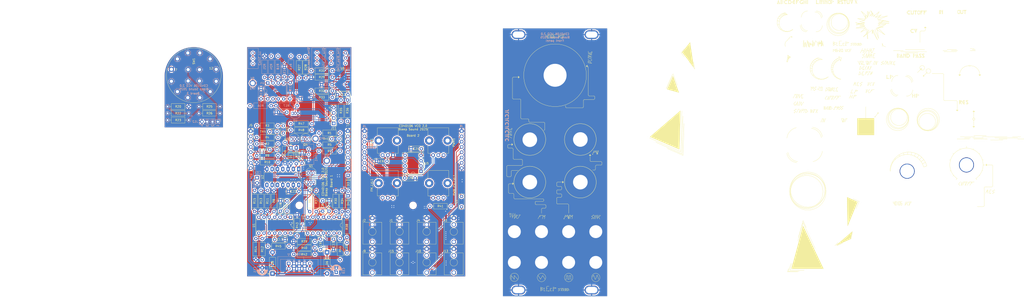
<source format=kicad_pcb>
(kicad_pcb (version 20241229) (generator "pcbnew") (generator_version "9.0")
  (layers (0 "F.Cu" signal) (2 "B.Cu" signal) (13 "F.Paste" user) (15 "B.Paste" user) (5 "F.SilkS" user "F.Silkscreen") (7 "B.SilkS" user "B.Silkscreen") (1 "F.Mask" user) (3 "B.Mask" user) (25 "Edge.Cuts" user))
  (net 0 "")
  (net 1 "GND")
  (net 2 "+12V")
  (net 3 "-12V")
  (net 4 "Net-(U1A--)")
  (net 5 "Net-(U1B-+)")
  (net 6 "/Saw")
  (net 7 "Net-(U4A-+)")
  (net 8 "Net-(D3-K)")
  (net 9 "Net-(C4-Pad2)")
  (net 10 "/Sine out")
  (net 11 "Net-(C1-Pad1)")
  (net 12 "Net-(D2-A)")
  (net 13 "Net-(D3-A)")
  (net 14 "Net-(D4-A)")
  (net 15 "Net-(C5-Pad2)")
  (net 16 "Net-(U5B-+)")
  (net 17 "/Tri out")
  (net 18 "Net-(FM_LVL1-Pad1)")
  (net 19 "/Fm")
  (net 20 "/1V{slash}oct")
  (net 21 "Net-(U7A-+)")
  (net 22 "/octave")
  (net 23 "/Fine")
  (net 24 "/PWM CV")
  (net 26 "/Saw out")
  (net 27 "/Square out")
  (net 28 "/PWM")
  (net 31 "Net-(U7C-+)")
  (net 36 "Net-(C8-Pad1)")
  (net 37 "Net-(D6-A)")
  (net 38 "Net-(Q1-B)")
  (net 39 "Net-(R4-Pad1)")
  (net 40 "Net-(D8-K)")
  (net 42 "Net-(U1C--)")
  (net 43 "Net-(U1B--)")
  (net 44 "Net-(U1D-+)")
  (net 45 "Net-(J4-PadT)")
  (net 47 "/Fine_oct_in")
  (net 49 "Net-(R5-Pad2)")
  (net 50 "Net-(R24-Pad1)")
  (net 51 "Net-(U3-K)")
  (net 52 "Net-(R1-Pad1)")
  (net 53 "Net-(U4A--)")
  (net 54 "/Wave Converter/Tri")
  (net 55 "Net-(U6C-+)")
  (net 56 "Net-(R27-Pad2)")
  (net 57 "Net-(R28-Pad2)")
  (net 58 "Net-(R31-Pad1)")
  (net 59 "Net-(R31-Pad2)")
  (net 60 "Net-(R32-Pad1)")
  (net 61 "Net-(U7B--)")
  (net 62 "Net-(R2-Pad1)")
  (net 63 "Net-(R3-Pad1)")
  (net 64 "Net-(R12-Pad2)")
  (net 65 "Net-(R35-Pad2)")
  (net 66 "Net-(U7C--)")
  (net 67 "Net-(U7D--)")
  (net 72 "Net-(U5A--)")
  (net 73 "/Octave switch/2V")
  (net 74 "/Octave switch/3V")
  (net 75 "/Octave switch/4V")
  (net 84 "/Octave switch/5v")
  (net 85 "/Octave switch/A")
  (net 88 "/Sync")
  (net 89 "Net-(J10-PadT)")
  (net 90 "Net-(Q1-E)")
  (net 91 "Net-(D2-K)")
  (net 92 "Net-(Q3-C)")
  (net 93 "Net-(Q4-B)")
  (footprint "Kicad-perso:Doepfer Mounting hole" (layer "F.Cu") (at 184.5 30.5)
    (property "Reference" "H3" (hide yes))
    (property "Value" "MountingHole_Pad")
  )
  (footprint "Kicad-perso:Doepfer Mounting hole" (layer "F.Cu") (at 219.5 30.5)
    (property "Reference" "H4" (hide yes))
    (property "Value" "MountingHole_Pad")
  )
  (footprint "Kicad-perso:Doepfer Mounting hole" (layer "F.Cu") (at 219.5 153)
    (property "Reference" "H5" (hide yes))
    (property "Value" "MountingHole_Pad")
  )
  (footprint "Kicad-perso:Doepfer Mounting hole" (layer "F.Cu") (at 184.5 153)
    (property "Reference" "H6" (hide yes))
    (property "Value" "MountingHole_Pad")
  )
  (footprint "Resistor_THT:R_Axial_DIN0207_L6.3mm_D2.5mm_P10.16mm_Horizontal" (layer "F.Cu") (at 102.3 127.78 90)
    (property "Reference" "R38")
    (property "Value" "20k")
  )
  (footprint "Resistor_THT:R_Axial_DIN0207_L6.3mm_D2.5mm_P10.16mm_Horizontal" (layer "F.Cu") (at 85.22 60.6)
    (property "Reference" "R33")
    (property "Value" "130k")
  )
  (footprint "Resistor_THT:R_Axial_DIN0207_L6.3mm_D2.5mm_P10.16mm_Horizontal" (layer "F.Cu") (at 85.58 73.2 180)
    (property "Reference" "R47")
    (property "Value" "2.2k")
  )
  (footprint "Kicad-perso:Thonkiconn" (layer "F.Cu") (at 127.5 133.25)
    (property "Reference" "J15")
    (property "Value" "Tri")
  )
  (footprint "Resistor_THT:R_Axial_DIN0207_L6.3mm_D2.5mm_P10.16mm_Horizontal" (layer "F.Cu") (at 85.24 50.9)
    (property "Reference" "R29")
    (property "Value" "1k")
  )
  (footprint "Kicad-perso:Pot-bourns-alpha" (layer "F.Cu") (at 148.6 108.75 90)
    (property "Reference" "PWM_CV_LVL1")
    (property "Value" "B250k")
  )
  (footprint "MountingHole:MountingHole_3.2mm_M3" (layer "F.Cu") (at 134 112.4)
    (property "Reference" "H1" (hide yes))
    (property "Value" "SpacerHoles")
  )
  (footprint "Capacitor_THT:C_Disc_D7.0mm_W2.5mm_P5.00mm" (layer "F.Cu") (at 116.5 91.25)
    (property "Reference" "C6")
    (property "Value" "1nF")
  )
  (footprint "Connector_PinSocket_2.54mm:PinSocket_1x08_P2.54mm_Vertical" (layer "F.Cu") (at 102.75 76.75)
    (property "Reference" "J7")
    (property "Value" "Conn_Circuit")
  )
  (footprint "Capacitor_THT:C_Disc_D7.0mm_W2.5mm_P5.00mm" (layer "F.Cu") (at 79.3 105.7 180)
    (property "Reference" "C22")
    (property "Value" "100nF")
  )
  (footprint "Capacitor_THT:C_Disc_D7.0mm_W2.5mm_P5.00mm" (layer "F.Cu") (at 102.3 130.2 -90)
    (property "Reference" "C23")
    (property "Value" "2.2nF")
  )
  (footprint "Resistor_THT:R_Axial_DIN0207_L6.3mm_D2.5mm_P10.16mm_Horizontal" (layer "F.Cu") (at 97 105.22 -90)
    (property "Reference" "R30")
    (property "Value" "330k")
  )
  (footprint "Kicad-perso:Therm_Disc_D6.5mm_W2.5mm_P3.50mm" (layer "F.Cu") (at 96.8 80.5)
    (property "Reference" "TH1")
    (property "Value" "Thermistor_NTC - 10k" (hide yes))
  )
  (footprint "Capacitor_THT:C_Rect_L7.0mm_W2.5mm_P5.00mm" (layer "F.Cu") (at 80.9 92.2 90)
    (property "Reference" "C2")
    (property "Value" "2.2nF")
  )
  (footprint "Kicad-perso:Pot-bourns-alpha" (layer "F.Cu") (at 148.6 88.3 90)
    (property "Reference" "PWM1")
    (property "Value" "B100k")
  )
  (footprint "Resistor_THT:R_Axial_DIN0207_L6.3mm_D2.5mm_P10.16mm_Horizontal" (layer "F.Cu") (at 87.6 115.4 90)
    (property "Reference" "R37")
    (property "Value" "10k")
  )
  (footprint "Resistor_THT:R_Axial_DIN0207_L6.3mm_D2.5mm_P10.16mm_Horizontal" (layer "F.Cu") (at 76.82 129.7)
    (property "Reference" "R39")
    (property "Value" "330k")
  )
  (footprint "Diode_THT:D_DO-41_SOD81_P10.16mm_Horizontal" (layer "F.Cu") (at 92.8 134.92 -90)
    (property "Reference" "D6")
    (property "Value" "1N5819")
  )
  (footprint "Resistor_THT:R_Axial_DIN0207_L6.3mm_D2.5mm_P10.16mm_Horizontal" (layer "F.Cu") (at 59.14 82.9)
    (property "Reference" "R2")
    (property "Value" "100k")
  )
  (footprint "Capacitor_THT:C_Disc_D7.0mm_W2.5mm_P5.00mm" (layer "F.Cu") (at 90.7 115.2 90)
    (property "Reference" "C8")
    (property "Value" "1uF")
  )
  (footprint "Resistor_THT:R_Axial_DIN0207_L6.3mm_D2.5mm_P10.16mm_Horizontal" (layer "F.Cu") (at 16.42 68.25)
    (property "Reference" "R22")
    (property "Value" "10k")
  )
  (footprint "Capacitor_THT:C_Disc_D7.0mm_W2.5mm_P5.00mm" (layer "F.Cu") (at 102.8 59.3 180)
    (property "Reference" "C12")
    (property "Value" "100nF")
  )
  (footprint "Resistor_THT:R_Axial_DIN0207_L6.3mm_D2.5mm_P10.16mm_Horizontal" (layer "F.Cu") (at 99.08 83.3 180)
    (property "Reference" "R5")
    (property "Value" "1k5")
  )
  (footprint "Kicad-perso:Thonkiconn" (layer "F.Cu") (at 153.5 133.25)
    (property "Reference" "J13")
    (property "Value" "Sine")
  )
  (footprint "Resistor_THT:R_Axial_DIN0207_L6.3mm_D2.5mm_P10.16mm_Horizontal" (layer "F.Cu") (at 79.5 51.26 90)
    (property "Reference" "R27")
    (property "Value" "470k")
  )
  (footprint "Diode_THT:D_DO-35_SOD27_P7.62mm_Horizontal" (layer "F.Cu") (at 78.1 84.79 -90)
    (property "Reference" "D2")
    (property "Value" "1N4148")
  )
  (footprint "Resistor_THT:R_Axial_DIN0207_L6.3mm_D2.5mm_P10.16mm_Horizontal" (layer "F.Cu") (at 76.82 132.8)
    (property "Reference" "R40")
    (property "Value" "33k")
  )
  (footprint "Connector_PinHeader_2.54mm:PinHeader_1x04_P2.54mm_Vertical" (layer "F.Cu") (at 96 73.1 180)
    (property "Reference" "J11")
    (property "Value" "Conn_01x04")
  )
  (footprint "MountingHole:MountingHole_3.2mm_M3" (layer "F.Cu") (at 79.5 112.4)
    (property "Reference" "H2" (hide yes))
    (property "Value" "SpacerHoles")
  )
  (footprint "Kicad-perso:Therm_Disc_D6.5mm_W2.5mm_P3.50mm" (layer "F.Cu") (at 67.1 77 180)
    (property "Reference" "TH4")
    (property "Value" "Thermistor_NTC - 10k" (hide yes))
  )
  (footprint "Resistor_THT:R_Axial_DIN0207_L6.3mm_D2.5mm_P10.16mm_Horizontal" (layer "F.Cu") (at 41.58 65 180)
    (property "Reference" "R25")
    (property "Value" "10k")
  )
  (footprint "Capacitor_THT:C_Disc_D7.0mm_W2.5mm_P5.00mm" (layer "F.Cu") (at 130 99.25)
    (property "Reference" "C20")
    (property "Value" "100nF")
  )
  (footprint "Resistor_THT:R_Axial_DIN0207_L6.3mm_D2.5mm_P10.16mm_Horizontal" (layer "F.Cu") (at 61.2 115.36 90)
    (property "Reference" "R13")
    (property "Value" "100k")
  )
  (footprint "Capacitor_THT:C_Disc_D7.0mm_W2.5mm_P5.00mm" (layer "F.Cu") (at 133 85.25)
    (property "Reference" "C21")
    (property "Value" "100nF")
  )
  (footprint "Resistor_THT:R_Axial_DIN0207_L6.3mm_D2.5mm_P10.16mm_Horizontal" (layer "F.Cu") (at 58.1 105.2 -90)
    (property "Reference" "R15")
    (property "Value" "1k")
  )
  (footprint "Resistor_THT:R_Axial_DIN0207_L6.3mm_D2.5mm_P10.16mm_Horizontal" (layer "F.Cu") (at 84.5 105.24 -90)
    (property "Reference" "R6")
    (property "Value" "1M")
  )
  (footprint "Resistor_THT:R_Axial_DIN0207_L6.3mm_D2.5mm_P10.16mm_Horizontal" (layer "F.Cu") (at 31.42 68.25)
    (property "Reference" "R26")
    (property "Value" "10k")
  )
  (footprint "Package_SO:SOIC-16_3.9x9.9mm_P1.27mm" (layer "F.Cu") (at 100.3 52.5)
    (property "Reference" "U6")
    (property "Value" "LM13700")
  )
  (footprint "Kicad-perso:Pot-bourns-alpha" (layer "F.Cu") (at 124.4 88.3 90)
    (property "Reference" "Fine1")
    (property "Value" "B10k")
  )
  (footprint "Package_TO_SOT_THT:TO-92_Inline" (layer "F.Cu") (at 81.33 80.6)
    (property "Reference" "Q4")
    (property "Value" "BC558")
  )
  (footprint "Capacitor_THT:C_Disc_D7.0mm_W2.5mm_P5.00mm" (layer "F.Cu") (at 72.7 128.8 180)
    (property "Reference" "C17")
    (property "Value" "100nF")
  )
  (footprint "Resistor_THT:R_Axial_DIN0207_L6.3mm_D2.5mm_P10.16mm_Horizontal" (layer "F.Cu") (at 74.58 132 180)
    (property "Reference" "R45")
    (property "Value" "20k")
  )
  (footprint "Diode_THT:D_DO-41_SOD81_P10.16mm_Horizontal" (layer "F.Cu") (at 66.7 145.1 90)
    (property "Reference" "D8")
    (property "Value" "1N5819")
  )
  (footprint "Resistor_THT:R_Axial_DIN0207_L6.3mm_D2.5mm_P10.16mm_Horizontal" (layer "F.Cu") (at 64.3 105.22 -90)
    (property "Reference" "R11")
    (property "Value" "47k")
  )
  (footprint "Resistor_THT:R_Axial_DIN0207_L6.3mm_D2.5mm_P10.16mm_Horizontal" (layer "F.Cu") (at 72.7 82.24 -90)
    (property "Reference" "R46")
    (property "Value" "47k")
  )
  (footprint "Resistor_THT:R_Axial_DIN0207_L6.3mm_D2.5mm_P10.16mm_Horizontal" (layer "F.Cu") (at 99.1 138.48 90)
    (property "Reference" "R44")
    (property "Value" "1k")
  )
  (footprint "Package_DIP:DIP-8_W7.62mm_Socket" (layer "F.Cu") (at 137.8 96.05 180)
    (property "Reference" "U5")
    (property "Value" "TL072")
  )
  (footprint "Kicad-perso:Therm_Disc_D6.5mm_W2.5mm_P3.50mm" (layer "F.Cu") (at 67.1 85.7)
    (property "Reference" "TH2")
    (property "Value" "Thermistor_NTC - 10k" (hide yes))
  )
  (footprint "Resistor_THT:R_Axial_DIN0207_L6.3mm_D2.5mm_P10.16mm_Horizontal" (layer "F.Cu") (at 69.26 74.2 180)
    (property "Reference" "R3")
    (property "Value" "100k")
  )
  (footprint "Resistor_THT:R_Axial_DIN0207_L6.3mm_D2.5mm_P10.16mm_Horizontal" (layer "F.Cu") (at 100.1 115.4 90)
    (property "Reference" "R34")
    (property "Value" "10k")
  )
  (footprint "Resistor_THT:R_Axial_DIN0207_L6.3mm_D2.5mm_P10.16mm_Horizontal" (layer "F.Cu") (at 88.92 86.4)
    (property "Reference" "R7")
    (property "Value" "100k")
  )
  (footprint "Capacitor_THT:C_Disc_D7.0mm_W2.5mm_P5.00mm" (layer "F.Cu") (at 157.2 113.1 90)
    (property "Reference" "C1")
    (property "Value" "470pF")
  )
  (footprint "Capacitor_THT:C_Disc_D7.0mm_W2.5mm_P5.00mm" (layer "F.Cu") (at 93.8 115.2 90)
    (property "Reference" "C14")
    (property "Value" "100nF")
  )
  (footprint "Capacitor_THT:C_Disc_D7.0mm_W2.5mm_P5.00mm" (layer "F.Cu") (at 95.9 133.6 90)
    (property "Reference" "C15")
    (property "Value" "100nF")
  )
  (footprint "Package_DIP:DIP-14_W7.62mm_Socket" (layer "F.Cu") (at 75.325 118.1 -90)
    (property "Reference" "U1")
    (property "Value" "TL074")
  )
  (footprint "Resistor_THT:R_Axial_DIN0207_L6.3mm_D2.5mm_P10.16mm_Horizontal" (layer "F.Cu") (at 26.58 71.5 180)
    (property "Reference" "R23")
    (property "Value" "10k")
  )
  (footprint "Resistor_THT:R_Axial_DIN0207_L6.3mm_D2.5mm_P10.16mm_Horizontal" (layer "F.Cu") (at 142.02 112.8)
    (property "Reference" "R41")
    (property "Value" "1k")
  )
  (footprint "Resistor_THT:R_Axial_DIN0207_L6.3mm_D2.5mm_P10.16mm_Horizontal" (layer "F.Cu") (at 69.28 79.8 180)
    (property "Reference" "R4")
    (property "Value" "100k")
  )
  (footprint "Kicad-perso:CK1055" (layer "F.Cu") (at 29 50 -90)
    (property "Reference" "SW1")
    (property "Value" "Octave select switch")
  )
  (footprint "Capacitor_THT:C_Disc_D7.0mm_W2.5mm_P5.00mm" (layer "F.Cu") (at 73.6 115.2 90)
    (property "Reference" "C3")
    (property "Value" "1uF")
  )
  (footprint "Package_DIP:DIP-14_W7.62mm_LongPads" (layer "F.Cu") (at 79.225 94.975 -90)
    (property "Reference" "U2")
    (property "Value" "CD40106")
  )
  (footprint "Diode_THT:D_DO-35_SOD27_P7.62mm_Horizontal" (layer "F.Cu") (at 102.9 107.78 -90)
    (property "Reference" "D4")
    (property "Value" "1N914")
  )
  (footprint "Resistor_THT:R_Axial_DIN0207_L6.3mm_D2.5mm_P10.16mm_Horizontal" (layer "F.Cu") (at 102.6 72.06 90)
    (property "Reference" "R36")
    (property "Value" "1k")
  )
  (footprint "Package_DIP:DIP-14_W7.62mm_Socket" (layer "F.Cu") (at 98.725 118.1 -90)
    (property "Reference" "U7")
    (property "Value" "TL074")
  )
  (footprint "Resistor_THT:R_Axial_DIN0207_L6.3mm_D2.5mm_P10.16mm_Horizontal" (layer "F.Cu") (at 95.38 57.5 180)
    (property "Reference" "R32")
    (property "Value" "1M")
  )
  (footprint "Resistor_THT:R_Axial_DIN0207_L6.3mm_D2.5mm_P10.16mm_Horizontal" (layer "F.Cu") (at 99.08 77.7 180)
    (property "Reference" "R1")
    (property "Value" "100k")
  )
  (footprint "Kicad-perso:Pot-bourns-alpha" (layer "F.Cu") (at 124.4 108.75 90)
    (property "Reference" "FM_LVL1")
    (property "Value" "B1M")
  )
  (footprint "Kicad-perso:Therm_Disc_D6.5mm_W2.5mm_P3.50mm" (layer "F.Cu") (at 71.9 76 -90)
    (property "Reference" "TH3")
    (property "Value" "Thermistor_NTC - 10k" (hide yes))
  )
  (footprint "Resistor_THT:R_Axial_DIN0207_L6.3mm_D2.5mm_P10.16mm_Horizontal" (layer "F.Cu") (at 86.98 135.9 180)
    (property "Reference" "R42")
    (property "Value" "100k")
  )
  (footprint "Resistor_THT:R_Axial_DIN0207_L6.3mm_D2.5mm_P10.16mm_Horizontal" (layer "F.Cu") (at 85.58 76.3 180)
    (property "Reference" "R48")
    (property "Value" "10k")
  )
  (footprint "Capacitor_THT:C_Disc_D7.0mm_W2.5mm_P5.00mm" (layer "F.Cu") (at 89.7 133.6 90)
    (property "Reference" "C9")
    (property "Value" "1uF")
  )
  (footprint "Resistor_THT:R_Axial_DIN0207_L6.3mm_D2.5mm_P10.16mm_Horizontal" (layer "F.Cu") (at 95.4 47.8 180)
    (property "Reference" "R31")
    (property "Value" "100k")
  )
  (footprint "Resistor_THT:R_Axial_DIN0207_L6.3mm_D2.5mm_P10.16mm_Horizontal" (layer "F.Cu") (at 78.5 116.92 -90)
    (property "Reference" "R43")
    (property "Value" "20k")
  )
  (footprint "Package_TO_SOT_THT:TO-92_Inline" (layer "F.Cu") (at 75.83 80.6)
    (property "Reference" "Q3")
    (property "Value" "BC548")
  )
  (footprint "LOGO" (layer "F.Cu") (at 221.5 147)
    (property "Reference" "G***" (hide yes))
    (property "Value" "LOGO" (hide yes))
  )
  (footprint "Resistor_THT:R_Axial_DIN0207_L6.3mm_D2.5mm_P10.16mm_Horizontal" (layer "F.Cu") (at 69.28 88.5 180)
    (property "Reference" "R9")
    (property "Value" "68k")
  )
  (footprint "Resistor_THT:R_Axial_DIN0207_L6.3mm_D2.5mm_P10.16mm_Horizontal" (layer "F.Cu") (at 61.8 128.32 -90)
    (property "Reference" "R12")
    (property "Value" "100k")
  )
  (footprint "Kicad-perso:Thonkiconn" (layer "F.Cu") (at 140.5 118.5)
    (property "Reference" "J4")
    (property "Value" "PWM_CV")
  )
  (footprint "Resistor_THT:R_Axial_DIN0207_L6.3mm_D2.5mm_P10.16mm_Horizontal" (layer "F.Cu") (at 99.5 61.9 -90)
    (property "Reference" "R35")
    (property "Value" "4.7k")
  )
  (footprint "Capacitor_THT:C_Disc_D7.0mm_W2.5mm_P5.00mm" (layer "F.Cu") (at 70.5 115.2 90)
    (property "Reference" "C16")
    (property "Value" "100nF")
  )
  (footprint "Kicad-perso:Thonkiconn" (layer "F.Cu") (at 127.5 118.5)
    (property "Reference" "J1")
    (property "Value" "FM")
  )
  (footprint "Connector_PinSocket_2.54mm:PinSocket_1x08_P2.54mm_Vertical" (layer "F.Cu") (at 56.25 76.75)
    (property "Reference" "J5")
    (property "Value" "Conn_Circuit")
  )
  (footprint "Kicad-perso:Thonkiconn" (layer "F.Cu") (at 140.5 133.25)
    (property "Reference" "J10")
    (property "Value" "Square")
  )
  (footprint "Kicad-perso:Thonkiconn" (layer "F.Cu") (at 114.5 133.25)
    (property "Reference" "J9")
    (property "Value" "Saw")
  )
  (footprint "Resistor_THT:R_Axial_DIN0207_L6.3mm_D2.5mm_P10.16mm_Horizontal" (layer "F.Cu") (at 16.42 65)
    (property "Reference" "R20")
    (property "Value" "10k")
  )
  (footprint "Resistor_THT:R_Axial_DIN0207_L6.3mm_D2.5mm_P10.16mm_Horizontal" (layer "F.Cu") (at 58.7 128.32 -90)
    (property "Reference" "R14")
    (property "Value" "68k")
  )
  (footprint "Resistor_THT:R_Axial_DIN0207_L6.3mm_D2.5mm_P10.16mm_Horizontal" (layer "F.Cu") (at 82.6 51.26 90)
    (property "Reference" "R28")
    (property "Value" "20k")
  )
  (footprint "Kicad-perso:Thonkiconn" (layer "F.Cu") (at 153.5 118.5)
    (property "Reference" "J3")
    (property "Value" "Sync")
  )
  (footprint "Package_TO_SOT_THT:TO-92_Inline" (layer "F.Cu") (at 86.37 101.3 180)
    (property "Reference" "Q2")
    (property "Value" "BC548")
  )
  (footprint "Resistor_THT:R_Axial_DIN0207_L6.3mm_D2.5mm_P10.16mm_Horizontal" (layer "F.Cu") (at 69.28 91.7 180)
    (property "Reference" "R10")
    (property "Value" "14k")
  )
  (footprint "Kicad-perso:Thonkiconn" (layer "F.Cu") (at 114.5 118.5)
    (property "Reference" "J2")
    (property "Value" "CV")
  )
  (footprint "Resistor_THT:R_Axial_DIN0207_L6.3mm_D2.5mm_P10.16mm_Horizontal" (layer "F.Cu") (at 67.4 115.38 90)
    (property "Reference" "R8")
    (property "Value" "100k")
  )
  (footprint "Diode_THT:D_DO-35_SOD27_P7.62mm_Horizontal" (layer "F.Cu") (at 75.5 84.79 -90)
    (property "Reference" "D1")
    (property "Value" "1N4148")
  )
  (footprint "Diode_THT:D_DO-35_SOD27_P7.62mm_Horizontal" (layer "F.Cu") (at 102.9 97.98 -90)
    (property "Reference" "D3")
    (property "Value" "1N914")
  )
  (footprint "Package_TO_SOT_THT:TO-92_Inline" (layer "F.Cu") (at 83.83 96.9)
    (property "Reference" "Q1")
    (property "Value" "BC558")
  )
  (footprint "Capacitor_THT:CP_Radial_D5.0mm_P2.00mm" (layer "B.Cu") (at 61.75 142.3 -90)
    (property "Reference" "C11")
    (property "Value" "10uF")
  )
  (footprint "TestPoint:TestPoint_Plated_Hole_D2.0mm" (layer "B.Cu") (at 57.2 53.8 180)
    (property "Reference" "TP3")
    (property "Value" "TestPoint")
  )
  (footprint "Resistor_THT:R_Axial_DIN0207_L6.3mm_D2.5mm_P10.16mm_Horizontal" (layer "B.Cu") (at 69.3 50.98 90)
    (property "Reference" "R18")
    (property "Value" "33k")
  )
  (footprint "Package_TO_SOT_THT:TO-92_Inline" (layer "B.Cu") (at 76.33 68.24)
    (property "Reference" "U3")
    (property "Value" "LM336-2.5")
  )
  (footprint "Capacitor_THT:C_Disc_D7.0mm_W2.5mm_P5.00mm" (layer "B.Cu") (at 75.2 58.5 90)
    (property "Reference" "C19")
    (property "Value" "100nF")
  )
  (footprint "Connector_IDC:IDC-Header_2x05_P2.54mm_Vertical" (layer "B.Cu") (at 74.42 140.25 -90)
    (property "Reference" "J16")
    (property "Value" "Power Input")
  )
  (footprint "Potentiometer_THT:Potentiometer_Bourns_3296W_Vertical" (layer "B.Cu") (at 94.8 44.28 -90)
    (property "Reference" "Sine_Lvl_trim1")
    (property "Value" "1M")
  )
  (footprint "Capacitor_THT:C_Disc_D7.0mm_W2.5mm_P5.00mm" (layer "B.Cu") (at 61.2 61.3 90)
    (property "Reference" "C18")
    (property "Value" "100nF")
  )
  (footprint "Connector_PinHeader_2.54mm:PinHeader_1x08_P2.54mm_Vertical" (layer "B.Cu") (at 157.25 76.75 180)
    (property "Reference" "J8")
    (property "Value" "Conn_Jack")
  )
  (footprint "Capacitor_THT:CP_Radial_D5.0mm_P2.00mm" (layer "B.Cu") (at 97.25 144.5 90)
    (property "Reference" "C10")
    (property "Value" "10uF")
  )
  (footprint "Connector_PinHeader_2.54mm:PinHeader_1x08_P2.54mm_Vertical" (layer "B.Cu") (at 110.75 76.75 180)
    (property "Reference" "J6")
    (property "Value" "Conn_Jack")
  )
  (footprint "Connector_PinHeader_2.54mm:PinHeader_1x02_P2.54mm_Vertical" (layer "B.Cu") (at 59.3 99.1 180)
    (property "Reference" "J14")
    (property "Value" "Conn_01x02")
  )
  (footprint "TestPoint:TestPoint_Plated_Hole_D2.0mm" (layer "B.Cu") (at 92.7 91 180)
    (property "Reference" "TP1")
    (property "Value" "TestPoint")
  )
  (footprint "Potentiometer_THT:Potentiometer_Bourns_3296W_Vertical" (layer "B.Cu") (at 57.3 39.36 90)
    (property "Reference" "lvl_Trim2")
    (property "Value" "2k")
  )
  (footprint "Capacitor_THT:C_Disc_D7.0mm_W2.5mm_P5.00mm" (layer "B.Cu") (at 72.4 45.75 -90)
    (property "Reference" "C5")
    (property "Value" "100nF")
  )
  (footprint "Capacitor_THT:C_Disc_D7.0mm_W2.5mm_P5.00mm" (layer "B.Cu") (at 68.5 67.7)
    (property "Reference" "C4")
    (property "Value" "100nF")
  )
  (footprint "Resistor_THT:R_Axial_DIN0207_L6.3mm_D2.5mm_P10.16mm_Horizontal" (layer "B.Cu") (at 62.9 51 90)
    (property "Reference" "R21")
    (property "Value" "10k")
  )
  (footprint "Capacitor_THT:C_Disc_D7.0mm_W2.5mm_P5.00mm" (layer "B.Cu") (at 80 61.3 180)
    (property "Reference" "C7")
    (property "Value" "1nF")
  )
  (footprint "Resistor_THT:R_Axial_DIN0207_L6.3mm_D2.5mm_P10.16mm_Horizontal" (layer "B.Cu") (at 55.92 64.6)
    (property "Reference" "R16")
    (property "Value" "4.7k")
  )
  (footprint "Capacitor_THT:C_Disc_D7.0mm_W2.5mm_P5.00mm" (layer "B.Cu") (at 90.2 54.5)
    (property "Reference" "C13")
    (property "Value" "100nF")
  )
  (footprint "TestPoint:TestPoint_Plated_Hole_D2.0mm" (layer "B.Cu") (at 87.3 80.4 180)
    (property "Reference" "TP2")
    (property "Value" "TestPoint")
  )
  (footprint "Potentiometer_THT:Potentiometer_Bourns_3296W_Vertical" (layer "B.Cu") (at 84 85.4 90)
    (property "Reference" "lvl_Trim1")
    (property "Value" "1k")
  )
  (footprint "Resistor_THT:R_Axial_DIN0207_L6.3mm_D2.5mm_P10.16mm_Horizontal" (layer "B.Cu") (at 68.32 64.6)
    (property "Reference" "R17")
    (property "Value" "4.7k")
  )
  (footprint "Potentiometer_THT:Potentiometer_Bourns_3296W_Vertical" (layer "B.Cu") (at 88 39.16 90)
    (property "Reference" "Sine_Shape_trim1")
    (property "Value" "100k")
  )
  (footprint "Package_DIP:DIP-8_W7.62mm_Socket" (layer "B.Cu") (at 64.4 53.7 -90)
    (property "Reference" "U4")
    (property "Value" "TL072")
  )
  (footprint "Connector_PinSocket_2.54mm:PinSocket_1x04_P2.54mm_Vertical" (layer "B.Cu") (at 40.5 72.25 90)
    (property "Reference" "J12")
    (property "Value" "Conn_01x04")
  )
  (footprint "Resistor_THT:R_Axial_DIN0207_L6.3mm_D2.5mm_P10.16mm_Horizontal" (layer "B.Cu") (at 66.1 40.82 -90)
    (property "Reference" "R24")
    (property "Value" "9k1")
  )
  (footprint "Resistor_THT:R_Axial_DIN0207_L6.3mm_D2.5mm_P10.16mm_Horizontal" (layer "B.Cu") (at 75.5 40.79 -90)
    (property "Reference" "R19")
    (property "Value" "33k")
  )
  (footprint "Potentiometer_THT:Potentiometer_Bourns_3296W_Vertical" (layer "B.Cu") (at 101.6 39.2 90)
    (property "Reference" "Sine_Bias_trim1")
    (property "Value" "100k")
  )
  (gr_line (start 196.100001 152.05) (end 195.100001 151.65) (stroke (width 0.12)) (layer "F.SilkS"))
  (gr_line (start 200.900001 153.25) (end 201.100001 153.45) (stroke (width 0.12)) (layer "F.SilkS"))
  (gr_line (start 205.700001 152.25) (end 204.900001 152.25) (stroke (width 0.12)) (layer "F.SilkS"))
  (gr_line (start 208.300001 152.25) (end 208.700001 153.05) (stroke (width 0.12)) (layer "F.SilkS"))
  (gr_line (start 315.490253 31.664932) (end 315.3 31.2) (stroke (width 0.12)) (layer "F.SilkS"))
  (gr_arc (start 223.95 91.4) (mid 224.303531 91.546469) (end 224.45 91.9) (stroke (width 0.12)) (layer "F.SilkS"))
  (gr_line (start 364.85 112.3) (end 364.95 110.6) (stroke (width 0.12)) (layer "F.SilkS"))
  (gr_line (start 331.6 66) (end 330.8 65.7) (stroke (width 0.12)) (layer "F.SilkS"))
  (gr_line (start 328.45 34.45) (end 328.45 33.65) (stroke (width 0.12)) (layer "F.SilkS"))
  (gr_arc (start 221.35 93.6) (mid 221.496469 93.246469) (end 221.85 93.1) (stroke (width 0.12)) (layer "F.SilkS"))
  (gr_arc (start 364.15 43.75) (mid 364.267157 43.467157) (end 364.55 43.35) (stroke (width 0.12)) (layer "F.SilkS"))
  (gr_line (start 426.5 80.5) (end 423.5 80.5) (stroke (width 0.12)) (layer "F.SilkS"))
  (gr_line (start 343.45 38.15) (end 343.55 38.05) (stroke (width 0.12)) (layer "F.SilkS"))
  (gr_line (start 339.75 15.75) (end 339.05 15.75) (stroke (width 0.12)) (layer "F.SilkS"))
  (gr_line (start 344.6 59.4) (end 344.5 59.4) (stroke (width 0.12)) (layer "F.SilkS"))
  (gr_line (start 349.75 49.85) (end 349.55 50.05) (stroke (width 0.12)) (layer "F.SilkS"))
  (gr_line (start 372.1 28.65) (end 372.7 29.55) (stroke (width 0.12)) (layer "F.SilkS"))
  (gr_line (start 343.05 38.15) (end 343.15 38.05) (stroke (width 0.12)) (layer "F.SilkS"))
  (gr_line (start 208.15 147.8) (end 208.85 147.8) (stroke (width 0.12)) (layer "F.SilkS"))
  (gr_line (start 320.975 62.8) (end 320.875 62.8) (stroke (width 0.12)) (layer "F.SilkS"))
  (gr_line (start 369.575 112.35) (end 370.575 110.65) (stroke (width 0.12)) (layer "F.SilkS"))
  (gr_line (start 327.55 34.25) (end 328.05 36.15) (stroke (width 0.12)) (layer "F.SilkS"))
  (gr_arc (start 332.769006 50.73996) (mid 324.72999 49.155782) (end 327.954039 41.623126) (stroke (width 0.12)) (layer "F.SilkS"))
  (gr_line (start 314.75 14.05) (end 313.75 14.05) (stroke (width 0.12)) (layer "F.SilkS"))
  (gr_line (start 376.25 19.05) (end 376.65 19.65) (stroke (width 0.12)) (layer "F.SilkS"))
  (gr_line (start 375.25 19.25) (end 375.25 19.05) (stroke (width 0.12)) (layer "F.SilkS"))
  (gr_poly (pts (xy 261.25 58.25) (xy 255.75 56.75) (xy 258.5 50.5)) (stroke (width 0.12)) (fill yes) (layer "F.SilkS"))
  (gr_line (start 378.85 41.15) (end 378.65 41.45) (stroke (width 0.12)) (layer "F.SilkS"))
  (gr_line (start 361.9 24.3) (end 356.65 23.8) (stroke (width 0.12)) (layer "F.SilkS"))
  (gr_line (start 341.75 14.05) (end 341.95 14.05) (stroke (width 0.12)) (layer "F.SilkS"))
  (gr_line (start 319.95 14.05) (end 319.35 14.85) (stroke (width 0.12)) (layer "F.SilkS"))
  (gr_line (start 336.2 64.9) (end 337.1 65.3) (stroke (width 0.12)) (layer "F.SilkS"))
  (gr_line (start 353.75 39.25) (end 353.95 39.15) (stroke (width 0.12)) (layer "F.SilkS"))
  (gr_line (start 336.85 34.35) (end 336.65 34.55) (stroke (width 0.12)) (layer "F.SilkS"))
  (gr_arc (start 325.268047 74.909208) (mid 328.376838 76.371992) (end 329.982962 79.409208) (stroke (width 0.12)) (layer "F.SilkS"))
  (gr_line (start 199.4 30.55) (end 199.3 32.25) (stroke (width 0.12)) (layer "F.SilkS"))
  (gr_line (start 349.25 47.25) (end 349.95 47.25) (stroke (width 0.12)) (layer "F.SilkS"))
  (gr_line (start 184.15 117.05) (end 183.3 118) (stroke (width 0.12)) (layer "F.SilkS"))
  (gr_line (start 353.65 48.25) (end 352.75 49.85) (stroke (width 0.12)) (layer "F.SilkS"))
  (gr_line (start 350.35 37.25) (end 350.25 37.25) (stroke (width 0.12)) (layer "F.SilkS"))
  (gr_line (start 343.05 38.15) (end 343.45 38.15) (stroke (width 0.12)) (layer "F.SilkS"))
  (gr_line (start 310.95 21.65) (end 309.75 21.25) (stroke (width 0.12)) (layer "F.SilkS"))
  (gr_line (start 379.25 28.25) (end 379.25 27.25) (stroke (width 0.12)) (layer "F.SilkS"))
  (gr_line (start 350.9 27.3) (end 346.15 27.3) (stroke (width 0.12)) (layer "F.SilkS"))
  (gr_line (start 353.45 37.25) (end 353.35 39.25) (stroke (width 0.12)) (layer "F.SilkS"))
  (gr_circle (center 380.75 48) (end 380.25 47) (stroke (width 0.12)) (fill no) (layer "F.SilkS"))
  (gr_line (start 205.075 30.65) (end 204.275 31.55) (stroke (width 0.12)) (layer "F.SilkS"))
  (gr_line (start 337.15 38.75) (end 336.55 38.75) (stroke (width 0.12)) (layer "F.SilkS"))
  (gr_line (start 347.599884 110.493638) (end 346.099884 113.993638) (stroke (width 0.12)) (layer "F.SilkS"))
  (gr_arc (start 181.796469 106.65) (mid 182.149999 106.79647) (end 182.296469 107.15) (stroke (width 0.12)) (layer "F.SilkS"))
  (gr_line (start 321.85 36.35) (end 321.95 34.15) (stroke (width 0.12)) (layer "F.SilkS"))
  (gr_line (start 389.75 38.25) (end 387.75 38.25) (stroke (width 0.12)) (layer "F.SilkS"))
  (gr_line (start 398.625 101.15) (end 399.425 101.15) (stroke (width 0.12)) (layer "F.SilkS"))
  (gr_line (start 345.9 24.8) (end 350.15 25.55) (stroke (width 0.12)) (layer "F.SilkS"))
  (gr_line (start 199.85 32.25) (end 199.95 30.55) (stroke (width 0.12)) (layer "F.SilkS"))
  (gr_line (start 412.4 105) (end 412.2 104.9) (stroke (width 0.12)) (layer "F.SilkS"))
  (gr_line (start 377.05 19.25) (end 377.25 19.25) (stroke (width 0.12)) (layer "F.SilkS"))
  (gr_line (start 321.25 14.05) (end 321.25 15.75) (stroke (width 0.12)) (layer "F.SilkS"))
  (gr_line (start 328.85 34.95) (end 329.05 34.35) (stroke (width 0.12)) (layer "F.SilkS"))
  (gr_line (start 355.75 43.25) (end 355.75 44.95) (stroke (width 0.12)) (layer "F.SilkS"))
  (gr_line (start 336.15 37.65) (end 336.05 37.55) (stroke (width 0.12)) (layer "F.SilkS"))
  (gr_line (start 183.8 118.75) (end 183.9 118.65) (stroke (width 0.12)) (layer "F.SilkS"))
  (gr_line (start 356.65 26.3) (end 359.15 23.8) (stroke (width 0.12)) (layer "F.SilkS"))
  (gr_line (start 320.65 14.05) (end 319.65 14.05) (stroke (width 0.12)) (layer "F.SilkS"))
  (gr_line (start 197.8 31.3) (end 198.4 31.3) (stroke (width 0.12)) (layer "F.SilkS"))
  (gr_line (start 217.8 41.799998) (end 217.8 41.1) (stroke (width 0.12)) (layer "F.SilkS"))
  (gr_line (start 342.05 37.85) (end 341.95 37.75) (stroke (width 0.12)) (layer "F.SilkS"))
  (gr_line (start 217.8 44) (end 217.8 43.199999) (stroke (width 0.12)) (layer "F.SilkS"))
  (gr_line (start 333.85 15.45) (end 333.65 15.75) (stroke (width 0.12)) (layer "F.SilkS"))
  (gr_line (start 396.35 20.25) (end 397.15 20.25) (stroke (width 0.12)) (layer "F.SilkS"))
  (gr_line (start 314.55 14.25) (end 313.95 14.25) (stroke (width 0.12)) (layer "F.SilkS"))
  (gr_line (start 367.75 39.75) (end 367.15 41.45) (stroke (width 0.12)) (layer "F.SilkS"))
  (gr_line (start 205.075 30.65) (end 205.175 30.75) (stroke (width 0.12)) (layer "F.SilkS"))
  (gr_line (start 197.15 113.75) (end 196 113.75) (stroke (width 0.12)) (layer "F.SilkS"))
  (gr_line (start 376.65 20.45) (end 376.45 20.75) (stroke (width 0.12)) (layer "F.SilkS"))
  (gr_arc (start 221.35 95) (mid 221.203531 95.353531) (end 220.85 95.5) (stroke (width 0.12)) (layer "F.SilkS"))
  (gr_line (start 338.75 43.15) (end 337.85 41.05) (stroke (width 0.12)) (layer "F.SilkS"))
  (gr_line (start 201.100001 153.45) (end 201.100001 153.25) (stroke (width 0.12)) (layer "F.SilkS"))
  (gr_line (start 318.9 64.5) (end 318.8 64.5) (stroke (width 0.12)) (layer "F.SilkS"))
  (gr_line (start 317.3 67.4) (end 316.5 68) (stroke (width 0.12)) (layer "F.SilkS"))
  (gr_line (start 207 64.5) (end 207 65.1) (stroke (width 0.12)) (layer "F.SilkS"))
  (gr_arc (start 203.25 111.75) (mid 202.896469 111.603531) (end 202.75 111.25) (stroke (width 0.12)) (layer "F.SilkS"))
  (gr_line (start 332.85 14.35) (end 332.85 15.45) (stroke (width 0.12)) (layer "F.SilkS"))
  (gr_line (start 316.5 68) (end 316.5 67.8) (stroke (width 0.12)) (layer "F.SilkS"))
  (gr_line (start 361.15 21.55) (end 356.65 23.3) (stroke (width 0.12)) (layer "F.SilkS"))
  (gr_line (start 321.05 14.15) (end 321.25 14.05) (stroke (width 0.12)) (layer "F.SilkS"))
  (gr_line (start 351.75 37.25) (end 351.65 37.25) (stroke (width 0.12)) (layer "F.SilkS"))
  (gr_line (start 351.75 48.25) (end 351.45 48.85) (stroke (width 0.12)) (layer "F.SilkS"))
  (gr_line (start 351.05 48.25) (end 350.35 49.85) (stroke (width 0.12)) (layer "F.SilkS"))
  (gr_line (start 202.500001 152.05) (end 201.100001 152.45) (stroke (width 0.12)) (layer "F.SilkS"))
  (gr_line (start 338.05 35.75) (end 339.25 35.75) (stroke (width 0.12)) (layer "F.SilkS"))
  (gr_line (start 209.5 117.15) (end 209.3 117.05) (stroke (width 0.12)) (layer "F.SilkS"))
  (gr_line (start 337.55 14.05) (end 337.55 15.75) (stroke (width 0.12)) (layer "F.SilkS"))
  (gr_line (start 335.25 33.95) (end 335.25 35.75) (stroke (width 0.12)) (layer "F.SilkS"))
  (gr_line (start 349.15 43.25) (end 348.75 44.95) (stroke (width 0.12)) (layer "F.SilkS"))
  (gr_arc (start 370.25 50.05) (mid 372.37132 50.92868) (end 373.25 53.05) (stroke (width 0.12)) (layer "F.SilkS"))
  (gr_line (start 374 27.85) (end 374.7 29.55) (stroke (width 0.12)) (layer "F.SilkS"))
  (gr_line (start 218.8 40.9) (end 218.8 41.199999) (stroke (width 0.12)) (layer "F.SilkS"))
  (gr_line (start 377.05 19.05) (end 377.25 19.05) (stroke (width 0.12)) (layer "F.SilkS"))
  (gr_line (start 314.75 41.25) (end 313.95 41.95) (stroke (width 0.12)) (layer "F.SilkS"))
  (gr_line (start 335.35 14.65) (end 334.35 15.05) (stroke (width 0.12)) (layer "F.SilkS"))
  (gr_line (start 311.55 14.85) (end 312.15 15.75) (stroke (width 0.12)) (layer "F.SilkS"))
  (gr_line (start 373.55 41.45) (end 373.55 39.75) (stroke (width 0.12)) (layer "F.SilkS"))
  (gr_line (start 335.25 49.65) (end 335.55 49.45) (stroke (width 0.12)) (layer "F.SilkS"))
  (gr_poly (pts (xy 268.375 46) (xy 262.875 39) (xy 266.625 34.25)) (stroke (width 0.12)) (fill yes) (layer "F.SilkS"))
  (gr_line (start 338.65 38.15) (end 338.75 38.05) (stroke (width 0.12)) (layer "F.SilkS"))
  (gr_line (start 316.3 63.6) (end 316.8 64.5) (stroke (width 0.12)) (layer "F.SilkS"))
  (gr_line (start 349 53.4) (end 348 54) (stroke (width 0.12)) (layer "F.SilkS"))
  (gr_line (start 340.65 14.05) (end 340.15 14.05) (stroke (width 0.12)) (layer "F.SilkS"))
  (gr_line (start 354.65 37.25) (end 353.75 39.25) (stroke (width 0.12)) (layer "F.SilkS"))
  (gr_line (start 340.65 15.75) (end 340.85 15.75) (stroke (width 0.12)) (layer "F.SilkS"))
  (gr_line (start 364.15 44.15) (end 364.45 44.15) (stroke (width 0.12)) (layer "F.SilkS"))
  (gr_line (start 219.55 44.25) (end 217.8 44) (stroke (width 0.12)) (layer "F.SilkS"))
  (gr_line (start 205.15 104.45) (end 205.15 103.75) (stroke (width 0.12)) (layer "F.SilkS"))
  (gr_line (start 409.3 106.1) (end 409.1 106.6) (stroke (width 0.12)) (layer "F.SilkS"))
  (gr_arc (start 220.5 59.9) (mid 220.853524 60.046476) (end 221 60.4) (stroke (width 0.12)) (layer "F.SilkS"))
  (gr_line (start 182.4 90.3) (end 185.894704 90.296469) (stroke (width 0.12)) (layer "F.SilkS"))
  (gr_line (start 182.5 146.05) (end 184 147.8) (stroke (width 0.12)) (layer "F.SilkS"))
  (gr_line (start 374.55 19.25) (end 374.75 19.25) (stroke (width 0.12)) (layer "F.SilkS"))
  (gr_line (start 351.9 53.4) (end 351.8 55) (stroke (width 0.12)) (layer "F.SilkS"))
  (gr_line (start 352.65 47.25) (end 352.85 47.15) (stroke (width 0.12)) (layer "F.SilkS"))
  (gr_line (start 178.85 93.8) (end 178.851765 98.15) (stroke (width 0.12)) (layer "F.SilkS"))
  (gr_line (start 363.5 91.7) (end 363.6 91.9) (stroke (width 0.12)) (layer "F.SilkS"))
  (gr_line (start 369.75 41.45) (end 369.75 40.65) (stroke (width 0.12)) (layer "F.SilkS"))
  (gr_line (start 346.55 15.65) (end 346.55 15.35) (stroke (width 0.12)) (layer "F.SilkS"))
  (gr_line (start 365.55 110.6) (end 365.45 112.3) (stroke (width 0.12)) (layer "F.SilkS"))
  (gr_line (start 209.5 117.15) (end 209.15 118.85) (stroke (width 0.12)) (layer "F.SilkS"))
  (gr_line (start 207.65 117.65) (end 206.65 118) (stroke (width 0.12)) (layer "F.SilkS"))
  (gr_line (start 336.15 50.35) (end 335.95 50.55) (stroke (width 0.12)) (layer "F.SilkS"))
  (gr_line (start 185.103553 61.4) (end 182.103553 61.4) (stroke (width 0.12)) (layer "F.SilkS"))
  (gr_line (start 349.65 43.25) (end 349.25 44.95) (stroke (width 0.12)) (layer "F.SilkS"))
  (gr_line (start 319.25 66.3) (end 318.95 68) (stroke (width 0.12)) (layer "F.SilkS"))
  (gr_line (start 395.225 102.1) (end 395.725 102.85) (stroke (width 0.12)) (layer "F.SilkS"))
  (gr_line (start 399.25 63.05) (end 399.15 62.85) (stroke (width 0.12)) (layer "F.SilkS"))
  (gr_line (start 318.1 62.7) (end 318 64.5) (stroke (width 0.12)) (layer "F.SilkS"))
  (gr_line (start 334.45 61.7) (end 334.7 60) (stroke (width 0.12)) (layer "F.SilkS"))
  (gr_line (start 346 57) (end 346.9 57.4) (stroke (width 0.12)) (layer "F.SilkS"))
  (gr_poly (pts (xy 216.9 45.6) (xy 217.4 45.1) (xy 217.4 46.1)) (stroke (width 0.1)) (fill yes) (layer "F.SilkS"))
  (gr_line (start 337.15 37.55) (end 337.05 37.45) (stroke (width 0.12)) (layer "F.SilkS"))
  (gr_line (start 397.55 63.75) (end 398.15 63.75) (stroke (width 0.12)) (layer "F.SilkS"))
  (gr_line (start 222.05 87.9) (end 222.45 86.2) (stroke (width 0.12)) (layer "F.SilkS"))
  (gr_line (start 379.35 19.85) (end 379.35 19.65) (stroke (width 0.12)) (layer "F.SilkS"))
  (gr_line (start 258.5 49.25) (end 260.5 54.75) (stroke (width 0.12)) (layer "F.SilkS"))
  (gr_line (start 336.55 38.75) (end 336.45 38.65) (stroke (width 0.12)) (layer "F.SilkS"))
  (gr_line (start 371.85 19.25) (end 372.05 19.05) (stroke (width 0.12)) (layer "F.SilkS"))
  (gr_line (start 408.7 93) (end 411.113389 93) (stroke (width 0.12)) (layer "F.SilkS"))
  (gr_line (start 398.85 18.75) (end 398.35 18.75) (stroke (width 0.12)) (layer "F.SilkS"))
  (gr_line (start 338.55 14.75) (end 337.55 15.05) (stroke (width 0.12)) (layer "F.SilkS"))
  (gr_arc (start 314.088868 32.414931) (mid 314.564928 31.620202) (end 315.490253 31.664932) (stroke (width 0.12)) (layer "F.SilkS"))
  (gr_line (start 365.85 39.75) (end 366.05 39.75) (stroke (width 0.12)) (layer "F.SilkS"))
  (gr_line (start 328.1 56.4) (end 328.1 56.9) (stroke (width 0.12)) (layer "F.SilkS"))
  (gr_line (start 335.5 56.2) (end 334.9 55.9) (stroke (width 0.12)) (layer "F.SilkS"))
  (gr_line (start 220.55 118.8) (end 220.55 118.6) (stroke (width 0.12)) (layer "F.SilkS"))
  (gr_line (start 378.65 41.25) (end 378.25 40.75) (stroke (width 0.12)) (layer "F.SilkS"))
  (gr_circle (center 337.55 25.55) (end 339.55 30.55) (stroke (width 0.12)) (fill no) (layer "F.SilkS"))
  (gr_line (start 315.05 14.95) (end 314.45 14.05) (stroke (width 0.12)) (layer "F.SilkS"))
  (gr_arc (start 202.75 101.75) (mid 202.896423 101.396423) (end 203.25 101.25) (stroke (width 0.12)) (layer "F.SilkS"))
  (gr_line (start 351.75 49.85) (end 351.75 49.65) (stroke (width 0.12)) (layer "F.SilkS"))
  (gr_line (start 184.403553 50.9) (end 182.103553 50.9) (stroke (width 0.12)) (layer "F.SilkS"))
  (gr_line (start 311.95 21.15) (end 310.95 20.45) (stroke (width 0.12)) (layer "F.SilkS"))
  (gr_line (start 312.15 14.05) (end 311.55 14.85) (stroke (width 0.12)) (layer "F.SilkS"))
  (gr_line (start 344.65 34.55) (end 343.65 34.75) (stroke (width 0.12)) (layer "F.SilkS"))
  (gr_line (start 378.65 19.05) (end 378.85 19.05) (stroke (width 0.12)) (layer "F.SilkS"))
  (gr_line (start 179.7 102.503531) (end 179.701765 106.144703) (stroke (width 0.12)) (layer "F.SilkS"))
  (gr_line (start 334.95 47.25) (end 334.35 47.25) (stroke (width 0.12)) (layer "F.SilkS"))
  (gr_line (start 338.35 14.45) (end 338.35 14.55) (stroke (width 0.12)) (layer "F.SilkS"))
  (gr_line (start 318.95 68) (end 319.95 66.3) (stroke (width 0.12)) (layer "F.SilkS"))
  (gr_line (start 396.075 101.15) (end 395.225 102.1) (stroke (width 0.12)) (layer "F.SilkS"))
  (gr_line (start 378.65 41.25) (end 377.85 41.25) (stroke (width 0.12)) (layer "F.SilkS"))
  (gr_line (start 373.55 41.45) (end 373.75 41.45) (stroke (width 0.12)) (layer "F.SilkS"))
  (gr_line (start 329.55 15.75) (end 329.55 14.05) (stroke (width 0.12)) (layer "F.SilkS"))
  (gr_line (start 215.6 62.1) (end 215.6 65.1) (stroke (width 0.12)) (layer "F.SilkS"))
  (gr_line (start 376.45 41.25) (end 376.55 41.45) (stroke (width 0.12)) (layer "F.SilkS"))
  (gr_line (start 315.85 14.55) (end 315.85 15.25) (stroke (width 0.12)) (layer "F.SilkS"))
  (gr_line (start 374.95 60.65) (end 375.15 60.65) (stroke (width 0.12)) (layer "F.SilkS"))
  (gr_arc (start 197.65 113.25) (mid 197.503531 113.603531) (end 197.15 113.75) (stroke (width 0.12)) (layer "F.SilkS"))
  (gr_poly (pts (xy 404.87 49.74) (xy 405.87 49.74) (xy 405.37 50.24)) (stroke (width 0.1)) (fill yes) (layer "F.SilkS"))
  (gr_line (start 326.75 33.45) (end 327.55 34.25) (stroke (width 0.12)) (layer "F.SilkS"))
  (gr_line (start 347.85 43.25) (end 347.75 43.25) (stroke (width 0.12)) (layer "F.SilkS"))
  (gr_line (start 355 53.4) (end 354.9 53.4) (stroke (width 0.12)) (layer "F.SilkS"))
  (gr_line (start 317.55 59.15) (end 318.35 59.15) (stroke (width 0.12)) (layer "F.SilkS"))
  (gr_arc (start 338.855395 51.926051) (mid 335.026544 47.343156) (end 338.45 42.45) (stroke (width 0.12)) (layer "F.SilkS"))
  (gr_line (start 355.75 44.95) (end 356.55 43.25) (stroke (width 0.12)) (layer "F.SilkS"))
  (gr_line (start 207.300001 152.25) (end 206.500001 153.45) (stroke (width 0.12)) (layer "F.SilkS"))
  (gr_line (start 198.300001 151.25) (end 199.100001 151.25) (stroke (width 0.12)) (layer "F.SilkS"))
  (gr_line (start 320.75 36.45) (end 321.05 33.25) (stroke (width 0.12)) (layer "F.SilkS"))
  (gr_line (start 335.25 38.75) (end 335.15 38.65) (stroke (width 0.12)) (layer "F.SilkS"))
  (gr_line (start 342.95 15.25) (end 342.75 15.75) (stroke (width 0.12)) (layer "F.SilkS"))
  (gr_line (start 204.775 32.3) (end 204.875 32.15) (stroke (width 0.12)) (layer "F.SilkS"))
  (gr_line (start 341.75 15.25) (end 341.95 15.75) (stroke (width 0.12)) (layer "F.SilkS"))
  (gr_line (start 316.5 68) (end 316.7 68) (stroke (width 0.12)) (layer "F.SilkS"))
  (gr_line (start 325.6 55.6) (end 325.4 55.5) (stroke (width 0.12)) (layer "F.SilkS"))
  (gr_line (start 209.55 146.1) (end 209.55 147.8) (stroke (width 0.12)) (layer "F.SilkS"))
  (gr_arc (start 332.75 50.75) (mid 325.294471 48.62054) (end 329.954039 42.423126) (stroke (width 0.12)) (layer "F.SilkS"))
  (gr_line (start 376.15 59.45) (end 376.15 59.55) (stroke (width 0.12)) (layer "F.SilkS"))
  (gr_line (start 181.255297 83.196469) (end 179.805297 83.2) (stroke (width 0.12)) (layer "F.SilkS"))
  (gr_line (start 339.65 72.5) (end 339.15 70.8) (stroke (width 0.12)) (layer "F.SilkS"))
  (gr_line (start 186.103553 70.9) (end 188.95 70.9) (stroke (width 0.12)) (layer "F.SilkS"))
  (gr_line (start 343.65 35.75) (end 343.65 35.55) (stroke (width 0.12)) (layer "F.SilkS"))
  (gr_line (start 367.5 112.3) (end 367.6 110.6) (stroke (width 0.12)) (layer "F.SilkS"))
  (gr_line (start 325.6 55.6) (end 325.2 56.3) (stroke (width 0.12)) (layer "F.SilkS"))
  (gr_line (start 371.95 40.65) (end 371.35 39.75) (stroke (width 0.12)) (layer "F.SilkS"))
  (gr_line (start 337.95 14.95) (end 338.45 15.75) (stroke (width 0.12)) (layer "F.SilkS"))
  (gr_line (start 371.05 19.05) (end 370.45 19.85) (stroke (width 0.12)) (layer "F.SilkS"))
  (gr_line (start 202.753531 105.453531) (end 202.748234 106.348234) (stroke (width 0.12)) (layer "F.SilkS"))
  (gr_line (start 186.394704 90.796469) (end 186.396469 92.796469) (stroke (width 0.12)) (layer "F.SilkS"))
  (gr_line (start 373.35 58.95) (end 373.35 60.65) (stroke (width 0.12)) (layer "F.SilkS"))
  (gr_line (start 203.425 32.3) (end 204.425 30.6) (stroke (width 0.12)) (layer "F.SilkS"))
  (gr_line (start 320.7 60.9) (end 320.5 61.1) (stroke (width 0.12)) (layer "F.SilkS"))
  (gr_line (start 316.75 15.55) (end 316.85 15.75) (stroke (width 0.12)) (layer "F.SilkS"))
  (gr_line (start 340.85 14.25) (end 341.35 14.25) (stroke (width 0.12)) (layer "F.SilkS"))
  (gr_line (start 184.75 117.05) (end 185.45 117.05) (stroke (width 0.12)) (layer "F.SilkS"))
  (gr_line (start 349 53.4) (end 349 53.6) (stroke (width 0.12)) (layer "F.SilkS"))
  (gr_line (start 358.15 21.05) (end 355.65 22.05) (stroke (width 0.12)) (layer "F.SilkS"))
  (gr_line (start 416.5 81) (end 410.5 81) (stroke (width 0.12)) (layer "F.SilkS"))
  (gr_line (start 207.900001 152.25) (end 207.700001 152.25) (stroke (width 0.12)) (layer "F.SilkS"))
  (gr_line (start 220.65 86.2) (end 219.95 88) (stroke (width 0.12)) (layer "F.SilkS"))
  (gr_line (start 376.55 39.75) (end 376.35 40.05) (stroke (width 0.12)) (layer "F.SilkS"))
  (gr_line (start 395.55 63.75) (end 395.55 62.05) (stroke (width 0.12)) (layer "F.SilkS"))
  (gr_line (start 394.85 19.05) (end 395.05 18.75) (stroke (width 0.12)) (layer "F.SilkS"))
  (gr_line (start 399.85 63.45) (end 399.45 62.95) (stroke (width 0.12)) (layer "F.SilkS"))
  (gr_circle (center 380.669886 71.25) (end 378.669886 66.25) (stroke (width 0.12)) (fill no) (layer "F.SilkS"))
  (gr_line (start 324.35 34.75) (end 324.45 35.55) (stroke (width 0.12)) (layer "F.SilkS"))
  (gr_line (start 332.45 64.9) (end 331.65 66.5) (stroke (width 0.12)) (layer "F.SilkS"))
  (gr_line (start 181.5 118.5) (end 182.9 116.2) (stroke (width 0.12)) (layer "F.SilkS"))
  (gr_line (start 323.45 36.35) (end 323.25 33.85) (stroke (width 0.12)) (layer "F.SilkS"))
  (gr_line (start 339 66.5) (end 339.2 66.5) (stroke (width 0.12)) (layer "F.SilkS"))
  (gr_line (start 339.85 34.55) (end 339.85 35.75) (stroke (width 0.12)) (layer "F.SilkS"))
  (gr_line (start 218.75 90.9) (end 218.75 88.45) (stroke (width 0.12)) (layer "F.SilkS"))
  (gr_line (start 319.85 15.55) (end 320.45 15.55) (stroke (width 0.12)) (layer "F.SilkS"))
  (gr_arc (start 189.95 72.55) (mid 189.596469 72.403531) (end 189.45 72.05) (stroke (width 0.12)) (layer "F.SilkS"))
  (gr_line (start 313.25 20.95) (end 312.136612 20.021173) (stroke (width 0.12)) (layer "F.SilkS"))
  (gr_arc (start 324.768047 75.453558) (mid 327.876838 76.916342) (end 329.482962 79.953558) (stroke (width 0.12)) (layer "F.SilkS"))
  (gr_line (start 359.25 43.25) (end 359.25 43.45) (stroke (width 0.12)) (layer "F.SilkS"))
  (gr_line (start 316.8 64.5) (end 317.15 64) (stroke (width 0.12)) (layer "F.SilkS"))
  (gr_line (start 333.6 66.5) (end 334.7 66) (stroke (width 0.12)) (layer "F.SilkS"))
  (gr_line (start 340.85 14.05) (end 340.85 15.75) (stroke (width 0.12)) (layer "F.SilkS"))
  (gr_line (start 336 55.9) (end 335.9 55.9) (stroke (width 0.12)) (layer "F.SilkS"))
  (gr_line (start 192.95 110.45) (end 196.146469 110.453531) (stroke (width 0.12)) (layer "F.SilkS"))
  (gr_line (start 331.9 55.9) (end 331.5 57.6) (stroke (width 0.12)) (layer "F.SilkS"))
  (gr_line (start 354.3 53.4) (end 354.2 53.4) (stroke (width 0.12)) (layer "F.SilkS"))
  (gr_line (start 329.95 72.5) (end 330.75 70.8) (stroke (width 0.12)) (layer "F.SilkS"))
  (gr_line (start 410.5 105) (end 410.9 105) (stroke (width 0.12)) (layer "F.SilkS"))
  (gr_line (start 312.35 15.55) (end 312.95 15.55) (stroke (width 0.12)) (layer "F.SilkS"))
  (gr_line (start 223.15 117.1) (end 223.05 117.1) (stroke (width 0.12)) (layer "F.SilkS"))
  (gr_line (start 351.75 49.85) (end 351.95 49.75) (stroke (width 0.12)) (layer "F.SilkS"))
  (gr_line (start 179.525 77.2) (end 181.275 78.25) (stroke (width 0.12)) (layer "F.SilkS"))
  (gr_line (start 338.9 65.4) (end 339.8 65.9) (stroke (width 0.12)) (layer "F.SilkS"))
  (gr_line (start 328.669006 42.53996) (end 327.169006 41.93996) (stroke (width 0.12)) (layer "F.SilkS"))
  (gr_circle (center 322.727312 105.442093) (end 326.927312 112.842093) (stroke (width 0.12)) (fill no) (layer "F.SilkS"))
  (gr_line (start 345.3 58.6) (end 345.2 58.4) (stroke (width 0.12)) (layer "F.SilkS"))
  (gr_line (start 334.15 14.05) (end 334.35 14.05) (stroke (width 0.12)) (layer "F.SilkS"))
  (gr_arc (start 315.810738 28.022885) (mid 308.740704 26.424839) (end 312.136612 20.021173) (stroke (width 0.12)) (layer "F.SilkS"))
  (gr_line (start 318.65 14.05) (end 317.65 14.05) (stroke (width 0.12)) (layer "F.SilkS"))
  (gr_poly (pts (xy 354.75 78.625) (xy 346.75 78.625) (xy 346.75 70.625) (xy 354.75 70.625)) (stroke (width 0.1)) (fill yes) (layer "F.SilkS"))
  (gr_line (start 337.1 55.9) (end 337.5 55.9) (stroke (width 0.12)) (layer "F.SilkS"))
  (gr_line (start 351.25 39.65) (end 350.35 41.65) (stroke (width 0.12)) (layer "F.SilkS"))
  (gr_line (start 340.65 14.25) (end 340.85 14.25) (stroke (width 0.12)) (layer "F.SilkS"))
  (gr_line (start 338.95 15.55) (end 339.05 15.75) (stroke (width 0.12)) (layer "F.SilkS"))
  (gr_arc (start 195.5 114.25) (mid 195.646423 113.896423) (end 196 113.75) (stroke (width 0.12)) (layer "F.SilkS"))
  (gr_line (start 329.969006 42.43996) (end 327.954039 41.623126) (stroke (width 0.12)) (layer "F.SilkS"))
  (gr_line (start 336.2 64.9) (end 335.5 66.5) (stroke (width 0.12)) (layer "F.SilkS"))
  (gr_line (start 352.15 39.65) (end 352.05 39.65) (stroke (width 0.12)) (layer "F.SilkS"))
  (gr_line (start 403.25 38.25) (end 400.75 38.25) (stroke (width 0.12)) (layer "F.SilkS"))
  (gr_line (start 348.05 34.55) (end 347.85 34.55) (stroke (width 0.12)) (layer "F.SilkS"))
  (gr_line (start 207.100001 153.45) (end 207.900001 152.25) (stroke (width 0.12)) (layer "F.SilkS"))
  (gr_line (start 324.05 35.35) (end 324.35 34.75) (stroke (width 0.12)) (layer "F.SilkS"))
  (gr_line (start 327 55.6) (end 326 56.2) (stroke (width 0.12)) (layer "F.SilkS"))
  (gr_line (start 196.700001 153.45) (end 197.300001 153.45) (stroke (width 0.12)) (layer "F.SilkS"))
  (gr_line (start 362.75 44.25) (end 363.25 44.55) (stroke (width 0.12)) (layer "F.SilkS"))
  (gr_line (start 394.85 19.35) (end 395.25 18.75) (stroke (width 0.12)) (layer "F.SilkS"))
  (gr_line (start 398.15 63.05) (end 397.25 63.05) (stroke (width 0.12)) (layer "F.SilkS"))
  (gr_line (start 411.6 93.5) (end 411.6 103) (stroke (width 0.12)) (layer "F.SilkS"))
  (gr_line (start 358.75 36.25) (end 358.75 34.75) (stroke (width 0.12)) (layer "F.SilkS"))
  (gr_line (start 350.35 39.65) (end 350.35 39.85) (stroke (width 0.12)) (layer "F.SilkS"))
  (gr_line (start 343.65 14.05) (end 344.05 15.15) (stroke (width 0.12)) (layer "F.SilkS"))
  (gr_line (start 336.55 37.55) (end 336.55 38.15) (stroke (width 0.12)) (layer "F.SilkS"))
  (gr_line (start 342.55 37.55) (end 342.45 37.45) (stroke (width 0.12)) (layer "F.SilkS"))
  (gr_line (start 339.25 35.75) (end 339.05 35.95) (stroke (width 0.12)) (layer "F.SilkS"))
  (gr_line (start 217.8 42.5) (end 218.85 43.3) (stroke (width 0.12)) (layer "F.SilkS"))
  (gr_line (start 351.4 22.05) (end 351.65 19.3) (stroke (width 0.12)) (layer "F.SilkS"))
  (gr_line (start 221.45 86.2) (end 221.35 86.2) (stroke (width 0.12)) (layer "F.SilkS"))
  (gr_line (start 343.85 37.55) (end 343.95 37.45) (stroke (width 0.12)) (layer "F.SilkS"))
  (gr_arc (start 373.25 57.05) (mid 372.37132 59.17132) (end 370.25 60.05) (stroke (width 0.12)) (layer "F.SilkS"))
  (gr_line (start 363.25 44.55) (end 363.25 44.95) (stroke (width 0.12)) (layer "F.SilkS"))
  (gr_line (start 337.15 38.15) (end 337.15 38.75) (stroke (width 0.12)) (layer "F.SilkS"))
  (gr_line (start 315.85 15.25) (end 316.25 15.75) (stroke (width 0.12)) (layer "F.SilkS"))
  (gr_line (start 222.85 118.15) (end 223.35 118.9) (stroke (width 0.12)) (layer "F.SilkS"))
  (gr_line (start 387.45 20.55) (end 387.45 19.75) (stroke (width 0.12)) (layer "F.SilkS"))
  (gr_line (start 337.55 14.25) (end 338.35 14.45) (stroke (width 0.12)) (layer "F.SilkS"))
  (gr_line (start 263.255 69.615) (end 262.755 87.615) (stroke (width 0.12)) (layer "F.SilkS"))
  (gr_line (start 336.3 60) (end 337.35 60) (stroke (width 0.12)) (layer "F.SilkS"))
  (gr_line (start 340.35 70.8) (end 340.05 72.5) (stroke (width 0.12)) (layer "F.SilkS"))
  (gr_line (start 378.25 19.05) (end 377.25 19.05) (stroke (width 0.12)) (layer "F.SilkS"))
  (gr_line (start 324.269006 47.93996) (end 325.069006 47.83996) (stroke (width 0.12)) (layer "F.SilkS"))
  (gr_line (start 371.25 19.25) (end 371.85 19.25) (stroke (width 0.12)) (layer "F.SilkS"))
  (gr_line (start 338.05 38.15) (end 338.65 38.15) (stroke (width 0.12)) (layer "F.SilkS"))
  (gr_line (start 418.5 80.5) (end 414.5 80.5) (stroke (width 0.12)) (layer "F.SilkS"))
  (gr_arc (start 224.45 92.6) (mid 224.303531 92.953531) (end 223.95 93.1) (stroke (width 0.12)) (layer "F.SilkS"))
  (gr_line (start 330.75 72.5) (end 331.55 70.8) (stroke (width 0.12)) (layer "F.SilkS"))
  (gr_arc (start 400.95 45.45) (mid 404.06395 46.668738) (end 405.363118 49.75) (stroke (width 0.12)) (layer "F.SilkS"))
  (gr_line (start 333.05 15.75) (end 332.85 15.45) (stroke (width 0.12)) (layer "F.SilkS"))
  (gr_line (start 308.95 14.65) (end 308.55 15.75) (stroke (width 0.12)) (layer "F.SilkS"))
  (gr_line (start 339.85 14.05) (end 339.05 14.05) (stroke (width 0.12)) (layer "F.SilkS"))
  (gr_line (start 208.15 146.1) (end 208.15 147.8) (stroke (width 0.12)) (layer "F.SilkS"))
  (gr_line (start 328.75 15.75) (end 328.95 15.75) (stroke (width 0.12)) (layer "F.SilkS"))
  (gr_line (start 324.4 67.2) (end 325.2 66.8) (stroke (width 0.12)) (layer "F.SilkS"))
  (gr_line (start 181.898235 85.45) (end 181.9 89.8) (stroke (width 0.12)) (layer "F.SilkS"))
  (gr_line (start 372.65 19.05) (end 372.65 20.75) (stroke (width 0.12)) (layer "F.SilkS"))
  (gr_line (start 203.25 103.25) (end 204.65 103.25) (stroke (width 0.12)) (layer "F.SilkS"))
  (gr_line (start 352.65 48.25) (end 351.75 49.85) (stroke (width 0.12)) (layer "F.SilkS"))
  (gr_circle (center 189.9 80.8) (end 197.5 80.8) (stroke (width 0.15)) (fill no) (layer "F.SilkS"))
  (gr_line (start 407.1 90.5) (end 406.64 90.64) (stroke (width 0.12)) (layer "F.SilkS"))
  (gr_line (start 397.55 62.05) (end 398.15 62.05) (stroke (width 0.12)) (layer "F.SilkS"))
  (gr_line (start 354.45 40.45) (end 354.85 40.45) (stroke (width 0.12)) (layer "F.SilkS"))
  (gr_line (start 354.15 48.25) (end 353.25 49.85) (stroke (width 0.12)) (layer "F.SilkS"))
  (gr_line (start 219.45 117.7) (end 220.35 118.2) (stroke (width 0.12)) (layer "F.SilkS"))
  (gr_line (start 219.6 42.799999) (end 219.5 42.699999) (stroke (width 0.12)) (layer "F.SilkS"))
  (gr_line (start 333.7 64.9) (end 333.2 66.5) (stroke (width 0.12)) (layer "F.SilkS"))
  (gr_line (start 369.95 41.45) (end 369.75 41.45) (stroke (width 0.12)) (layer "F.SilkS"))
  (gr_line (start 350.65 21.3) (end 350.4 23.3) (stroke (width 0.12)) (layer "F.SilkS"))
  (gr_circle (center 195.5 147) (end 197.5 147) (stroke (width 0.12)) (fill no) (layer "F.SilkS"))
  (gr_line (start 314.5 143.5) (end 321.25 143.5) (stroke (width 0.12)) (layer "F.SilkS"))
  (gr_line (start 316.75 14.25) (end 316.85 14.05) (stroke (width 0.12)) (layer "F.SilkS"))
  (gr_line (start 322.85 15.75) (end 323.05 15.75) (stroke (width 0.12)) (layer "F.SilkS"))
  (gr_line (start 319.95 59.2) (end 319.85 59.2) (stroke (width 0.12)) (layer "F.SilkS"))
  (gr_line (start 199.700001 152.25) (end 200.500001 152.25) (stroke (width 0.12)) (layer "F.SilkS"))
  (gr_line (start 397.675 101.15) (end 398.375 101.15) (stroke (width 0.12)) (layer "F.SilkS"))
  (gr_line (start 220.45 117.1) (end 220.25 117) (stroke (width 0.12)) (layer "F.SilkS"))
  (gr_line (start 356.9 32.3) (end 355.15 28.05) (stroke (width 0.12)) (layer "F.SilkS"))
  (gr_arc (start 179.305297 83.7) (mid 179.451756 83.346457) (end 179.805297 83.2) (stroke (width 0.12)) (layer "F.SilkS"))
  (gr_line (start 329.55 15.75) (end 329.75 15.75) (stroke (width 0.12)) (layer "F.SilkS"))
  (gr_line (start 399 84.961611) (end 399 84) (stroke (width 0.12)) (layer "F.SilkS"))
  (gr_arc (start 181.398235 84.95) (mid 181.751779 85.096465) (end 181.898235 85.45) (stroke (width 0.12)) (layer "F.SilkS"))
  (gr_line (start 346.3 59.8) (end 345.1 60.1) (stroke (width 0.12)) (layer "F.SilkS"))
  (gr_line (start 375.85 19.05) (end 376.45 19.05) (stroke (width 0.12)) (layer "F.SilkS"))
  (gr_line (start 318.35 59.15) (end 317.3 60.9) (stroke (width 0.12)) (layer "F.SilkS"))
  (gr_line (start 338.9 64.9) (end 337.9 65.4) (stroke (width 0.12)) (layer "F.SilkS"))
  (gr_circle (center 380.219886 72.25) (end 377.619886 69.25) (stroke (width 0.12)) (fill no) (layer "F.SilkS"))
  (gr_line (start 375.25 19.05) (end 374.75 19.05) (stroke (width 0.12)) (layer "F.SilkS"))
  (gr_line (start 377.75 40.05) (end 378.15 40.55) (stroke (width 0.12)) (layer "F.SilkS"))
  (gr_line (start 340.65 15.75) (end 340.65 14.05) (stroke (width 0.12)) (layer "F.SilkS"))
  (gr_line (start 349.15 41.65) (end 349.15 41.45) (stroke (width 0.12)) (layer "F.SilkS"))
  (gr_line (start 207.45 146.1) (end 208.15 146.1) (stroke (width 0.12)) (layer "F.SilkS"))
  (gr_line (start 397.75 62.05) (end 397.15 62.85) (stroke (width 0.12)) (layer "F.SilkS"))
  (gr_line (start 355.65 27.8) (end 359.9 30.55) (stroke (width 0.12)) (layer "F.SilkS"))
  (gr_line (start 370.75 19.85) (end 371.35 20.75) (stroke (width 0.12)) (layer "F.SilkS"))
  (gr_line (start 391.1 95.9) (end 391.54 95.74) (stroke (width 0.12)) (layer "F.SilkS"))
  (gr_line (start 312.35 14.25) (end 312.95 14.25) (stroke (width 0.12)) (layer "F.SilkS"))
  (gr_line (start 376.15 59.55) (end 375.15 59.95) (stroke (width 0.12)) (layer "F.SilkS"))
  (gr_line (start 262.755 87.615) (end 250.255 82.115) (stroke (width 0.12)) (layer "F.SilkS"))
  (gr_line (start 339.15 37.55) (end 339.15 38.75) (stroke (width 0.12)) (layer "F.SilkS"))
  (gr_line (start 349.85 45.65) (end 350.25 45.65) (stroke (width 0.12)) (layer "F.SilkS"))
  (gr_line (start 343.05 38.75) (end 343.15 38.65) (stroke (width 0.12)) (layer "F.SilkS"))
  (gr_line (start 322.05 15.75) (end 322.05 14.05) (stroke (width 0.12)) (layer "F.SilkS"))
  (gr_line (start 364.95 110.6) (end 365.55 110.6) (stroke (width 0.12)) (layer "F.SilkS"))
  (gr_line (start 326.1 57.3) (end 326.3 57.3) (stroke (width 0.12)) (layer "F.SilkS"))
  (gr_line (start 369.75 40.65) (end 369.75 39.75) (stroke (width 0.12)) (layer "F.SilkS"))
  (gr_line (start 319.85 14.25) (end 320.45 14.25) (stroke (width 0.12)) (layer "F.SilkS"))
  (gr_line (start 208.300001 152.25) (end 207.700001 153.45) (stroke (width 0.12)) (layer "F.SilkS"))
  (gr_line (start 207.75 117.1) (end 208.35 118.8) (stroke (width 0.12)) (layer "F.SilkS"))
  (gr_line (start 321.05 15.65) (end 321.05 14.15) (stroke (width 0.12)) (layer "F.SilkS"))
  (gr_line (start 373 27.85) (end 372.4 28.65) (stroke (width 0.12)) (layer "F.SilkS"))
  (gr_line (start 309.35 24.05) (end 308.45 23.85) (stroke (width 0.12)) (layer "F.SilkS"))
  (gr_line (start 398.15 20.45) (end 398.15 18.75) (stroke (width 0.12)) (layer "F.SilkS"))
  (gr_line (start 353.7 56.8) (end 352.7 58.45) (stroke (width 0.12)) (layer "F.SilkS"))
  (gr_line (start 341.35 38.75) (end 340.85 37.55) (stroke (width 0.12)) (layer "F.SilkS"))
  (gr_line (start 364 38.25) (end 368.75 38.25) (stroke (width 0.12)) (layer "F.SilkS"))
  (gr_line (start 310.65 14.85) (end 311.25 14.35) (stroke (width 0.12)) (layer "F.SilkS"))
  (gr_line (start 328.75 14.05) (end 328.95 14.05) (stroke (width 0.12)) (layer "F.SilkS"))
  (gr_line (start 220.55 118.8) (end 220.75 118.7) (stroke (width 0.12)) (layer "F.SilkS"))
  (gr_line (start 394.85 19.05) (end 394.85 20.15) (stroke (width 0.12)) (layer "F.SilkS"))
  (gr_line (start 327.2 66.4) (end 327.5 68) (stroke (width 0.12)) (layer "F.SilkS"))
  (gr_line (start 315.85 14.55) (end 316.25 14.05) (stroke (width 0.12)) (layer "F.SilkS"))
  (gr_line (start 378.25 50.5) (end 378.75 50.5) (stroke (width 0.12)) (layer "F.SilkS"))
  (gr_line (start 370.925 112.35) (end 371.025 112.2) (stroke (width 0.12)) (layer "F.SilkS"))
  (gr_line (start 320.65 15.05) (end 320.25 15.05) (stroke (width 0.12)) (layer "F.SilkS"))
  (gr_line (start 353.5 53.4) (end 353.6 53.5) (stroke (width 0.12)) (layer "F.SilkS"))
  (gr_line (start 355.15 70.025) (end 355.45 70.025) (stroke (width 0.12)) (layer "F.SilkS"))
  (gr_line (start 374.55 20.75) (end 374.75 20.75) (stroke (width 0.12)) (layer "F.SilkS"))
  (gr_line (start 335.7 66.4) (end 335.5 66.5) (stroke (width 0.12)) (layer "F.SilkS"))
  (gr_line (start 318.25 129.5) (end 320.75 120.75) (stroke (width 0.12)) (layer "F.SilkS"))
  (gr_line (start 412.4 105) (end 411.4 105.6) (stroke (width 0.12)) (layer "F.SilkS"))
  (gr_line (start 309.75 22.95) (end 308.75 22.65) (stroke (width 0.12)) (layer "F.SilkS"))
  (gr_line (start 322.05 15.75) (end 322.25 15.65) (stroke (width 0.12)) (layer "F.SilkS"))
  (gr_arc (start 326.45 19.65) (mid 328.57132 20.52868) (end 329.45 22.65) (stroke (width 0.12)) (layer "F.SilkS"))
  (gr_line (start 322.75 33.25) (end 323.45 36.35) (stroke (width 0.12)) (layer "F.SilkS"))
  (gr_line (start 320.45 14.25) (end 320.65 14.05) (stroke (width 0.12)) (layer "F.SilkS"))
  (gr_line (start 357.15 19.55) (end 355.65 22.3) (stroke (width 0.12)) (layer "F.SilkS"))
  (gr_line (start 363.95 44.95) (end 364.65 44.95) (stroke (width 0.12)) (layer "F.SilkS"))
  (gr_line (start 319.35 14.85) (end 319.95 15.75) (stroke (width 0.12)) (layer "F.SilkS"))
  (gr_line (start 409 80.5) (end 402.5 80.5) (stroke (width 0.12)) (layer "F.SilkS"))
  (gr_line (start 396.45 63.75) (end 395.85 63.05) (stroke (width 0.12)) (layer "F.SilkS"))
  (gr_line (start 327.8 66.4) (end 326.75 68) (stroke (width 0.12)) (layer "F.SilkS"))
  (gr_line (start 342.05 38.45) (end 341.95 38.35) (stroke (width 0.12)) (layer "F.SilkS"))
  (gr_line (start 320.55 66.3) (end 319.7 68) (stroke (width 0.12)) (layer "F.SilkS"))
  (gr_line (start 207.45 147.8) (end 207.45 146.1) (stroke (width 0.12)) (layer "F.SilkS"))
  (gr_line (start 353.4 57.4) (end 353.825 57.4) (stroke (width 0.12)) (layer "F.SilkS"))
  (gr_line (start 395.75 62.25) (end 396.55 62.45) (stroke (width 0.12)) (layer "F.SilkS"))
  (gr_arc (start 379.25 28.25) (mid 379.103553 28.603553) (end 378.75 28.75) (stroke (width 0.12)) (layer "F.SilkS"))
  (gr_line (start 369.875 110.65) (end 369.575 112.35) (stroke (width 0.12)) (layer "F.SilkS"))
  (gr_line (start 387.65 18.85) (end 387.65 20.55) (stroke (width 0.12)) (layer "F.SilkS"))
  (gr_line (start 372.45 19.05) (end 372.65 19.05) (stroke (width 0.12)) (layer "F.SilkS"))
  (gr_line (start 330.35 14.05) (end 330.55 14.05) (stroke (width 0.12)) (layer "F.SilkS"))
  (gr_line (start 327.25 15.75) (end 328.25 15.75) (stroke (width 0.12)) (layer "F.SilkS"))
  (gr_line (start 263.255 88.115) (end 263.245 88.385) (stroke (width 0.12)) (layer "F.SilkS"))
  (gr_line (start 335.3 57.6) (end 336.1 57.6) (stroke (width 0.12)) (layer "F.SilkS"))
  (gr_line (start 349.45 46.05) (end 349.25 47.25) (stroke (width 0.12)) (layer "F.SilkS"))
  (gr_line (start 398 80) (end 401 80) (stroke (width 0.12)) (layer "F.SilkS"))
  (gr_line (start 337.3 57.6) (end 337.1 57.8) (stroke (width 0.12)) (layer "F.SilkS"))
  (gr_line (start 347.25 35.75) (end 348.05 34.55) (stroke (width 0.12)) (layer "F.SilkS"))
  (gr_line (start 316.45 14.05) (end 315.85 14.85) (stroke (width 0.12)) (layer "F.SilkS"))
  (gr_line (start 374.75 40.25) (end 374.75 40.35) (stroke (width 0.12)) (layer "F.SilkS"))
  (gr_line (start 322.05 14.85) (end 321.25 14.85) (stroke (width 0.12)) (layer "F.SilkS"))
  (gr_line (start 353.05 46.55) (end 353.05 45.65) (stroke (width 0.12)) (layer "F.SilkS"))
  (gr_poly (pts (xy 206.05 101.25) (xy 205.55 101.75) (xy 205.55 100.75)) (stroke (width 0.1)) (fill yes) (layer "F.SilkS"))
  (gr_line (start 313.25 144.25) (end 313.75 142.75) (stroke (width 0.12)) (layer "F.SilkS"))
  (gr_line (start 219.95 88) (end 219.85 87.8) (stroke (width 0.12)) (layer "F.SilkS"))
  (gr_line (start 219.599999 38.699999) (end 219.4 38.899999) (stroke (width 0.12)) (layer "F.SilkS"))
  (gr_line (start 351.45 48.85) (end 350.65 48.85) (stroke (width 0.12)) (layer "F.SilkS"))
  (gr_line (start 362.55 51.65) (end 362.75 51.65) (stroke (width 0.12)) (layer "F.SilkS"))
  (gr_line (start 209.55 147.8) (end 209.85 147.8) (stroke (width 0.12)) (layer "F.SilkS"))
  (gr_arc (start 215.6 65.1) (mid 215.45355 65.45355) (end 215.1 65.6) (stroke (width 0.12)) (layer "F.SilkS"))
  (gr_line (start 220.65 86.2) (end 221.35 86.75) (stroke (width 0.12)) (layer "F.SilkS"))
  (gr_line (start 387.45 18.85) (end 387.65 18.85) (stroke (width 0.12)) (layer "F.SilkS"))
  (gr_circle (center 366.05 71.15) (end 368.05 76.15) (stroke (width 0.12)) (fill no) (layer "F.SilkS"))
  (gr_line (start 371.35 41.45) (end 371.95 40.65) (stroke (width 0.12)) (layer "F.SilkS"))
  (gr_line (start 314.55 15.55) (end 313.95 15.55) (stroke (width 0.12)) (layer "F.SilkS"))
  (gr_line (start 206.375 30.65) (end 205.325 32.4) (stroke (width 0.12)) (layer "F.SilkS"))
  (gr_line (start 330.55 14.05) (end 330.55 15.75) (stroke (width 0.12)) (layer "F.SilkS"))
  (gr_arc (start 360.25 36.25) (mid 359.18934 35.81066) (end 358.75 34.75) (stroke (width 0.12)) (layer "F.SilkS"))
  (gr_line (start 202.75 101.75) (end 202.747351 102.747351) (stroke (width 0.12)) (layer "F.SilkS"))
  (gr_line (start 399.9 101.7) (end 400.425 101.7) (stroke (width 0.12)) (layer "F.SilkS"))
  (gr_line (start 333.7 64.9) (end 333.6 64.9) (stroke (width 0.12)) (layer "F.SilkS"))
  (gr_line (start 345.4 59.4) (end 346.3 59.8) (stroke (width 0.12)) (layer "F.SilkS"))
  (gr_line (start 402 80) (end 407 80) (stroke (width 0.12)) (layer "F.SilkS"))
  (gr_line (start 182.8 109.296469) (end 196.146469 109.3) (stroke (width 0.12)) (layer "F.SilkS"))
  (gr_arc (start 363.25 53.05) (mid 364.12868 50.92868) (end 366.25 50.05) (stroke (width 0.12)) (layer "F.SilkS"))
  (gr_line (start 373.7 27.85) (end 372.7 27.85) (stroke (width 0.12)) (layer "F.SilkS"))
  (gr_line (start 338.9 64.9) (end 338.7 64.8) (stroke (width 0.12)) (layer "F.SilkS"))
  (gr_line (start 183.3 118) (end 183.8 118.75) (stroke (width 0.12)) (layer "F.SilkS"))
  (gr_line (start 314.05 41.65) (end 313.75 41.75) (stroke (width 0.12)) (layer "F.SilkS"))
  (gr_line (start 322.85 14.05) (end 323.05 14.05) (stroke (width 0.12)) (layer "F.SilkS"))
  (gr_line (start 352.7 54.3) (end 353.2 55) (stroke (width 0.12)) (layer "F.SilkS"))
  (gr_line (start 352.9 21.55) (end 353.9 20.3) (stroke (width 0.12)) (layer "F.SilkS"))
  (gr_line (start 337.75 38.15) (end 337.65 38.05) (stroke (width 0.12)) (layer "F.SilkS"))
  (gr_line (start 409 104.9) (end 409.4 105.5) (stroke (width 0.12)) (layer "F.SilkS"))
  (gr_line (start 343.05 38.75) (end 343.05 37.55) (stroke (width 0.12)) (layer "F.SilkS"))
  (gr_line (start 380.25 48.5) (end 378.25 50.5) (stroke (width 0.12)) (layer "F.SilkS"))
  (gr_line (start 378.75 39.75) (end 378.65 39.95) (stroke (width 0.12)) (layer "F.SilkS"))
  (gr_line (start 208.85 146.1) (end 209.55 146.1) (stroke (width 0.12)) (layer "F.SilkS"))
  (gr_line (start 313.75 41.95) (end 314.05 41.65) (stroke (width 0.12)) (layer "F.SilkS"))
  (gr_line (start 341.95 15.75) (end 342.75 15.75) (stroke (width 0.12)) (layer "F.SilkS"))
  (gr_line (start 199.3 32.25) (end 198.7 32.25) (stroke (width 0.12)) (layer "F.SilkS"))
  (gr_line (start 336.55 38.15) (end 336.45 38.05) (stroke (width 0.12)) (layer "F.SilkS"))
  (gr_line (start 378.65 20.75) (end 378.65 19.05) (stroke (width 0.12)) (layer "F.SilkS"))
  (gr_line (start 356.9 26.8) (end 359.15 26.8) (stroke (width 0.12)) (layer "F.SilkS"))
  (gr_line (start 350.9 27.55) (end 351.65 32.55) (stroke (width 0.12)) (layer "F.SilkS"))
  (gr_line (start 338.35 14.55) (end 337.55 14.75) (stroke (width 0.12)) (layer "F.SilkS"))
  (gr_line (start 331.3 60.95) (end 331.8 61.7) (stroke (width 0.12)) (layer "F.SilkS"))
  (gr_arc (start 221 61.1) (mid 220.853524 61.453524) (end 220.5 61.6) (stroke (width 0.12)) (layer "F.SilkS"))
  (gr_line (start 397.65 18.75) (end 397.65 18.95) (stroke (width 0.12)) (layer "F.SilkS"))
  (gr_line (start 315.490253 31.664932) (end 315.025321 31.855185) (stroke (width 0.12)) (layer "F.SilkS"))
  (gr_line (start 327 55.6) (end 326.8 55.5) (stroke (width 0.12)) (layer "F.SilkS"))
  (gr_line (start 338.05 38.75) (end 338.65 38.75) (stroke (width 0.12)) (layer "F.SilkS"))
  (gr_arc (start 205.15 108.05) (mid 205.003531 108.403531) (end 204.65 108.55) (stroke (width 0.12)) (layer "F.SilkS"))
  (gr_line (start 353.15 21.55) (end 352.4 19.55) (stroke (width 0.12)) (layer "F.SilkS"))
  (gr_line (start 222.175 117.05) (end 221.25 118.8) (stroke (width 0.12)) (layer "F.SilkS"))
  (gr_line (start 354.25 41.65) (end 355.15 41.65) (stroke (width 0.12)) (layer "F.SilkS"))
  (gr_line (start 353.4 28.55) (end 349.65 31.55) (stroke (width 0.12)) (layer "F.SilkS"))
  (gr_arc (start 185.894704 90.296469) (mid 186.248235 90.442938) (end 186.394704 90.796469) (stroke (width 0.12)) (layer "F.SilkS"))
  (gr_line (start 313.85 41.05) (end 314.15 40.95) (stroke (width 0.12)) (layer "F.SilkS"))
  (gr_line (start 333.2 64.9) (end 332.7 66.5) (stroke (width 0.12)) (layer "F.SilkS"))
  (gr_line (start 374.1 88.8) (end 374.5 87.5) (stroke (width 0.12)) (layer "F.SilkS"))
  (gr_arc (start 203.25 103.25) (mid 202.896469 103.103531) (end 202.75 102.75) (stroke (width 0.12)) (layer "F.SilkS"))
  (gr_line (start 367.6 110.6) (end 368.2 110.6) (stroke (width 0.12)) (layer "F.SilkS"))
  (gr_line (start 180.4 116.2) (end 180.2 116.7) (stroke (width 0.12)) (layer "F.SilkS"))
  (gr_line (start 317.875 60.9) (end 317.775 60.9) (stroke (width 0.12)) (layer "F.SilkS"))
  (gr_line (start 313.55 41.25) (end 313.55 41.85) (stroke (width 0.12)) (layer "F.SilkS"))
  (gr_line (start 334.7 60) (end 335.5 60) (stroke (width 0.12)) (layer "F.SilkS"))
  (gr_line (start 398.15 18.75) (end 398.35 18.75) (stroke (width 0.12)) (layer "F.SilkS"))
  (gr_line (start 358.25 43.85) (end 359.25 44.25) (stroke (width 0.12)) (layer "F.SilkS"))
  (gr_line (start 196.700001 152.05) (end 196.700001 153.45) (stroke (width 0.12)) (layer "F.SilkS"))
  (gr_line (start 399.85 63.45) (end 399.65 63.75) (stroke (width 0.12)) (layer "F.SilkS"))
  (gr_line (start 185.15 117.05) (end 184.15 118.75) (stroke (width 0.12)) (layer "F.SilkS"))
  (gr_line (start 373.75 39.75) (end 374.75 40.25) (stroke (width 0.12)) (layer "F.SilkS"))
  (gr_line (start 373.75 39.75) (end 373.75 41.45) (stroke (width 0.12)) (layer "F.SilkS"))
  (gr_line (start 198.4 31.3) (end 198.35 32.25) (stroke (width 0.12)) (layer "F.SilkS"))
  (gr_line (start 395.65 18.75) (end 395.85 19.05) (stroke (width 0.12)) (layer "F.SilkS"))
  (gr_line (start 343.25 60.3) (end 344.1 60.3) (stroke (width 0.12)) (layer "F.SilkS"))
  (gr_line (start 207.5 65.6) (end 215.1 65.6) (stroke (width 0.12)) (layer "F.SilkS"))
  (gr_line (start 317.3 60.9) (end 317.55 59.15) (stroke (width 0.12)) (layer "F.SilkS"))
  (gr_line (start 332.35 65.7) (end 332.05 65.7) (stroke (width 0.12)) (layer "F.SilkS"))
  (gr_line (start 313.95 14.25) (end 313.95 15.55) (stroke (width 0.12)) (layer "F.SilkS"))
  (gr_poly (pts (xy 330.5 142.75) (xy 315.25 142.75) (xy 320.75 122.25)) (stroke (width 0.12)) (fill yes) (layer "F.SilkS"))
  (gr_line (start 355.15 70.025) (end 355.15 69.725) (stroke (width 0.12)) (layer "F.SilkS"))
  (gr_line (start 345.85 34.55) (end 345.05 34.55) (stroke (width 0.12)) (layer "F.SilkS"))
  (gr_line (start 356.15 22.8) (end 358.15 21.05) (stroke (width 0.12)) (layer "F.SilkS"))
  (gr_line (start 351.9 22.05) (end 348.65 19.3) (stroke (width 0.12)) (layer "F.SilkS"))
  (gr_line (start 333.8 55.9) (end 333.5 57.6) (stroke (width 0.12)) (layer "F.SilkS"))
  (gr_line (start 409 104.9) (end 408.2 106.6) (stroke (width 0.12)) (layer "F.SilkS"))
  (gr_line (start 353.15 19.05) (end 354.4 21.8) (stroke (width 0.12)) (layer "F.SilkS"))
  (gr_line (start 371.475 112.45) (end 371.725 110.7) (stroke (width 0.12)) (layer "F.SilkS"))
  (gr_line (start 337.6 64.9) (end 336.8 66.5) (stroke (width 0.12)) (layer "F.SilkS"))
  (gr_line (start 219.599999 38.699999) (end 219.799998 38.9) (stroke (width 0.12)) (layer "F.SilkS"))
  (gr_line (start 374.05 19.25) (end 374.55 19.25) (stroke (width 0.12)) (layer "F.SilkS"))
  (gr_line (start 310.35 14.05) (end 310.35 15.75) (stroke (width 0.12)) (layer "F.SilkS"))
  (gr_line (start 313.75 144) (end 315 140.25) (stroke (width 0.12)) (layer "F.SilkS"))
  (gr_line (start 394.25 37.75) (end 389.75 37.75) (stroke (width 0.12)) (layer "F.SilkS"))
  (gr_line (start 344.45 35.35) (end 343.65 35.75) (stroke (width 0.12)) (layer "F.SilkS"))
  (gr_line (start 310.35 27.75) (end 310.05 28.05) (stroke (width 0.12)) (layer "F.SilkS"))
  (gr_line (start 353.45 37.25) (end 352.55 39.25) (stroke (width 0.12)) (layer "F.SilkS"))
  (gr_line (start 313.55 40.85) (end 313.95 40.55) (stroke (width 0.12)) (layer "F.SilkS"))
  (gr_line (start 412.4 105) (end 412.4 105.2) (stroke (width 0.12)) (layer "F.SilkS"))
  (gr_line (start 352.35 38.25) (end 352.85 37.25) (stroke (width 0.12)) (layer "F.SilkS"))
  (gr_line (start 333.65 15.75) (end 333.05 15.75) (stroke (width 0.12)) (layer "F.SilkS"))
  (gr_line (start 361.45 43.85) (end 360.75 43.95) (stroke (width 0.12)) (layer "F.SilkS"))
  (gr_line (start 331.15 14.05) (end 331.35 14.05) (stroke (width 0.12)) (layer "F.SilkS"))
  (gr_line (start 222.55 93.1) (end 221.85 93.1) (stroke (width 0.12)) (layer "F.SilkS"))
  (gr_arc (start 181.001765 98.15) (mid 180.855296 98.503531) (end 180.501765 98.65) (stroke (width 0.12)) (layer "F.SilkS"))
  (gr_line (start 358.25 44.95) (end 358.45 44.95) (stroke (width 0.12)) (layer "F.SilkS"))
  (gr_line (start 378.75 28.75) (end 377.25 28.75) (stroke (width 0.12)) (layer "F.SilkS"))
  (gr_arc (start 207.5 65.6) (mid 207.14645 65.45355) (end 207 65.1) (stroke (width 0.12)) (layer "F.SilkS"))
  (gr_line (start 336.85 34.35) (end 336.85 35.75) (stroke (width 0.12)) (layer "F.SilkS"))
  (gr_line (start 353.725 57.5) (end 353.825 57.4) (stroke (width 0.12)) (layer "F.SilkS"))
  (gr_line (start 205.325 32.4) (end 205.575 30.65) (stroke (width 0.12)) (layer "F.SilkS"))
  (gr_line (start 218.8 39.299999) (end 218.8 38.999999) (stroke (width 0.12)) (layer "F.SilkS"))
  (gr_line (start 203.25 106.85) (end 204.65 106.85) (stroke (width 0.12)) (layer "F.SilkS"))
  (gr_line (start 338.65 38.15) (end 338.65 37.55) (stroke (width 0.12)) (layer "F.SilkS"))
  (gr_line (start 377.05 20.75) (end 377.25 20.75) (stroke (width 0.12)) (layer "F.SilkS"))
  (gr_line (start 180.2 106.65) (end 181.796469 106.65) (stroke (width 0.12)) (layer "F.SilkS"))
  (gr_line (start 316.4 66.9) (end 317.3 67.4) (stroke (width 0.12)) (layer "F.SilkS"))
  (gr_line (start 387.65 20.55) (end 387.45 20.55) (stroke (width 0.12)) (layer "F.SilkS"))
  (gr_line (start 405.43 98.14) (end 405.19 97.94) (stroke (width 0.12)) (layer "F.SilkS"))
  (gr_line (start 325.95 34.05) (end 326.05 35.85) (stroke (width 0.12)) (layer "F.SilkS"))
  (gr_line (start 339.9 64.9) (end 338.9 65.4) (stroke (width 0.12)) (layer "F.SilkS"))
  (gr_line (start 312.45 14.05) (end 311.85 14.85) (stroke (width 0.12)) (layer "F.SilkS"))
  (gr_line (start 329.95 72.5) (end 329.85 72.5) (stroke (width 0.12)) (layer "F.SilkS"))
  (gr_line (start 374.15 60.65) (end 374.15 58.95) (stroke (width 0.12)) (layer "F.SilkS"))
  (gr_line (start 378.65 39.95) (end 377.95 39.95) (stroke (width 0.12)) (layer "F.SilkS"))
  (gr_line (start 337.5 130.25) (end 336 131.75) (stroke (width 0.12)) (layer "F.SilkS"))
  (gr_line (start 368.1 112.3) (end 367.5 112.3) (stroke (width 0.12)) (layer "F.SilkS"))
  (gr_line (start 217.8 40.399999) (end 219.6 39.999999) (stroke (width 0.12)) (layer "F.SilkS"))
  (gr_line (start 335.1 57) (end 334.5 56.6) (stroke (width 0.12)) (layer "F.SilkS"))
  (gr_line (start 200.95 32.25) (end 200.35 32.25) (stroke (width 0.12)) (layer "F.SilkS"))
  (gr_line (start 202 31.4) (end 201.95 32.25) (stroke (width 0.12)) (layer "F.SilkS"))
  (gr_line (start 354.4 28.3) (end 353.9 30.05) (stroke (width 0.12)) (layer "F.SilkS"))
  (gr_line (start 329.05 34.35) (end 329.15 34.85) (stroke (width 0.12)) (layer "F.SilkS"))
  (gr_arc (start 313.560618 42.549242) (mid 313.475023 43.144278) (end 313.149999 43.649999) (stroke (width 0.12)) (layer "F.SilkS"))
  (gr_line (start 313.85 41.45) (end 313.65 41.65) (stroke (width 0.12)) (layer "F.SilkS"))
  (gr_arc (start 179.351765 98.65) (mid 178.998234 98.503531) (end 178.851765 98.15) (stroke (width 0.12)) (layer "F.SilkS"))
  (gr_line (start 347.05 43.25) (end 347.85 44.95) (stroke (width 0.12)) (layer "F.SilkS"))
  (gr_line (start 373.15 59.05) (end 373.35 58.95) (stroke (width 0.12)) (layer "F.SilkS"))
  (gr_line (start 377.5 46.75) (end 377.5 47.25) (stroke (width 0.12)) (layer "F.SilkS"))
  (gr_line (start 349.25 40.25) (end 350.15 40.85) (stroke (width 0.12)) (layer "F.SilkS"))
  (gr_line (start 197.900001 151.65) (end 197.900001 153.45) (stroke (width 0.12)) (layer "F.SilkS"))
  (gr_line (start 374.7 29.55) (end 375.3 27.85) (stroke (width 0.12)) (layer "F.SilkS"))
  (gr_line (start 333.85 15.45) (end 333.85 14.35) (stroke (width 0.12)) (layer "F.SilkS"))
  (gr_line (start 395.55 63.75) (end 395.75 63.75) (stroke (width 0.12)) (layer "F.SilkS"))
  (gr_line (start 312.95 14.25) (end 313.15 14.05) (stroke (width 0.12)) (layer "F.SilkS"))
  (gr_line (start 349.45 46.45) (end 349.75 46.45) (stroke (width 0.12)) (layer "F.SilkS"))
  (gr_arc (start 197.1 75.9) (mid 196.953553 76.253553) (end 196.6 76.4) (stroke (width 0.12)) (layer "F.SilkS"))
  (gr_line (start 350.35 39.65) (end 349.25 40.25) (stroke (width 0.12)) (layer "F.SilkS"))
  (gr_line (start 313.95 15.55) (end 313.75 15.75) (stroke (width 0.12)) (layer "F.SilkS"))
  (gr_line (start 321.8 66.3) (end 321.9 66.5) (stroke (width 0.12)) (layer "F.SilkS"))
  (gr_line (start 313.95 42.15) (end 313.55 42.55) (stroke (width 0.12)) (layer "F.SilkS"))
  (gr_line (start 346.7 54.2) (end 347 54.2) (stroke (width 0.12)) (layer "F.SilkS"))
  (gr_line (start 364.75 44.95) (end 364.55 44.75) (stroke (width 0.12)) (layer "F.SilkS"))
  (gr_line (start 364.55 43.35) (end 364.95 43.35) (stroke (width 0.12)) (layer "F.SilkS"))
  (gr_line (start 353.15 39.65) (end 353.85 40.35) (stroke (width 0.12)) (layer "F.SilkS"))
  (gr_line (start 313.65 41.65) (end 313.55 41.25) (stroke (width 0.12)) (layer "F.SilkS"))
  (gr_line (start 350.4 23.55) (end 347.9 24.3) (stroke (width 0.12)) (layer "F.SilkS"))
  (gr_line (start 364 110.55) (end 363.95 111.35) (stroke (width 0.12)) (layer "F.SilkS"))
  (gr_line (start 318.2 66.3) (end 318.9 66.3) (stroke (width 0.12)) (layer "F.SilkS"))
  (gr_line (start 181.275 76.225) (end 181.275 75.525) (stroke (width 0.12)) (layer "F.SilkS"))
  (gr_line (start 334.7 66) (end 334 64.9) (stroke (width 0.12)) (layer "F.SilkS"))
  (gr_line (start 180.9 116.2) (end 180.8 116.2) (stroke (width 0.12)) (layer "F.SilkS"))
  (gr_line (start 360.95 49.95) (end 360.95 51.65) (stroke (width 0.12)) (layer "F.SilkS"))
  (gr_line (start 207.45 147.8) (end 206.95 147.8) (stroke (width 0.12)) (layer "F.SilkS"))
  (gr_line (start 328.05 36.15) (end 328.05 34.05) (stroke (width 0.12)) (layer "F.SilkS"))
  (gr_line (start 314.75 15.75) (end 315.35 14.95) (stroke (width 0.12)) (layer "F.SilkS"))
  (gr_line (start 370.55 41.25) (end 370.35 41.45) (stroke (width 0.12)) (layer "F.SilkS"))
  (gr_line (start 319.95 62.75) (end 319.925 64.5) (stroke (width 0.12)) (layer "F.SilkS"))
  (gr_line (start 310.15 15.75) (end 310.15 14.05) (stroke (width 0.12)) (layer "F.SilkS"))
  (gr_line (start 369.05 39.75) (end 369.75 40.65) (stroke (width 0.12)) (layer "F.SilkS"))
  (gr_line (start 368.85 39.75) (end 369.05 39.75) (stroke (width 0.12)) (layer "F.SilkS"))
  (gr_line (start 366.05 39.75) (end 366.05 41.45) (stroke (width 0.12)) (layer "F.SilkS"))
  (gr_line (start 377.25 41.45) (end 376.55 41.45) (stroke (width 0.12)) (layer "F.SilkS"))
  (gr_arc (start 204.65 106.85) (mid 205.003531 106.996469) (end 205.15 107.35) (stroke (width 0.12)) (layer "F.SilkS"))
  (gr_line (start 333.75 60) (end 334.45 60) (stroke (width 0.12)) (layer "F.SilkS"))
  (gr_line (start 334.15 60) (end 333.15 61.7) (stroke (width 0.12)) (layer "F.SilkS"))
  (gr_line (start 375.15 58.95) (end 376.15 59.45) (stroke (width 0.12)) (layer "F.SilkS"))
  (gr_line (start 376.45 20.75) (end 375.85 20.75) (stroke (width 0.12)) (layer "F.SilkS"))
  (gr_line (start 337.15 38.75) (end 337.05 38.65) (stroke (width 0.12)) (layer "F.SilkS"))
  (gr_line (start 318.15 14.85) (end 318.15 14.65) (stroke (width 0.12)) (layer "F.SilkS"))
  (gr_line (start 371.05 41.45) (end 371.65 40.65) (stroke (width 0.12)) (layer "F.SilkS"))
  (gr_line (start 353.9 30.05) (end 353.9 28.05) (stroke (width 0.12)) (layer "F.SilkS"))
  (gr_line (start 335.25 34.75) (end 336.25 34.35) (stroke (width 0.12)) (layer "F.SilkS"))
  (gr_line (start 356.55 43.25) (end 356.45 43.25) (stroke (width 0.12)) (layer "F.SilkS"))
  (gr_line (start 317.45 15.75) (end 317.65 15.75) (stroke (width 0.12)) (layer "F.SilkS"))
  (gr_line (start 342.05 37.85) (end 342.05 38.45) (stroke (width 0.12)) (layer "F.SilkS"))
  (gr_line (start 372.05 19.05) (end 371.05 19.05) (stroke (width 0.12)) (layer "F.SilkS"))
  (gr_line (start 334.15 15.75) (end 334.35 15.75) (stroke (width 0.12)) (layer "F.SilkS"))
  (gr_line (start 338.05 34.55) (end 338.45 34.55) (stroke (width 0.12)) (layer "F.SilkS"))
  (gr_line (start 374.35 59.05) (end 374.35 60.55) (stroke (width 0.12)) (layer "F.SilkS"))
  (gr_arc (start 179.805297 84.946469) (mid 179.451766 84.8) (end 179.305297 84.446469) (stroke (width 0.12)) (layer "F.SilkS"))
  (gr_line (start 345.4 59.4) (end 344.7 61) (stroke (width 0.12)) (layer "F.SilkS"))
  (gr_line (start 353.05 49.05) (end 353.85 49.05) (stroke (width 0.12)) (layer "F.SilkS"))
  (gr_line (start 197.2 117.2) (end 196.65 117.9) (stroke (width 0.12)) (layer "F.SilkS"))
  (gr_line (start 205.700001 153.45) (end 206.900001 152.25) (stroke (width 0.12)) (layer "F.SilkS"))
  (gr_line (start 196.65 117.9) (end 196.3 117.2) (stroke (width 0.12)) (layer "F.SilkS"))
  (gr_line (start 373.15 60.55) (end 373.15 59.05) (stroke (width 0.12)) (layer "F.SilkS"))
  (gr_arc (start 329.982962 86.409208) (mid 328.527312 89.624123) (end 325.482962 91.409208) (stroke (width 0.12)) (layer "F.SilkS"))
  (gr_line (start 342.55 38.75) (end 342.45 38.65) (stroke (width 0.12)) (layer "F.SilkS"))
  (gr_line (start 353.05 40.45) (end 353.75 40.95) (stroke (width 0.12)) (layer "F.SilkS"))
  (gr_line (start 349.75 49.85) (end 349.55 49.65) (stroke (width 0.12)) (layer "F.SilkS"))
  (gr_line (start 328.05 34.05) (end 328.35 35.15) (stroke (width 0.12)) (layer "F.SilkS"))
  (gr_line (start 356.65 68.125) (end 355.15 70.025) (stroke (width 0.12)) (layer "F.SilkS"))
  (gr_line (start 316.6 59.15) (end 317.3 59.15) (stroke (width 0.12)) (layer "F.SilkS"))
  (gr_line (start 340.15 14.05) (end 340.15 14.25) (stroke (width 0.12)) (layer "F.SilkS"))
  (gr_line (start 217.8 42.5) (end 217.9 42.399999) (stroke (width 0.12)) (layer "F.SilkS"))
  (gr_line (start 349.65 31.55) (end 352.4 28.3) (stroke (width 0.12)) (layer "F.SilkS"))
  (gr_line (start 332.85 14.35) (end 333.05 14.05) (stroke (width 0.12)) (layer "F.SilkS"))
  (gr_line (start 203.500001 152.45) (end 204.300001 153.05) (stroke (width 0.12)) (layer "F.SilkS"))
  (gr_line (start 182.525 118.75) (end 182.775 117.05) (stroke (width 0.12)) (layer "F.SilkS"))
  (gr_line (start 352.55 39.65) (end 352.45 41.65) (stroke (width 0.12)) (layer "F.SilkS"))
  (gr_line (start 337 131.75) (end 339.75 130.5) (stroke (width 0.12)) (layer "F.SilkS"))
  (gr_line (start 316.85 14.95) (end 316.85 15.05) (stroke (width 0.12)) (layer "F.SilkS"))
  (gr_line (start 327.1 66.4) (end 327.2 66.4) (stroke (width 0.12)) (layer "F.SilkS"))
  (gr_line (start 328.25 15.75) (end 328.05 15.55) (stroke (width 0.12)) (layer "F.SilkS"))
  (gr_line (start 411.1 103.5) (end 408.1 103.5) (stroke (width 0.12)) (layer "F.SilkS"))
  (gr_line (start 345.05 34.55) (end 345.05 35.75) (stroke (width 0.12)) (layer "F.SilkS"))
  (gr_line (start 322.05 14.05) (end 322.25 14.15) (stroke (width 0.12)) (layer "F.SilkS"))
  (gr_line (start 352.6 53.4) (end 352.5 53.4) (stroke (width 0.12)) (layer "F.SilkS"))
  (gr_line (start 373.65 20.25) (end 373.45 20.75) (stroke (width 0.12)) (layer "F.SilkS"))
  (gr_line (start 336.15 38.75) (end 336.05 38.65) (stroke (width 0.12)) (layer "F.SilkS"))
  (gr_line (start 333.5 57.6) (end 334.5 55.9) (stroke (width 0.12)) (layer "F.SilkS"))
  (gr_line (start 180.4 117.9) (end 180.8 117.9) (stroke (width 0.12)) (layer "F.SilkS"))
  (gr_circle (center 323.127312 104.842093) (end 326.927312 112.342093) (stroke (width 0.12)) (fill no) (layer "F.SilkS"))
  (gr_arc (start 313.041535 43.216138) (mid 313.198799 43.205456) (end 313.35 43.25) (stroke (width 0.12)) (layer "F.SilkS"))
  (gr_arc (start 362.5 96) (mid 369.633536 88.068285) (end 378.5 94) (stroke (width 0.12)) (layer "F.SilkS"))
  (gr_line (start 332.25 15.75) (end 332.05 15.75) (stroke (width 0.12)) (layer "F.SilkS"))
  (gr_line (start 181 96.15) (end 181.001765 98.15) (stroke (width 0.12)) (layer "F.SilkS"))
  (gr_line (start 344.3 56.9) (end 343.6 58.6) (stroke (width 0.12)) (layer "F.SilkS"))
  (gr_line (start 347.85 35.75) (end 348.85 35.35) (stroke (width 0.12)) (layer "F.SilkS"))
  (gr_line (start 209.85 117.85) (end 209.5 117.15) (stroke (width 0.12)) (layer "F.SilkS"))
  (gr_line (start 392.5 98.3) (end 392.85 98.01) (stroke (width 0.12)) (layer "F.SilkS"))
  (gr_line (start 334.35 14.05) (end 334.35 15.75) (stroke (width 0.12)) (layer "F.SilkS"))
  (gr_line (start 328.1 56.9) (end 328.9 57.3) (stroke (width 0.12)) (layer "F.SilkS"))
  (gr_line (start 366 112.3) (end 366.1 110.6) (stroke (width 0.12)) (layer "F.SilkS"))
  (gr_line (start 325.45 33.35) (end 325.45 36.35) (stroke (width 0.12)) (layer "F.SilkS"))
  (gr_line (start 362.75 49.95) (end 362.75 51.65) (stroke (width 0.12)) (layer "F.SilkS"))
  (gr_line (start 315.5 140.25) (end 314.5 143.5) (stroke (width 0.12)) (layer "F.SilkS"))
  (gr_line (start 224.45 92.6) (end 224.45 91.9) (stroke (width 0.12)) (layer "F.SilkS"))
  (gr_line (start 365.85 41.45) (end 366.05 41.45) (stroke (width 0.12)) (layer "F.SilkS"))
  (gr_line (start 320.35 66.3) (end 321.25 66.3) (stroke (width 0.12)) (layer "F.SilkS"))
  (gr_line (start 329.55 14.05) (end 329.75 14.05) (stroke (width 0.12)) (layer "F.SilkS"))
  (gr_line (start 345.65 13.95) (end 346.55 15.35) (stroke (width 0.12)) (layer "F.SilkS"))
  (gr_line (start 208.65 118.8) (end 209.05 117.1) (stroke (width 0.12)) (layer "F.SilkS"))
  (gr_line (start 409.4 105.5) (end 408.7 105.6) (stroke (width 0.12)) (layer "F.SilkS"))
  (gr_line (start 377.75 19.65) (end 377.05 19.65) (stroke (width 0.12)) (layer "F.SilkS"))
  (gr_line (start 374.55 20.75) (end 374.55 19.05) (stroke (width 0.12)) (layer "F.SilkS"))
  (gr_line (start 206.500001 153.45) (end 206.700001 153.45) (stroke (width 0.12)) (layer "F.SilkS"))
  (gr_line (start 328.95 14.05) (end 328.95 15.75) (stroke (width 0.12)) (layer "F.SilkS"))
  (gr_line (start 371.25 20.55) (end 371.85 20.55) (stroke (width 0.12)) (layer "F.SilkS"))
  (gr_line (start 313.25 42.45) (end 313.25 41.85) (stroke (width 0.12)) (layer "F.SilkS"))
  (gr_line (start 223.35 118.9) (end 223.45 118.8) (stroke (width 0.12)) (layer "F.SilkS"))
  (gr_line (start 351.75 43.25) (end 351.35 44.95) (stroke (width 0.12)) (layer "F.SilkS"))
  (gr_line (start 366.6 110.6) (end 367.2 110.6) (stroke (width 0.12)) (layer "F.SilkS"))
  (gr_arc (start 188.95 70.9) (mid 189.303553 71.046447) (end 189.45 71.4) (stroke (width 0.12)) (layer "F.SilkS"))
  (gr_line (start 179.575 76.175) (end 181.275 77.225) (stroke (width 0.12)) (layer "F.SilkS"))
  (gr_line (start 347.9 26.3) (end 350.15 26.55) (stroke (width 0.12)) (layer "F.SilkS"))
  (gr_line (start 374.05 19.05) (end 374.05 19.25) (stroke (width 0.12)) (layer "F.SilkS"))
  (gr_line (start 361.05 43.25) (end 360.25 44.95) (stroke (width 0.12)) (layer "F.SilkS"))
  (gr_line (start 399.45 62.95) (end 399.35 62.75) (stroke (width 0.12)) (layer "F.SilkS"))
  (gr_line (start 339.95 15.45) (end 339.75 15.75) (stroke (width 0.12)) (layer "F.SilkS"))
  (gr_line (start 338.55 14.25) (end 338.55 14.75) (stroke (width 0.12)) (layer "F.SilkS"))
  (gr_line (start 217.9 59.4) (end 217.9 46.1) (stroke (width 0.12)) (layer "F.SilkS"))
  (gr_line (start 351.95 39.25) (end 351.85 39.25) (stroke (width 0.12)) (layer "F.SilkS"))
  (gr_line (start 365.85 41.45) (end 365.85 39.75) (stroke (width 0.12)) (layer "F.SilkS"))
  (gr_arc (start 196.146469 109.3) (mid 196.499999 109.44647) (end 196.646469 109.8) (stroke (width 0.12)) (layer "F.SilkS"))
  (gr_line (start 206.900001 152.25) (end 206.700001 152.25) (stroke (width 0.12)) (layer "F.SilkS"))
  (gr_line (start 353.05 46.55) (end 352.65 47.25) (stroke (width 0.12)) (layer "F.SilkS"))
  (gr_line (start 395.05 18.75) (end 395.65 18.75) (stroke (width 0.12)) (layer "F.SilkS"))
  (gr_line (start 339.55 14.95) (end 339.45 14.75) (stroke (width 0.12)) (layer "F.SilkS"))
  (gr_line (start 362.75 49.95) (end 363.75 50.45) (stroke (width 0.12)) (layer "F.SilkS"))
  (gr_line (start 221.75 86.2) (end 222.35 87.9) (stroke (width 0.12)) (layer "F.SilkS"))
  (gr_line (start 348.45 34.55) (end 347.85 35.75) (stroke (width 0.12)) (layer "F.SilkS"))
  (gr_line (start 335.35 14.55) (end 335.35 14.65) (stroke (width 0.12)) (layer "F.SilkS"))
  (gr_line (start 352.55 39.65) (end 351.65 41.65) (stroke (width 0.12)) (layer "F.SilkS"))
  (gr_line (start 339.75 37.55) (end 339.85 37.45) (stroke (width 0.12)) (layer "F.SilkS"))
  (gr_arc (start 182.4 90.3) (mid 182.046469 90.153531) (end 181.9 89.8) (stroke (width 0.12)) (layer "F.SilkS"))
  (gr_line (start 353.35 38.25) (end 353.05 38.25) (stroke (width 0.12)) (layer "F.SilkS"))
  (gr_line (start 398.85 18.95) (end 398.85 18.75) (stroke (width 0.12)) (layer "F.SilkS"))
  (gr_line (start 335.15 48.35) (end 334.55 48.35) (stroke (width 0.12)) (layer "F.SilkS"))
  (gr_arc (start 395.751488 49.863118) (mid 396.969707 46.749701) (end 400.05 45.45) (stroke (width 0.12)) (layer "F.SilkS"))
  (gr_line (start 346.15 27.3) (end 350.4 26.55) (stroke (width 0.12)) (layer "F.SilkS"))
  (gr_line (start 201.100001 153.45) (end 201.300001 153.25) (stroke (width 0.12)) (layer "F.SilkS"))
  (gr_line (start 203.25 108.55) (end 204.65 108.55) (stroke (width 0.12)) (layer "F.SilkS"))
  (gr_line (start 339.85 35.15) (end 340.05 35.15) (stroke (width 0.12)) (layer "F.SilkS"))
  (gr_line (start 352.45 40.65) (end 352.15 40.65) (stroke (width 0.12)) (layer "F.SilkS"))
  (gr_line (start 331.35 14.05) (end 331.35 15.75) (stroke (width 0.12)) (layer "F.SilkS"))
  (gr_poly (pts (xy 403 67.5) (xy 402 67.5) (xy 402.5 67)) (stroke (width 0.1)) (fill yes) (layer "F.SilkS"))
  (gr_line (start 330.8 64.9) (end 330.8 66.5) (stroke (width 0.12)) (layer "F.SilkS"))
  (gr_line (start 370.55 39.95) (end 370.55 41.25) (stroke (width 0.12)) (layer "F.SilkS"))
  (gr_line (start 407 113) (end 404.153553 113) (stroke (width 0.12)) (layer "F.SilkS"))
  (gr_line (start 201.95 32.25) (end 201.35 32.25) (stroke (width 0.12)) (layer "F.SilkS"))
  (gr_line (start 348.1 55.1) (end 348.1 54.9) (stroke (width 0.12)) (layer "F.SilkS"))
  (gr_line (start 320.45 15.55) (end 320.65 15.75) (stroke (width 0.12)) (layer "F.SilkS"))
  (gr_line (start 336.85 35.75) (end 337.45 35.75) (stroke (width 0.12)) (layer "F.SilkS"))
  (gr_line (start 364.15 43.75) (end 363.95 44.95) (stroke (width 0.12)) (layer "F.SilkS"))
  (gr_line (start 349.65 43.25) (end 349.55 43.25) (stroke (width 0.12)) (layer "F.SilkS"))
  (gr_line (start 181.9 116.2) (end 181.8 116.2) (stroke (width 0.12)) (layer "F.SilkS"))
  (gr_line (start 348.25 43.25) (end 349.15 43.25) (stroke (width 0.12)) (layer "F.SilkS"))
  (gr_line (start 196.3 117.2) (end 195.95 118.9) (stroke (width 0.12)) (layer "F.SilkS"))
  (gr_arc (start 322.45 29.15) (mid 320.32868 28.27132) (end 319.45 26.15) (stroke (width 0.12)) (layer "F.SilkS"))
  (gr_line (start 351 56.8) (end 350.9 56.8) (stroke (width 0.12)) (layer "F.SilkS"))
  (gr_line (start 350.05 47.25) (end 349.85 47.05) (stroke (width 0.12)) (layer "F.SilkS"))
  (gr_line (start 200.45 30.55) (end 201.05 30.55) (stroke (width 0.12)) (layer "F.SilkS"))
  (gr_line (start 386.05 20.55) (end 386.05 18.85) (stroke (width 0.12)) (layer "F.SilkS"))
  (gr_line (start 336 55.9) (end 335.3 57.6) (stroke (width 0.12)) (layer "F.SilkS"))
  (gr_line (start 376.05 41.45) (end 375.35 39.75) (stroke (width 0.12)) (layer "F.SilkS"))
  (gr_line (start 327 55.6) (end 327 55.8) (stroke (width 0.12)) (layer "F.SilkS"))
  (gr_line (start 373.15 60.55) (end 373.35 60.65) (stroke (width 0.12)) (layer "F.SilkS"))
  (gr_line (start 367.15 41.45) (end 368.45 41.45) (stroke (width 0.12)) (layer "F.SilkS"))
  (gr_line (start 348.25 39.25) (end 348.15 39.25) (stroke (width 0.12)) (layer "F.SilkS"))
  (gr_line (start 371.725 110.7) (end 372.525 110.7) (stroke (width 0.12)) (layer "F.SilkS"))
  (gr_line (start 338.85 14.35) (end 339.25 14.85) (stroke (width 0.12)) (layer "F.SilkS"))
  (gr_line (start 345.6 53.3) (end 346 53.9) (stroke (width 0.12)) (layer "F.SilkS"))
  (gr_line (start 397.35 18.75) (end 397.35 19.95) (stroke (width 0.12)) (layer "F.SilkS"))
  (gr_line (start 223.7 117.2) (end 223.8 117.3) (stroke (width 0.12)) (layer "F.SilkS"))
  (gr_line (start 400.325 101.8) (end 400.425 101.7) (stroke (width 0.12)) (layer "F.SilkS"))
  (gr_line (start 359.25 43.25) (end 358.25 43.85) (stroke (width 0.12)) (layer "F.SilkS"))
  (gr_line (start 345.65 13.95) (end 345.65 14.25) (stroke (width 0.12)) (layer "F.SilkS"))
  (gr_line (start 352.35 38.25) (end 351.95 39.25) (stroke (width 0.12)) (layer "F.SilkS"))
  (gr_line (start 320.65 15.75) (end 320.65 15.05) (stroke (width 0.12)) (layer "F.SilkS"))
  (gr_line (start 268.375 43.5) (end 268.875 47) (stroke (width 0.12)) (layer "F.SilkS"))
  (gr_line (start 332.7 66.5) (end 332.6 66.5) (stroke (width 0.12)) (layer "F.SilkS"))
  (gr_line (start 318.25 144.25) (end 313.25 144.25) (stroke (width 0.12)) (layer "F.SilkS"))
  (gr_line (start 362.35 44.95) (end 363.15 43.25) (stroke (width 0.12)) (layer "F.SilkS"))
  (gr_line (start 201.05 30.55) (end 200.95 32.25) (stroke (width 0.12)) (layer "F.SilkS"))
  (gr_line (start 351.25 45.65) (end 350.45 46.55) (stroke (width 0.12)) (layer "F.SilkS"))
  (gr_line (start 258.25 49.5) (end 255.25 56.25) (stroke (width 0.12)) (layer "F.SilkS"))
  (gr_line (start 364.55 111.35) (end 364.5 112.3) (stroke (width 0.12)) (layer "F.SilkS"))
  (gr_line (start 370.35 41.45) (end 371.35 41.45) (stroke (width 0.12)) (layer "F.SilkS"))
  (gr_line (start 182.296469 107.15) (end 182.3 108.796469) (stroke (width 0.12)) (layer "F.SilkS"))
  (gr_line (start 329.75 14.05) (end 330.35 14.65) (stroke (width 0.12)) (layer "F.SilkS"))
  (gr_line (start 366.35 40.55) (end 366.95 40.05) (stroke (width 0.12)) (layer "F.SilkS"))
  (gr_line (start 378.25 50.5) (end 378.25 50) (stroke (width 0.12)) (layer "F.SilkS"))
  (gr_line (start 394.85 19.85) (end 395.25 20.45) (stroke (width 0.12)) (layer "F.SilkS"))
  (gr_line (start 332.85 14.65) (end 333.25 14.05) (stroke (width 0.12)) (layer "F.SilkS"))
  (gr_poly (pts (xy 402.5 75) (xy 402 74.5) (xy 403 74.5)) (stroke (width 0.1)) (fill yes) (layer "F.SilkS"))
  (gr_line (start 402.5375 101.25) (end 402.6375 101.15) (stroke (width 0.12)) (layer "F.SilkS"))
  (gr_line (start 400.75 37.25) (end 402.75 37.25) (stroke (width 0.12)) (layer "F.SilkS"))
  (gr_line (start 346.9 57.4) (end 345.7 57.7) (stroke (width 0.12)) (layer "F.SilkS"))
  (gr_line (start 386.25 18.85) (end 386.25 20.55) (stroke (width 0.12)) (layer "F.SilkS"))
  (gr_line (start 338.45 33.55) (end 339.25 33.55) (stroke (width 0.12)) (layer "F.SilkS"))
  (gr_line (start 376.45 19.05) (end 376.65 19.35) (stroke (width 0.12)) (layer "F.SilkS"))
  (gr_line (start 184.15 117.05) (end 184.25 117.15) (stroke (width 0.12)) (layer "F.SilkS"))
  (gr_line (start 345.5 58.5) (end 345.3 58.6) (stroke (width 0.12)) (layer "F.SilkS"))
  (gr_line (start 222.75 86.2) (end 222.65 86.2) (stroke (width 0.12)) (layer "F.SilkS"))
  (gr_line (start 398.95 62.25) (end 399.35 62.75) (stroke (width 0.12)) (layer "F.SilkS"))
  (gr_line (start 335.65 44.65) (end 334.95 44.25) (stroke (width 0.12)) (layer "F.SilkS"))
  (gr_line (start 195.5 114.25) (end 195.5 116.2) (stroke (width 0.12)) (layer "F.SilkS"))
  (gr_line (start 189.45 71.4) (end 189.45 72.05) (stroke (width 0.12)) (layer "F.SilkS"))
  (gr_line (start 328.75 15.75) (end 328.75 14.05) (stroke (width 0.12)) (layer "F.SilkS"))
  (gr_line (start 375.15 58.95) (end 375.15 60.65) (stroke (width 0.12)) (layer "F.SilkS"))
  (gr_line (start 377.05 40.65) (end 376.95 40.45) (stroke (width 0.12)) (layer "F.SilkS"))
  (gr_line (start 338.05 38.75) (end 338.05 38.15) (stroke (width 0.12)) (layer "F.SilkS"))
  (gr_line (start 406.944194 93) (end 407.715806 93) (stroke (width 0.12)) (layer "F.SilkS"))
  (gr_line (start 375.65 20.15) (end 376.05 20.75) (stroke (width 0.12)) (layer "F.SilkS"))
  (gr_line (start 352.05 46.45) (end 351.75 46.45) (stroke (width 0.12)) (layer "F.SilkS"))
  (gr_line (start 396.35 20.45) (end 397.15 20.45) (stroke (width 0.12)) (layer "F.SilkS"))
  (gr_line (start 372.9 28.05) (end 373.5 28.05) (stroke (width 0.12)) (layer "F.SilkS"))
  (gr_line (start 338 66.5) (end 338 66.3) (stroke (width 0.12)) (layer "F.SilkS"))
  (gr_line (start 328.45 33.65) (end 328.75 35.15) (stroke (width 0.12)) (layer "F.SilkS"))
  (gr_line (start 339 66.5) (end 339 66.3) (stroke (width 0.12)) (layer "F.SilkS"))
  (gr_line (start 372.525 110.7) (end 371.475 112.45) (stroke (width 0.12)) (layer "F.SilkS"))
  (gr_line (start 268.875 47) (end 266.125 43.5) (stroke (width 0.12)) (layer "F.SilkS"))
  (gr_line (start 321.25 66.3) (end 320.95 66.9) (stroke (width 0.12)) (layer "F.SilkS"))
  (gr_line (start 397.15 63.25) (end 397.55 63.75) (stroke (width 0.12)) (layer "F.SilkS"))
  (gr_line (start 402.5 71.5) (end 402.5 74.5) (stroke (width 0.12)) (layer "F.SilkS"))
  (gr_line (start 181.275 75.425) (end 181.475 75.625) (stroke (width 0.12)) (layer "F.SilkS"))
  (gr_line (start 351.15 27.8) (end 348.4 29.3) (stroke (width 0.12)) (layer "F.SilkS"))
  (gr_line (start 343.35 14.05) (end 344.05 15.75) (stroke (width 0.12)) (layer "F.SilkS"))
  (gr_line (start 319.95 59.2) (end 318.9 60.9) (stroke (width 0.12)) (layer "F.SilkS"))
  (gr_line (start 339.15 38.75) (end 339.25 38.65) (stroke (width 0.12)) (layer "F.SilkS"))
  (gr_line (start 179.575 76.175) (end 179.575 76.275) (stroke (width 0.12)) (layer "F.SilkS"))
  (gr_line (start 347.45 34.55) (end 347.25 35.75) (stroke (width 0.12)) (layer "F.SilkS"))
  (gr_line (start 340.05 72.5) (end 341.05 70.8) (stroke (width 0.12)) (layer "F.SilkS"))
  (gr_line (start 397.25 62.75) (end 397.95 62.75) (stroke (width 0.12)) (layer "F.SilkS"))
  (gr_line (start 341.35 38.75) (end 341.65 37.55) (stroke (width 0.12)) (layer "F.SilkS"))
  (gr_line (start 377.5 47.25) (end 377 46.75) (stroke (width 0.12)) (layer "F.SilkS"))
  (gr_line (start 396.15 62.95) (end 396.65 63.75) (stroke (width 0.12)) (layer "F.SilkS"))
  (gr_line (start 337.35 14.05) (end 337.55 14.05) (stroke (width 0.12)) (layer "F.SilkS"))
  (gr_line (start 324.05 34.25) (end 324.05 35.35) (stroke (width 0.12)) (layer "F.SilkS"))
  (gr_line (start 411.5 106.7) (end 411.5 106.5) (stroke (width 0.12)) (layer "F.SilkS"))
  (gr_line (start 325.283973 45.656794) (end 324.369006 45.33996) (stroke (width 0.12)) (layer "F.SilkS"))
  (gr_line (start 196.700001 152.05) (end 196.900001 152.25) (stroke (width 0.12)) (layer "F.SilkS"))
  (gr_line (start 195.100001 151.65) (end 195.100001 153.45) (stroke (width 0.12)) (layer "F.SilkS"))
  (gr_line (start 401.2625 101.7) (end 401.7875 101.7) (stroke (width 0.12)) (layer "F.SilkS"))
  (gr_line (start 183.575 117.05) (end 182.525 118.75) (stroke (width 0.12)) (layer "F.SilkS"))
  (gr_line (start 195.100001 153.45) (end 196.100001 152.85) (stroke (width 0.12)) (layer "F.SilkS"))
  (gr_line (start 331.15 15.75) (end 331.15 14.05) (stroke (width 0.12)) (layer "F.SilkS"))
  (gr_line (start 360.75 51.65) (end 360.95 51.65) (stroke (width 0.12)) (layer "F.SilkS"))
  (gr_line (start 339.75 14.25) (end 339.05 14.25) (stroke (width 0.12)) (layer "F.SilkS"))
  (gr_line (start 375.75 39.25) (end 369.75 39.25) (stroke (width 0.12)) (layer "F.SilkS"))
  (gr_line (start 346.25 34.55) (end 345.85 35.75) (stroke (width 0.12)) (layer "F.SilkS"))
  (gr_line (start 351.25 38.25) (end 352.35 38.25) (stroke (width 0.12)) (layer "F.SilkS"))
  (gr_line (start 367.2 110.6) (end 367.1 112.3) (stroke (width 0.12)) (layer "F.SilkS"))
  (gr_line (start 325.069006 46.73996) (end 324.169006 46.63996) (stroke (width 0.12)) (layer "F.SilkS"))
  (gr_line (start 310.15 15.75) (end 310.35 15.75) (stroke (width 0.12)) (layer "F.SilkS"))
  (gr_arc (start 315.810738 28.022885) (mid 309.488914 26.311701) (end 313.25 20.95) (stroke (width 0.12)) (layer "F.SilkS"))
  (gr_arc (start 202.753531 105.453531) (mid 202.9 105.1) (end 203.253531 104.953531) (stroke (width 0.12)) (layer "F.SilkS"))
  (gr_line (start 363.95 111.35) (end 364.55 111.35) (stroke (width 0.12)) (layer "F.SilkS"))
  (gr_line (start 329.45 36.05) (end 329.75 33.55) (stroke (width 0.12)) (layer "F.SilkS"))
  (gr_arc (start 182.103553 61.4) (mid 181.750029 61.253537) (end 181.603553 60.9) (stroke (width 0.12)) (layer "F.SilkS"))
  (gr_arc (start 179.975 76.025) (mid 179.692157 75.907843) (end 179.575 75.625) (stroke (width 0.12)) (layer "F.SilkS"))
  (gr_line (start 363.75 50.55) (end 362.75 50.95) (stroke (width 0.12)) (layer "F.SilkS"))
  (gr_line (start 317.45 15.75) (end 317.45 14.05) (stroke (width 0.12)) (layer "F.SilkS"))
  (gr_line (start 311.45 21.35) (end 310.45 20.75) (stroke (width 0.12)) (layer "F.SilkS"))
  (gr_line (start 364.55 111.35) (end 364.6 110.55) (stroke (width 0.12)) (layer "F.SilkS"))
  (gr_line (start 317.4 66.3) (end 317.4 66.5) (stroke (width 0.12)) (layer "F.SilkS"))
  (gr_line (start 362.45 43.25) (end 362.25 43.35) (stroke (width 0.12)) (layer "F.SilkS"))
  (gr_line (start 360.35 43.25) (end 359.35 44.95) (stroke (width 0.12)) (layer "F.SilkS"))
  (gr_line (start 336.5 57.6) (end 337.2 57.6) (stroke (width 0.12)) (layer "F.SilkS"))
  (gr_line (start 336.3 60) (end 335.3 61.7) (stroke (width 0.12)) (layer "F.SilkS"))
  (gr_line (start 350.85 48.25) (end 351.75 48.25) (stroke (width 0.12)) (layer "F.SilkS"))
  (gr_line (start 314.05 41.35) (end 314.55 41.05) (stroke (width 0.12)) (layer "F.SilkS"))
  (gr_line (start 378.65 19.25) (end 378.85 19.25) (stroke (width 0.12)) (layer "F.SilkS"))
  (gr_line (start 338.05 33.95) (end 338.05 35.75) (stroke (width 0.12)) (layer "F.SilkS"))
  (gr_circle (center 380.469886 71.65) (end 378.669886 67.05) (stroke (width 0.12)) (fill no) (layer "F.SilkS"))
  (gr_line (start 397.65 62.25) (end 398.05 62.25) (stroke (width 0.12)) (layer "F.SilkS"))
  (gr_line (start 377.05 19.85) (end 377.75 19.85) (stroke (width 0.12)) (layer "F.SilkS"))
  (gr_line (start 354.25 41.65) (end 354.55 39.65) (stroke (width 0.12)) (layer "F.SilkS"))
  (gr_line (start 354.65 37.25) (end 354.05 37.25) (stroke (width 0.12)) (layer "F.SilkS"))
  (gr_line (start 405.39 87.4) (end 405.04 87.72) (stroke (width 0.12)) (layer "F.SilkS"))
  (gr_line (start 363.75 50.45) (end 363.75 50.55) (stroke (width 0.12)) (layer "F.SilkS"))
  (gr_line (start 218.4 59.9) (end 220.5 59.9) (stroke (width 0.12)) (layer "F.SilkS"))
  (gr_line (start 350.95 37.25) (end 350.05 39.25) (stroke (width 0.12)) (layer "F.SilkS"))
  (gr_line (start 313.75 41.75) (end 313.85 41.45) (stroke (width 0.12)) (layer "F.SilkS"))
  (gr_line (start 350.05 47.25) (end 349.85 47.45) (stroke (width 0.12)) (layer "F.SilkS"))
  (gr_arc (start 185.103553 61.4) (mid 185.457136 61.54643) (end 185.603553 61.9) (stroke (width 0.12)) (layer "F.SilkS"))
  (gr_line (start 331.15 15.75) (end 331.35 15.75) (stroke (width 0.12)) (layer "F.SilkS"))
  (gr_line (start 341.95 14.05) (end 341.95 15.75) (stroke (width 0.12)) (layer "F.SilkS"))
  (gr_line (start 313.75 15.75) (end 314.75 15.75) (stroke (width 0.12)) (layer "F.SilkS"))
  (gr_arc (start 181.603553 51.4) (mid 181.749997 51.04643) (end 182.103553 50.9) (stroke (width 0.12)) (layer "F.SilkS"))
  (gr_line (start 369.75 37.75) (end 379 37.75) (stroke (width 0.12)) (layer "F.SilkS"))
  (gr_line (start 353.7 56.8) (end 354.75 56.8) (stroke (width 0.12)) (layer "F.SilkS"))
  (gr_line (start 343.05 37.55) (end 343.15 37.45) (stroke (width 0.12)) (layer "F.SilkS"))
  (gr_line (start 312.95 15.55) (end 313.15 15.75) (stroke (width 0.12)) (layer "F.SilkS"))
  (gr_line (start 322.85 15.75) (end 322.85 14.05) (stroke (width 0.12)) (layer "F.SilkS"))
  (gr_arc (start 318.197877 91.409208) (mid 315.089086 89.946424) (end 313.482962 86.909208) (stroke (width 0.12)) (layer "F.SilkS"))
  (gr_line (start 208.85 147.8) (end 208.85 146.1) (stroke (width 0.12)) (layer "F.SilkS"))
  (gr_line (start 333.1 57.6) (end 332.6 55.9) (stroke (width 0.12)) (layer "F.SilkS"))
  (gr_line (start 371.225 110.7) (end 370.425 111.6) (stroke (width 0.12)) (layer "F.SilkS"))
  (gr_line (start 378.45 40.65) (end 378.35 40.45) (stroke (width 0.12)) (layer "F.SilkS"))
  (gr_line (start 354.65 56.9) (end 354.75 56.8) (stroke (width 0.12)) (layer "F.SilkS"))
  (gr_arc (start 329.95 26.15) (mid 329.07132 28.27132) (end 326.95 29.15) (stroke (width 0.12)) (layer "F.SilkS"))
  (gr_line (start 337.3375 60.55) (end 337.8625 60.55) (stroke (width 0.12)) (layer "F.SilkS"))
  (gr_line (start 395.45 18.75) (end 395.85 19.35) (stroke (width 0.12)) (layer "F.SilkS"))
  (gr_line (start 394.05 62.15) (end 388.55 62.15) (stroke (width 0.12)) (layer "F.SilkS"))
  (gr_line (start 316.65 14.75) (end 316.85 14.75) (stroke (width 0.12)) (layer "F.SilkS"))
  (gr_line (start 193.9 146.05) (end 195 147.8) (stroke (width 0.12)) (layer "F.SilkS"))
  (gr_line (start 339.85 35.75) (end 340.65 35.75) (stroke (width 0.12)) (layer "F.SilkS"))
  (gr_line (start 222.45 86.2) (end 222.35 86.2) (stroke (width 0.12)) (layer "F.SilkS"))
  (gr_line (start 317 59.15) (end 316 60.9) (stroke (width 0.12)) (layer "F.SilkS"))
  (gr_arc (start 349.15 48.65) (mid 349.267157 48.367157) (end 349.55 48.25) (stroke (width 0.12)) (layer "F.SilkS"))
  (gr_line (start 181.275 78.25) (end 181.275 78.35) (stroke (width 0.12)) (layer "F.SilkS"))
  (gr_line (start 329.95 34.45) (end 330.35 35.95) (stroke (width 0.12)) (layer "F.SilkS"))
  (gr_line (start 396.075 101.15) (end 396.175 101.25) (stroke (width 0.12)) (layer "F.SilkS"))
  (gr_line (start 373.5 28.05) (end 373.7 27.85) (stroke (width 0.12)) (layer "F.SilkS"))
  (gr_line (start 208.05 117.1) (end 208.65 118.8) (stroke (width 0.12)) (layer "F.SilkS"))
  (gr_line (start 320.7 60.9) (end 320.5 60.7) (stroke (width 0.12)) (layer "F.SilkS"))
  (gr_line (start 352.15 39.65) (end 351.25 41.65) (stroke (width 0.12)) (layer "F.SilkS"))
  (gr_arc (start 202.753531 109.053531) (mid 202.9 108.7) (end 203.253531 108.553531) (stroke (width 0.12)) (layer "F.SilkS"))
  (gr_line (start 410.1 105.4) (end 409.9 106.6) (stroke (width 0.12)) (layer "F.SilkS"))
  (gr_line (start 326.069006 44.13996) (end 325.169006 43.63996) (stroke (width 0.12)) (layer "F.SilkS"))
  (gr_line (start 375.65 19.35) (end 375.85 19.05) (stroke (width 0.12)) (layer "F.SilkS"))
  (gr_line (start 332.85 60) (end 332.55 61.7) (stroke (width 0.12)) (layer "F.SilkS"))
  (gr_line (start 219.55 118.8) (end 219.75 118.8) (stroke (width 0.12)) (layer "F.SilkS"))
  (gr_line (start 196.3 117.2) (end 196.1 117.1) (stroke (width 0.12)) (layer "F.SilkS"))
  (gr_line (start 401.5875 101.15) (end 402.6375 101.15) (stroke (width 0.12)) (layer "F.SilkS"))
  (gr_line (start 338.05 38.75) (end 338.15 38.65) (stroke (width 0.12)) (layer "F.SilkS"))
  (gr_line (start 339.35 15.05) (end 339.25 14.85) (stroke (width 0.12)) (layer "F.SilkS"))
  (gr_line (start 377.05 20.75) (end 377.05 19.05) (stroke (width 0.12)) (layer "F.SilkS"))
  (gr_arc (start 203.25 106.85) (mid 202.896469 106.703531) (end 202.75 106.35) (stroke (width 0.12)) (layer "F.SilkS"))
  (gr_line (start 375.3 27.85) (end 374 27.85) (stroke (width 0.12)) (layer "F.SilkS"))
  (gr_line (start 316.35 14.25) (end 316.75 14.25) (stroke (width 0.12)) (layer "F.SilkS"))
  (gr_line (start 349 53.4) (end 348.8 53.3) (stroke (width 0.12)) (layer "F.SilkS"))
  (gr_line (start 372.65 20.55) (end 373.45 20.55) (stroke (width 0.12)) (layer "F.SilkS"))
  (gr_line (start 401.6875 101.8) (end 401.7875 101.7) (stroke (width 0.12)) (layer "F.SilkS"))
  (gr_line (start 368.15 41.45) (end 367.75 40.35) (stroke (width 0.12)) (layer "F.SilkS"))
  (gr_line (start 343.7 59.4) (end 342.9 61) (stroke (width 0.12)) (layer "F.SilkS"))
  (gr_line (start 322.25 14.15) (end 322.25 15.65) (stroke (width 0.12)) (layer "F.SilkS"))
  (gr_arc (start 365.75 60.05) (mid 363.62868 59.17132) (end 362.75 57.05) (stroke (width 0.12)) (layer "F.SilkS"))
  (gr_line (start 217.8 40.399999) (end 217.8 40.5) (stroke (width 0.12)) (layer "F.SilkS"))
  (gr_line (start 359.25 44.25) (end 358.25 44.95) (stroke (width 0.12)) (layer "F.SilkS"))
  (gr_line (start 197.85 30.5) (end 197.8 31.3) (stroke (width 0.12)) (layer "F.SilkS"))
  (gr_line (start 207.75 117.1) (end 207.65 117.1) (stroke (width 0.12)) (layer "F.SilkS"))
  (gr_line (start 323.25 33.85) (end 323.75 36.55) (stroke (width 0.12)) (layer "F.SilkS"))
  (gr_line (start 366.05 41.45) (end 366.85 41.15) (stroke (width 0.12)) (layer "F.SilkS"))
  (gr_line (start 360.75 43.95) (end 361.35 44.45) (stroke (width 0.12)) (layer "F.SilkS"))
  (gr_line (start 408.5 79) (end 402.5 79) (stroke (width 0.12)) (layer "F.SilkS"))
  (gr_line (start 351.7 56.8) (end 351.6 56.8) (stroke (width 0.12)) (layer "F.SilkS"))
  (gr_line (start 263.755 73.115) (end 263.255 88.115) (stroke (width 0.12)) (layer "F.SilkS"))
  (gr_line (start 353.9 20.3) (end 353.65 21.8) (stroke (width 0.12)) (layer "F.SilkS"))
  (gr_line (start 365.45 112.3) (end 364.85 112.3) (stroke (width 0.12)) (layer "F.SilkS"))
  (gr_line (start 346.55 13.95) (end 345.65 15.65) (stroke (width 0.12)) (layer "F.SilkS"))
  (gr_arc (start 197.900001 151.65) (mid 198.017158 151.367158) (end 198.300001 151.25) (stroke (width 0.12)) (layer "F.SilkS"))
  (gr_line (start 341.65 70.8) (end 340.65 72.5) (stroke (width 0.12)) (layer "F.SilkS"))
  (gr_line (start 398.375 102.85) (end 398.625 101.15) (stroke (width 0.12)) (layer "F.SilkS"))
  (gr_line (start 324.45 35.55) (end 324.65 34.85) (stroke (width 0.12)) (layer "F.SilkS"))
  (gr_line (start 359.15 26.8) (end 355.65 27.55) (stroke (width 0.12)) (layer "F.SilkS"))
  (gr_line (start 217.8 40.8) (end 219.599999 40.899999) (stroke (width 0.12)) (layer "F.SilkS"))
  (gr_line (start 325.8 66.4) (end 326.6 66.4) (stroke (width 0.12)) (layer "F.SilkS"))
  (gr_line (start 411.5 106.7) (end 411.7 106.7) (stroke (width 0.12)) (layer "F.SilkS"))
  (gr_line (start 318.5 127.75) (end 320.75 119.75) (stroke (width 0.12)) (layer "F.SilkS"))
  (gr_line (start 210.4 117.15) (end 210.1 118.85) (stroke (width 0.12)) (layer "F.SilkS"))
  (gr_line (start 362.55 51.65) (end 362.55 49.95) (stroke (width 0.12)) (layer "F.SilkS"))
  (gr_arc (start 205.15 104.45) (mid 205.00353 104.80353) (end 204.65 104.95) (stroke (width 0.12)) (layer "F.SilkS"))
  (gr_line (start 338 66.5) (end 338.2 66.5) (stroke (width 0.12)) (layer "F.SilkS"))
  (gr_line (start 374.55 19.05) (end 374.05 19.05) (stroke (width 0.12)) (layer "F.SilkS"))
  (gr_line (start 198.7 32.25) (end 198.8 30.55) (stroke (width 0.12)) (layer "F.SilkS"))
  (gr_line (start 329.4 55.6) (end 330 55.6) (stroke (width 0.12)) (layer "F.SilkS"))
  (gr_line (start 199.700001 153.45) (end 200.500001 153.45) (stroke (width 0.12)) (layer "F.SilkS"))
  (gr_line (start 353.2 55) (end 353.3 54.9) (stroke (width 0.12)) (layer "F.SilkS"))
  (gr_line (start 335.25 37.65) (end 335.15 37.55) (stroke (width 0.12)) (layer "F.SilkS"))
  (gr_line (start 321.25 36.45) (end 321.55 34.35) (stroke (width 0.12)) (layer "F.SilkS"))
  (gr_line (start 366.5 112.3) (end 366.6 110.6) (stroke (width 0.12)) (layer "F.SilkS"))
  (gr_line (start 387.55 49.15) (end 382.55 49.15) (stroke (width 0.12)) (layer "F.SilkS"))
  (gr_line (start 196.1 146.05) (end 197.2 147.8) (stroke (width 0.12)) (layer "F.SilkS"))
  (gr_line (start 346.25 34.55) (end 346.05 34.55) (stroke (width 0.12)) (layer "F.SilkS"))
  (gr_line (start 409.9 106.6) (end 410.6 106.6) (stroke (width 0.12)) (layer "F.SilkS"))
  (gr_line (start 325.6 55.6) (end 325.6 57.3) (stroke (width 0.12)) (layer "F.SilkS"))
  (gr_poly (pts (xy 379.75 27.25) (xy 378.75 27.25) (xy 379.25 26.75)) (stroke (width 0.1)) (fill yes) (layer "F.SilkS"))
  (gr_line (start 314.35 41.35) (end 314.75 41.25) (stroke (width 0.12)) (layer "F.SilkS"))
  (gr_line (start 318.4 64.5) (end 319.2 62.7) (stroke (width 0.12)) (layer "F.SilkS"))
  (gr_line (start 200.35 32.25) (end 200.45 30.55) (stroke (width 0.12)) (layer "F.SilkS"))
  (gr_line (start 371.15 39.95) (end 370.55 39.95) (stroke (width 0.12)) (layer "F.SilkS"))
  (gr_line (start 351.25 45.65) (end 351.35 45.75) (stroke (width 0.12)) (layer "F.SilkS"))
  (gr_line (start 353.15 39.65) (end 352.85 41.65) (stroke (width 0.12)) (layer "F.SilkS"))
  (gr_line (start 348.75 38.25) (end 349.85 38.25) (stroke (width 0.12)) (layer "F.SilkS"))
  (gr_line (start 328.05 15.55) (end 327.25 15.55) (stroke (width 0.12)) (layer "F.SilkS"))
  (gr_line (start 324.4 66.4) (end 324.4 68) (stroke (width 0.12)) (layer "F.SilkS"))
  (gr_line (start 329.3 57.3) (end 329.4 55.6) (stroke (width 0.12)) (layer "F.SilkS"))
  (gr_line (start 341.05 35.55) (end 341.25 35.75) (stroke (width 0.12)) (layer "F.SilkS"))
  (gr_line (start 349.25 37.25) (end 348.25 39.25) (stroke (width 0.12)) (layer "F.SilkS"))
  (gr_line (start 397.15 62.55) (end 397.15 63.25) (stroke (width 0.12)) (layer "F.SilkS"))
  (gr_line (start 203.500001 153.45) (end 203.500001 153.25) (stroke (width 0.12)) (layer "F.SilkS"))
  (gr_line (start 336.85 34.35) (end 337.05 34.55) (stroke (width 0.12)) (layer "F.SilkS"))
  (gr_line (start 349.25 37.25) (end 349.15 37.25) (stroke (width 0.12)) (layer "F.SilkS"))
  (gr_line (start 410.7 106.6) (end 410.5 106.4) (stroke (width 0.12)) (layer "F.SilkS"))
  (gr_line (start 348.95 49.85) (end 349.65 49.85) (stroke (width 0.12)) (layer "F.SilkS"))
  (gr_line (start 326.9 56.7) (end 326.1 57.3) (stroke (width 0.12)) (layer "F.SilkS"))
  (gr_line (start 345.65 14.25) (end 346.55 15.65) (stroke (width 0.12)) (layer "F.SilkS"))
  (gr_line (start 341.25 35.75) (end 341.25 35.55) (stroke (width 0.12)) (layer "F.SilkS"))
  (gr_line (start 340.65 14.05) (end 340.85 14.05) (stroke (width 0.12)) (layer "F.SilkS"))
  (gr_line (start 333.65 14.05) (end 333.85 14.35) (stroke (width 0.12)) (layer "F.SilkS"))
  (gr_circle (center 402.5 71) (end 403 71) (stroke (width 0.15)) (fill no) (layer "F.SilkS"))
  (gr_line (start 317.65 14.05) (end 317.65 15.75) (stroke (width 0.12)) (layer "F.SilkS"))
  (gr_line (start 312.15 15.75) (end 313.15 15.75) (stroke (width 0.12)) (layer "F.SilkS"))
  (gr_line (start 337.1 65.3) (end 335.9 65.6) (stroke (width 0.12)) (layer "F.SilkS"))
  (gr_line (start 374.95 60.65) (end 374.95 58.95) (stroke (width 0.12)) (layer "F.SilkS"))
  (gr_line (start 398.75 62.35) (end 399.15 62.85) (stroke (width 0.12)) (layer "F.SilkS"))
  (gr_circle (center 214.1 101.25) (end 221.7 101.25) (stroke (width 0.15)) (fill no) (layer "F.SilkS"))
  (gr_line (start 179.801766 84.95) (end 181.398235 84.95) (stroke (width 0.12)) (layer "F.SilkS"))
  (gr_line (start 403 79.5) (end 396 79.5) (stroke (width 0.12)) (layer "F.SilkS"))
  (gr_line (start 181.275 75.425) (end 181.075 75.625) (stroke (width 0.12)) (layer "F.SilkS"))
  (gr_line (start 338.65 38.75) (end 338.75 38.65) (stroke (width 0.12)) (layer "F.SilkS"))
  (gr_line (start 309.65 15.75) (end 308.95 14.05) (stroke (width 0.12)) (layer "F.SilkS"))
  (gr_line (start 377.75 19.85) (end 377.75 19.65) (stroke (width 0.12)) (layer "F.SilkS"))
  (gr_line (start 262.255 86.615) (end 247.255 80.115) (stroke (width 0.12)) (layer "F.SilkS"))
  (gr_line (start 353.85 40.35) (end 353.05 40.45) (stroke (width 0.12)) (layer "F.SilkS"))
  (gr_line (start 354.4 21.8) (end 357.15 19.55) (stroke (width 0.12)) (layer "F.SilkS"))
  (gr_line (start 347.9 24.3) (end 350.15 24.8) (stroke (width 0.12)) (layer "F.SilkS"))
  (gr_line (start 343.7 59.4) (end 343.6 59.4) (stroke (width 0.12)) (layer "F.SilkS"))
  (gr_line (start 355.05 43.25) (end 355.15 43.45) (stroke (width 0.12)) (layer "F.SilkS"))
  (gr_line (start 367.1 88.8) (end 366.8 88.2) (stroke (width 0.12)) (layer "F.SilkS"))
  (gr_line (start 370.45 19.85) (end 371.05 20.75) (stroke (width 0.12)) (layer "F.SilkS"))
  (gr_line (start 377.25 19.05) (end 377.25 20.75) (stroke (width 0.12)) (layer "F.SilkS"))
  (gr_line (start 221 61.1) (end 221 60.4) (stroke (width 0.12)) (layer "F.SilkS"))
  (gr_line (start 371.225 110.7) (end 371.325 110.8) (stroke (width 0.12)) (layer "F.SilkS"))
  (gr_line (start 354.25 44.95) (end 355.05 43.25) (stroke (width 0.12)) (layer "F.SilkS"))
  (gr_line (start 352.85 37.25) (end 352.75 37.25) (stroke (width 0.12)) (layer "F.SilkS"))
  (gr_line (start 348.75 44.95) (end 348.25 43.25) (stroke (width 0.12)) (layer "F.SilkS"))
  (gr_line (start 335.5 66.5) (end 335.4 66.3) (stroke (width 0.12)) (layer "F.SilkS"))
  (gr_line (start 403.5 99.5) (end 403.95 100.11) (stroke (width 0.12)) (layer "F.SilkS"))
  (gr_line (start 314.55 41.05) (end 314.35 41.35) (stroke (width 0.12)) (layer "F.SilkS"))
  (gr_line (start 356.9 26.05) (end 360.4 25.55) (stroke (width 0.12)) (layer "F.SilkS"))
  (gr_line (start 332.15 60) (end 331.3 60.95) (stroke (width 0.12)) (layer "F.SilkS"))
  (gr_arc (start 336.7 56.3) (mid 336.817157 56.017157) (end 337.1 55.9) (stroke (width 0.12)) (layer "F.SilkS"))
  (gr_line (start 341.25 33.95) (end 341.25 35.75) (stroke (width 0.12)) (layer "F.SilkS"))
  (gr_line (start 217.9 39.599999) (end 217.9 39.7) (stroke (width 0.12)) (layer "F.SilkS"))
  (gr_line (start 337.6625 60) (end 338.7125 60) (stroke (width 0.12)) (layer "F.SilkS"))
  (gr_line (start 220.95 118.1) (end 220.95 117.1) (stroke (width 0.12)) (layer "F.SilkS"))
  (gr_line (start 379.35 19.65) (end 378.65 19.65) (stroke (width 0.12)) (layer "F.SilkS"))
  (gr_line (start 321.05 15.65) (end 321.25 15.75) (stroke (width 0.12)) (layer "F.SilkS"))
  (gr_line (start 321.55 34.35) (end 321.85 36.35) (stroke (width 0.12)) (layer "F.SilkS"))
  (gr_line (start 335.25 37.65) (end 335.25 38.75) (stroke (width 0.12)) (layer "F.SilkS"))
  (gr_line (start 327.05 15.75) (end 327.05 14.05) (stroke (width 0.12)) (layer "F.SilkS"))
  (gr_line (start 206.100001 152.25) (end 205.900001 152.25) (stroke (width 0.12)) (layer "F.SilkS"))
  (gr_line (start 395.85 20.15) (end 395.85 19.05) (stroke (width 0.12)) (layer "F.SilkS"))
  (gr_line (start 368.45 41.45) (end 367.75 39.75) (stroke (width 0.12)) (layer "F.SilkS"))
  (gr_line (start 377.25 41.25) (end 376.85 40.75) (stroke (width 0.12)) (layer "F.SilkS"))
  (gr_line (start 323 67.4) (end 322.3 66.3) (stroke (width 0.12)) (layer "F.SilkS"))
  (gr_line (start 204.275 31.55) (end 204.775 32.3) (stroke (width 0.12)) (layer "F.SilkS"))
  (gr_line (start 199.700001 152.25) (end 199.700001 153.45) (stroke (width 0.12)) (layer "F.SilkS"))
  (gr_line (start 410.1 105.8) (end 410.4 105.8) (stroke (width 0.12)) (layer "F.SilkS"))
  (gr_line (start 194.9 117.8) (end 195 117.7) (stroke (width 0.12)) (layer "F.SilkS"))
  (gr_line (start 325.45 36.35) (end 325.95 34.05) (stroke (width 0.12)) (layer "F.SilkS"))
  (gr_line (start 197.900001 153.45) (end 199.100001 153.45) (stroke (width 0.12)) (layer "F.SilkS"))
  (gr_line (start 318 63.7) (end 317.7 63.7) (stroke (width 0.12)) (layer "F.SilkS"))
  (gr_line (start 386.55 18.85) (end 386.75 18.85) (stroke (width 0.12)) (layer "F.SilkS"))
  (gr_line (start 339.05 14.05) (end 338.85 14.35) (stroke (width 0.12)) (layer "F.SilkS"))
  (gr_line (start 330.05 70.8) (end 330.15 71) (stroke (width 0.12)) (layer "F.SilkS"))
  (gr_line (start 346.65 35.75) (end 346.85 35.75) (stroke (width 0.12)) (layer "F.SilkS"))
  (gr_line (start 339.75 38.75) (end 339.85 38.65) (stroke (width 0.12)) (layer "F.SilkS"))
  (gr_line (start 395.85 19.85) (end 395.45 20.45) (stroke (width 0.12)) (layer "F.SilkS"))
  (gr_line (start 335.25 35.75) (end 336.25 35.15) (stroke (width 0.12)) (layer "F.SilkS"))
  (gr_line (start 339.9 64.9) (end 339.7 64.8) (stroke (width 0.12)) (layer "F.SilkS"))
  (gr_line (start 320.5 59.2) (end 320.9 59.2) (stroke (width 0.12)) (layer "F.SilkS"))
  (gr_line (start 315.95 14.75) (end 316.65 14.75) (stroke (width 0.12)) (layer "F.SilkS"))
  (gr_line (start 325.569006 44.83996) (end 324.669006 44.43996) (stroke (width 0.12)) (layer "F.SilkS"))
  (gr_line (start 330.8 66.5) (end 331.6 66) (stroke (width 0.12)) (layer "F.SilkS"))
  (gr_line (start 181.65 102) (end 180.2 102.003531) (stroke (width 0.12)) (layer "F.SilkS"))
  (gr_line (start 328.75 35.15) (end 328.85 34.25) (stroke (width 0.12)) (layer "F.SilkS"))
  (gr_line (start 371.35 19.05) (end 370.75 19.85) (stroke (width 0.12)) (layer "F.SilkS"))
  (gr_line (start 198.8 30.55) (end 199.4 30.55) (stroke (width 0.12)) (layer "F.SilkS"))
  (gr_line (start 333.2 64.9) (end 333.2 66.5) (stroke (width 0.12)) (layer "F.SilkS"))
  (gr_line (start 319.95 62.75) (end 318.9 64.5) (stroke (width 0.12)) (layer "F.SilkS"))
  (gr_line (start 347.85 48.25) (end 347.45 49.85) (stroke (width 0.12)) (layer "F.SilkS"))
  (gr_line (start 350.15 40.85) (end 349.15 41.65) (stroke (width 0.12)) (layer "F.SilkS"))
  (gr_line (start 321.9 68) (end 323 67.4) (stroke (width 0.12)) (layer "F.SilkS"))
  (gr_line (start 346.7 53.8) (end 346.5 55) (stroke (width 0.12)) (layer "F.SilkS"))
  (gr_arc (start 313.328109 33.212778) (mid 313.592866 32.703607) (end 314.088868 32.414931) (stroke (width 0.12)) (layer "F.SilkS"))
  (gr_line (start 354.95 44.95) (end 355.75 43.25) (stroke (width 0.12)) (layer "F.SilkS"))
  (gr_line (start 330.35 15.75) (end 330.35 14.05) (stroke (width 0.12)) (layer "F.SilkS"))
  (gr_line (start 325.2 56.3) (end 324.7 55.6) (stroke (width 0.12)) (layer "F.SilkS"))
  (gr_line (start 319 144) (end 313.75 144) (stroke (width 0.12)) (layer "F.SilkS"))
  (gr_line (start 192.45 110.95) (end 192.451765 111.544703) (stroke (width 0.12)) (layer "F.SilkS"))
  (gr_arc (start 196.6 72.55) (mid 196.953553 72.696447) (end 197.1 73.05) (stroke (width 0.12)) (layer "F.SilkS"))
  (gr_line (start 204.300001 153.05) (end 203.500001 153.45) (stroke (width 0.12)) (layer "F.SilkS"))
  (gr_line (start 340.05 70.8) (end 339.65 72.5) (stroke (width 0.12)) (layer "F.SilkS"))
  (gr_line (start 316.45 15.75) (end 315.85 14.95) (stroke (width 0.12)) (layer "F.SilkS"))
  (gr_line (start 349.15 48.65) (end 348.95 49.85) (stroke (width 0.12)) (layer "F.SilkS"))
  (gr_line (start 339.75 38.75) (end 339.75 37.55) (stroke (width 0.12)) (layer "F.SilkS"))
  (gr_line (start 321.95 34.15) (end 322.55 36.55) (stroke (width 0.12)) (layer "F.SilkS"))
  (gr_arc (start 410.1 105.4) (mid 410.217157 105.117157) (end 410.5 105) (stroke (width 0.12)) (layer "F.SilkS"))
  (gr_line (start 317.4 66.3) (end 316.4 66.9) (stroke (width 0.12)) (layer "F.SilkS"))
  (gr_line (start 345.05 35.75) (end 345.85 34.55) (stroke (width 0.12)) (layer "F.SilkS"))
  (gr_line (start 319.9 60.9) (end 320.6 60.9) (stroke (width 0.12)) (layer "F.SilkS"))
  (gr_line (start 311.85 14.85) (end 312.45 15.75) (stroke (width 0.12)) (layer "F.SilkS"))
  (gr_line (start 338.9 64.9) (end 338.9 65.1) (stroke (width 0.12)) (layer "F.SilkS"))
  (gr_line (start 339.85 34.55) (end 340.65 34.55) (stroke (width 0.12)) (layer "F.SilkS"))
  (gr_circle (center 338.15 24.55) (end 340.75 27.55) (stroke (width 0.12)) (fill no) (layer "F.SilkS"))
  (gr_arc (start 394.05 62.15) (mid 394.403553 62.296447) (end 394.55 62.65) (stroke (width 0.12)) (layer "F.SilkS"))
  (gr_line (start 373.45 19.05) (end 373.65 19.05) (stroke (width 0.12)) (layer "F.SilkS"))
  (gr_line (start 196.700001 152.05) (end 196.500001 152.25) (stroke (width 0.12)) (layer "F.SilkS"))
  (gr_line (start 196.1 146.05) (end 195 147.8) (stroke (width 0.12)) (layer "F.SilkS"))
  (gr_line (start 343.6 58.6) (end 344.7 58.6) (stroke (width 0.12)) (layer "F.SilkS"))
  (gr_line (start 391.75 38.25) (end 394.75 38.25) (stroke (width 0.12)) (layer "F.SilkS"))
  (gr_line (start 221.45 86.2) (end 222.05 87.9) (stroke (width 0.12)) (layer "F.SilkS"))
  (gr_circle (center 380.269886 71.85) (end 377.269886 68.25) (stroke (width 0.12)) (fill no) (layer "F.SilkS"))
  (gr_line (start 313.95 40.55) (end 313.85 41.05) (stroke (width 0.12)) (layer "F.SilkS"))
  (gr_line (start 377.25 41.25) (end 376.45 41.25) (stroke (width 0.12)) (layer "F.SilkS"))
  (gr_line (start 354.65 37.25) (end 355.15 37.25) (stroke (width 0.12)) (layer "F.SilkS"))
  (gr_line (start 343.65 34.75) (end 344.45 35.35) (stroke (width 0.12)) (layer "F.SilkS"))
  (gr_line (start 395.8 85.1) (end 395.99 85.55) (stroke (width 0.12)) (layer "F.SilkS"))
  (gr_circle (center 214.1 80.8) (end 221.7 80.8) (stroke (width 0.15)) (fill no) (layer "F.SilkS"))
  (gr_line (start 217.8 40.8) (end 219.6 41.599999) (stroke (width 0.12)) (layer "F.SilkS"))
  (gr_line (start 348.55 49.35) (end 347.85 48.25) (stroke (width 0.12)) (layer "F.SilkS"))
  (gr_line (start 344.9 60.9) (end 344.7 61) (stroke (width 0.12)) (layer "F.SilkS"))
  (gr_arc (start 181 96.15) (mid 181.146469 95.796469) (end 181.5 95.65) (stroke (width 0.12)) (layer "F.SilkS"))
  (gr_line (start 342.05 38.45) (end 342.55 38.75) (stroke (width 0.12)) (layer "F.SilkS"))
  (gr_line (start 398.05 62.25) (end 398.15 62.05) (stroke (width 0.12)) (layer "F.SilkS"))
  (gr_line (start 201.100001 151.65) (end 201.100001 153.45) (stroke (width 0.12)) (layer "F.SilkS"))
  (gr_line (start 326.669006 43.53996) (end 325.669006 43.03996) (stroke (width 0.12)) (layer "F.SilkS"))
  (gr_line (start 320.1 59.6) (end 319.9 60.9) (stroke (width 0.12)) (layer "F.SilkS"))
  (gr_line (start 317.45 14.05) (end 317.65 14.05) (stroke (width 0.12)) (layer "F.SilkS"))
  (gr_line (start 348.4 29.3) (end 350.65 27.05) (stroke (width 0.12)) (layer "F.SilkS"))
  (gr_line (start 359.95 43.25) (end 360.65 43.25) (stroke (width 0.12)) (layer "F.SilkS"))
  (gr_poly (pts (xy 394.55 67.15) (xy 394.05 66.65) (xy 395.05 66.65)) (stroke (width 0.1)) (fill yes) (layer "F.SilkS"))
  (gr_line (start 312.85 20.95) (end 311.75 20.15) (stroke (width 0.12)) (layer "F.SilkS"))
  (gr_line (start 396.15 19.95) (end 396.15 18.75) (stroke (width 0.12)) (layer "F.SilkS"))
  (gr_line (start 310.35 15.75) (end 311.15 15.45) (stroke (width 0.12)) (layer "F.SilkS"))
  (gr_line (start 336.05 44.05) (end 335.45 43.55) (stroke (width 0.12)) (layer "F.SilkS"))
  (gr_line (start 328.9 55.7) (end 328.9 56.2) (stroke (width 0.12)) (layer "F.SilkS"))
  (gr_line (start 377.95 39.75) (end 377.75 40.05) (stroke (width 0.12)) (layer "F.SilkS"))
  (gr_line (start 180.6 117.9) (end 180.4 116.2) (stroke (width 0.12)) (layer "F.SilkS"))
  (gr_line (start 218.3 39.300001) (end 219.6 39.5) (stroke (width 0.12)) (layer "F.SilkS"))
  (gr_line (start 377.45 41.15) (end 377.25 41.45) (stroke (width 0.12)) (layer "F.SilkS"))
  (gr_line (start 380 93.5) (end 378.5 94) (stroke (width 0.12)) (layer "F.SilkS"))
  (gr_line (start 334.5 56.6) (end 335.5 56.2) (stroke (width 0.12)) (layer "F.SilkS"))
  (gr_arc (start 180.203531 106.646469) (mid 179.85 106.5) (end 179.703531 106.146469) (stroke (width 0.12)) (layer "F.SilkS"))
  (gr_line (start 328.35 35.15) (end 328.45 34.45) (stroke (width 0.12)) (layer "F.SilkS"))
  (gr_line (start 336.95 51.05) (end 336.85 51.15) (stroke (width 0.12)) (layer "F.SilkS"))
  (gr_line (start 317.1 62.7) (end 317.2 62.8) (stroke (width 0.12)) (layer "F.SilkS"))
  (gr_circle (center 323.127312 106) (end 320.927312 114.342093) (stroke (width 0.12)) (fill no) (layer "F.SilkS"))
  (gr_line (start 327.4 68) (end 327.5 68) (stroke (width 0.12)) (layer "F.SilkS"))
  (gr_line (start 337.05 43.15) (end 336.55 42.45) (stroke (width 0.12)) (layer "F.SilkS"))
  (gr_line (start 206.95 117.1) (end 207.65 117.65) (stroke (width 0.12)) (layer "F.SilkS"))
  (gr_line (start 376.65 20.15) (end 376.25 20.75) (stroke (width 0.12)) (layer "F.SilkS"))
  (gr_line (start 255.755 85.115) (end 263.245 88.385) (stroke (width 0.12)) (layer "F.SilkS"))
  (gr_line (start 219.25 91.4) (end 223.95 91.4) (stroke (width 0.12)) (layer "F.SilkS"))
  (gr_line (start 395.75 62.05) (end 396.75 62.25) (stroke (width 0.12)) (layer "F.SilkS"))
  (gr_line (start 199.700001 152.85) (end 199.900001 152.85) (stroke (width 0.12)) (layer "F.SilkS"))
  (gr_line (start 312.45 21.05) (end 311.35 20.25) (stroke (width 0.12)) (layer "F.SilkS"))
  (gr_line (start 204.900001 152.25) (end 204.900001 153.45) (stroke (width 0.12)) (layer "F.SilkS"))
  (gr_line (start 344.65 14.05) (end 343.35 14.05) (stroke (width 0.12)) (layer "F.SilkS"))
  (gr_line (start 326 56.2) (end 326.9 56.7) (stroke (width 0.12)) (layer "F.SilkS"))
  (gr_line (start 397.75 63.75) (end 397.15 62.95) (stroke (width 0.12)) (layer "F.SilkS"))
  (gr_line (start 361.75 51.45) (end 360.95 51.45) (stroke (width 0.12)) (layer "F.SilkS"))
  (gr_line (start 341.65 37.55) (end 341.75 37.45) (stroke (width 0.12)) (layer "F.SilkS"))
  (gr_line (start 359.15 23.8) (end 356.65 25.3) (stroke (width 0.12)) (layer "F.SilkS"))
  (gr_line (start 318.65 14.25) (end 318.65 14.05) (stroke (width 0.12)) (layer "F.SilkS"))
  (gr_line (start 353.65 28.3) (end 356.4 33.05) (stroke (width 0.12)) (layer "F.SilkS"))
  (gr_line (start 371.05 20.75) (end 372.05 20.75) (stroke (width 0.12)) (layer "F.SilkS"))
  (gr_line (start 313.35 41.75) (end 313.35 40.35) (stroke (width 0.12)) (layer "F.SilkS"))
  (gr_line (start 336.55 37.55) (end 336.45 37.45) (stroke (width 0.12)) (layer "F.SilkS"))
  (gr_line (start 377.27 91.4) (end 378.5 90.5) (stroke (width 0.12)) (layer "F.SilkS"))
  (gr_line (start 349.85 38.25) (end 349.45 39.25) (stroke (width 0.12)) (layer "F.SilkS"))
  (gr_line (start 205.575 30.65) (end 206.375 30.65) (stroke (width 0.12)) (layer "F.SilkS"))
  (gr_line (start 334 64.9) (end 333.6 66.5) (stroke (width 0.12)) (layer "F.SilkS"))
  (gr_line (start 374.3 27.85) (end 374.7 28.95) (stroke (width 0.12)) (layer "F.SilkS"))
  (gr_line (start 184.25 95.65) (end 181.5 95.65) (stroke (width 0.12)) (layer "F.SilkS"))
  (gr_line (start 398.15 62.95) (end 398.15 63.05) (stroke (width 0.12)) (layer "F.SilkS"))
  (gr_line (start 320.975 62.8) (end 319.925 64.5) (stroke (width 0.12)) (layer "F.SilkS"))
  (gr_arc (start 186.396469 92.796469) (mid 186.25 93.15) (end 185.896469 93.296469) (stroke (width 0.12)) (layer "F.SilkS"))
  (gr_line (start 325.15 35.75) (end 325.45 33.35) (stroke (width 0.12)) (layer "F.SilkS"))
  (gr_line (start 196.646469 109.953531) (end 196.646469 109.8) (stroke (width 0.12)) (layer "F.SilkS"))
  (gr_line (start 351.8 57.7) (end 352.3 58.45) (stroke (width 0.12)) (layer "F.SilkS"))
  (gr_line (start 398.95 62.05) (end 398.75 62.35) (stroke (width 0.12)) (layer "F.SilkS"))
  (gr_line (start 400.05 45.25) (end 400.95 45.25) (stroke (width 0.12)) (layer "F.SilkS"))
  (gr_poly (pts (xy 343.5 128.5) (xy 336.75 131.5) (xy 344.25 125)) (stroke (width 0.12)) (fill yes) (layer "F.SilkS"))
  (gr_line (start 179.525 77.2) (end 181.275 77.225) (stroke (width 0.12)) (layer "F.SilkS"))
  (gr_line (start 353.75 39.25) (end 353.65 39.05) (stroke (width 0.12)) (layer "F.SilkS"))
  (gr_line (start 360.75 50.05) (end 360.95 49.95) (stroke (width 0.12)) (layer "F.SilkS"))
  (gr_line (start 356.4 33.05) (end 354.4 28.3) (stroke (width 0.12)) (layer "F.SilkS"))
  (gr_line (start 359.25 43.25) (end 359.05 43.25) (stroke (width 0.12)) (layer "F.SilkS"))
  (gr_line (start 402.75 37.75) (end 403.25 37.75) (stroke (width 0.12)) (layer "F.SilkS"))
  (gr_line (start 379.85 19.05) (end 378.85 19.05) (stroke (width 0.12)) (layer "F.SilkS"))
  (gr_line (start 376.35 40.05) (end 376.75 40.55) (stroke (width 0.12)) (layer "F.SilkS"))
  (gr_line (start 202 31.4) (end 201.4 31.4) (stroke (width 0.12)) (layer "F.SilkS"))
  (gr_line (start 376.65 20.45) (end 376.65 19.35) (stroke (width 0.12)) (layer "F.SilkS"))
  (gr_line (start 350.75 47.25) (end 350.85 47.15) (stroke (width 0.12)) (layer "F.SilkS"))
  (gr_line (start 313.95 14.25) (end 313.75 14.05) (stroke (width 0.12)) (layer "F.SilkS"))
  (gr_line (start 317.4 66.3) (end 317.2 66.2) (stroke (width 0.12)) (layer "F.SilkS"))
  (gr_line (start 395.75 62.05) (end 395.75 63.75) (stroke (width 0.12)) (layer "F.SilkS"))
  (gr_line (start 314.15 40.95) (end 314.05 41.35) (stroke (width 0.12)) (layer "F.SilkS"))
  (gr_line (start 399.65 63.55) (end 398.85 63.55) (stroke (width 0.12)) (layer "F.SilkS"))
  (gr_line (start 222.55 93.1) (end 223.95 93.1) (stroke (width 0.12)) (layer "F.SilkS"))
  (gr_line (start 374.95 58.95) (end 375.15 58.95) (stroke (width 0.12)) (layer "F.SilkS"))
  (gr_line (start 179.525 79.125) (end 181.275 80.125) (stroke (width 0.12)) (layer "F.SilkS"))
  (gr_line (start 350.4 26.3) (end 345.9 24.8) (stroke (width 0.12)) (layer "F.SilkS"))
  (gr_line (start 361.05 43.25) (end 361.45 43.85) (stroke (width 0.12)) (layer "F.SilkS"))
  (gr_line (start 397.15 20.45) (end 397.15 18.75) (stroke (width 0.12)) (layer "F.SilkS"))
  (gr_line (start 397.15 62.55) (end 397.55 62.05) (stroke (width 0.12)) (layer "F.SilkS"))
  (gr_line (start 181 146.05) (end 182.5 147.8) (stroke (width 0.12)) (layer "F.SilkS"))
  (gr_line (start 338.45 15.75) (end 338.25 15.75) (stroke (width 0.12)) (layer "F.SilkS"))
  (gr_line (start 352.6 56.8) (end 352.7 56.9) (stroke (width 0.12)) (layer "F.SilkS"))
  (gr_line (start 342.9 61) (end 342.8 61) (stroke (width 0.12)) (layer "F.SilkS"))
  (gr_line (start 347.3 55) (end 347.1 54.8) (stroke (width 0.12)) (layer "F.SilkS"))
  (gr_line (start 334.15 15.75) (end 334.15 14.05) (stroke (width 0.12)) (layer "F.SilkS"))
  (gr_line (start 316.25 14.05) (end 316.85 14.05) (stroke (width 0.12)) (layer "F.SilkS"))
  (gr_line (start 317.45 14.25) (end 317.65 14.25) (stroke (width 0.12)) (layer "F.SilkS"))
  (gr_line (start 217.8 43.199999) (end 219.55 44.25) (stroke (width 0.12)) (layer "F.SilkS"))
  (gr_line (start 361.9 25.05) (end 356.9 25.3) (stroke (width 0.12)) (layer "F.SilkS"))
  (gr_line (start 181 147.8) (end 181 146.05) (stroke (width 0.12)) (layer "F.SilkS"))
  (gr_line (start 313.125 43.675) (end 313.149999 43.649999) (stroke (width 0.12)) (layer "F.SilkS"))
  (gr_line (start 349.85 38.25) (end 350.35 37.25) (stroke (width 0.12)) (layer "F.SilkS"))
  (gr_circle (center 182.5 146.9) (end 184.5 146.9) (stroke (width 0.12)) (fill no) (layer "F.SilkS"))
  (gr_line (start 406.5 79.5) (end 418.5 79.5) (stroke (width 0.12)) (layer "F.SilkS"))
  (gr_line (start 367.75 40.35) (end 367.35 41.45) (stroke (width 0.12)) (layer "F.SilkS"))
  (gr_line (start 369.1 88.1) (end 368.8 87.3) (stroke (width 0.12)) (layer "F.SilkS"))
  (gr_line (start 331.6 65.3) (end 330.8 64.9) (stroke (width 0.12)) (layer "F.SilkS"))
  (gr_line (start 394.55 66.65) (end 394.55 62.65) (stroke (width 0.12)) (layer "F.SilkS"))
  (gr_line (start 374.15 59.75) (end 373.35 59.75) (stroke (width 0.12)) (layer "F.SilkS"))
  (gr_line (start 335.95 42.95) (end 336.45 43.65) (stroke (width 0.12)) (layer "F.SilkS"))
  (gr_line (start 398.35 18.95) (end 398.85 18.95) (stroke (width 0.12)) (layer "F.SilkS"))
  (gr_poly (pts (xy 408.2 93) (xy 408.7 92.5) (xy 408.7 93.5)) (stroke (width 0.1)) (fill yes) (layer "F.SilkS"))
  (gr_line (start 346.9 22.8) (end 350.15 23.8) (stroke (width 0.12)) (layer "F.SilkS"))
  (gr_line (start 348.9 54.5) (end 348.1 55.1) (stroke (width 0.12)) (layer "F.SilkS"))
  (gr_line (start 392.5 87.4) (end 392.91 87.75) (stroke (width 0.12)) (layer "F.SilkS"))
  (gr_line (start 352.4 19.55) (end 351.4 22.55) (stroke (width 0.12)) (layer "F.SilkS"))
  (gr_line (start 368.85 41.45) (end 368.85 39.75) (stroke (width 0.12)) (layer "F.SilkS"))
  (gr_line (start 337.7625 60.65) (end 337.8625 60.55) (stroke (width 0.12)) (layer "F.SilkS"))
  (gr_line (start 394.25 38.75) (end 388.25 38.75) (stroke (width 0.12)) (layer "F.SilkS"))
  (gr_line (start 326.6 66.4) (end 325.55 68) (stroke (width 0.12)) (layer "F.SilkS"))
  (gr_poly (pts (xy 184.903553 50.9) (xy 184.403553 51.4) (xy 184.403553 50.4)) (stroke (width 0.1)) (fill yes) (layer "F.SilkS"))
  (gr_line (start 313.75 14.05) (end 313.75 15.75) (stroke (width 0.12)) (layer "F.SilkS"))
  (gr_line (start 351.65 19.3) (end 352.4 21.8) (stroke (width 0.12)) (layer "F.SilkS"))
  (gr_line (start 201.100001 151.65) (end 202.500001 152.05) (stroke (width 0.12)) (layer "F.SilkS"))
  (gr_line (start 349.15 41.65) (end 349.35 41.65) (stroke (width 0.12)) (layer "F.SilkS"))
  (gr_line (start 308.35 15.75) (end 309.65 15.75) (stroke (width 0.12)) (layer "F.SilkS"))
  (gr_line (start 195.75 117.25) (end 195.85 117.15) (stroke (width 0.12)) (layer "F.SilkS"))
  (gr_line (start 342.55 37.55) (end 342.05 37.85) (stroke (width 0.12)) (layer "F.SilkS"))
  (gr_line (start 360.4 25.55) (end 356.65 27.3) (stroke (width 0.12)) (layer "F.SilkS"))
  (gr_line (start 328.85 34.25) (end 328.85 34.95) (stroke (width 0.12)) (layer "F.SilkS"))
  (gr_line (start 333.5 55.9) (end 333.1 57.6) (stroke (width 0.12)) (layer "F.SilkS"))
  (gr_arc (start 322.95 28.65) (mid 320.82868 27.77132) (end 319.95 25.65) (stroke (width 0.12)) (layer "F.SilkS"))
  (gr_arc (start 192.45 110.95) (mid 192.596469 110.596469) (end 192.95 110.45) (stroke (width 0.12)) (layer "F.SilkS"))
  (gr_line (start 372.45 20.25) (end 372.65 20.75) (stroke (width 0.12)) (layer "F.SilkS"))
  (gr_line (start 330.05 70.8) (end 329.85 70.9) (stroke (width 0.12)) (layer "F.SilkS"))
  (gr_line (start 347.85 44.95) (end 347.85 43.25) (stroke (width 0.12)) (layer "F.SilkS"))
  (gr_line (start 309.25 25.55) (end 308.55 25.75) (stroke (width 0.12)) (layer "F.SilkS"))
  (gr_line (start 369.95 39.75) (end 369.95 41.45) (stroke (width 0.12)) (layer "F.SilkS"))
  (gr_arc (start 338.05 33.95) (mid 338.167157 33.667157) (end 338.45 33.55) (stroke (width 0.12)) (layer "F.SilkS"))
  (gr_arc (start 366.25 59.55) (mid 364.12868 58.67132) (end 363.25 56.55) (stroke (width 0.12)) (layer "F.SilkS"))
  (gr_line (start 328.9 56.2) (end 328.1 56.4) (stroke (width 0.12)) (layer "F.SilkS"))
  (gr_line (start 338.8 65.9) (end 338 66.5) (stroke (width 0.12)) (layer "F.SilkS"))
  (gr_line (start 372.7 29.55) (end 373.7 29.55) (stroke (width 0.12)) (layer "F.SilkS"))
  (gr_line (start 375.35 39.75) (end 374.75 41.45) (stroke (width 0.12)) (layer "F.SilkS"))
  (gr_line (start 339.05 14.25) (end 339.45 14.75) (stroke (width 0.12)) (layer "F.SilkS"))
  (gr_line (start 356.15 27.3) (end 356.9 32.3) (stroke (width 0.12)) (layer "F.SilkS"))
  (gr_line (start 397.15 18.75) (end 397.35 18.75) (stroke (width 0.12)) (layer "F.SilkS"))
  (gr_line (start 341.75 15.25) (end 341.75 14.05) (stroke (width 0.12)) (layer "F.SilkS"))
  (gr_line (start 319.65 15.75) (end 320.65 15.75) (stroke (width 0.12)) (layer "F.SilkS"))
  (gr_line (start 333.45 14.05) (end 333.85 14.65) (stroke (width 0.12)) (layer "F.SilkS"))
  (gr_line (start 318.15 14.65) (end 317.45 14.65) (stroke (width 0.12)) (layer "F.SilkS"))
  (gr_line (start 372.7 27.85) (end 372.1 28.65) (stroke (width 0.12)) (layer "F.SilkS"))
  (gr_line (start 179.575 75.625) (end 179.575 75.225) (stroke (width 0.12)) (layer "F.SilkS"))
  (gr_line (start 377.5 46.75) (end 377 46.75) (stroke (width 0.12)) (layer "F.SilkS"))
  (gr_line (start 350.45 46.55) (end 350.75 47.25) (stroke (width 0.12)) (layer "F.SilkS"))
  (gr_line (start 332.05 15.75) (end 332.05 14.95) (stroke (width 0.12)) (layer "F.SilkS"))
  (gr_line (start 208 111.75) (end 203.25 111.75) (stroke (width 0.12)) (layer "F.SilkS"))
  (gr_line (start 320.75 119.75) (end 322.25 123) (stroke (width 0.12)) (layer "F.SilkS"))
  (gr_line (start 347.45 34.55) (end 346.65 35.75) (stroke (width 0.12)) (layer "F.SilkS"))
  (gr_line (start 338.05 37.55) (end 338.15 37.45) (stroke (width 0.12)) (layer "F.SilkS"))
  (gr_line (start 340.15 14.25) (end 340.65 14.25) (stroke (width 0.12)) (layer "F.SilkS"))
  (gr_line (start 401.75 37.75) (end 402.75 37.75) (stroke (width 0.12)) (layer "F.SilkS"))
  (gr_line (start 339.95 15.45) (end 339.55 14.95) (stroke (width 0.12)) (layer "F.SilkS"))
  (gr_line (start 367.5 38.75) (end 380 38.75) (stroke (width 0.12)) (layer "F.SilkS"))
  (gr_line (start 347.05 34.55) (end 346.85 34.55) (stroke (width 0.12)) (layer "F.SilkS"))
  (gr_line (start 329.75 14.05) (end 329.75 15.75) (stroke (width 0.12)) (layer "F.SilkS"))
  (gr_line (start 332.6 57) (end 331.9 55.9) (stroke (width 0.12)) (layer "F.SilkS"))
  (gr_arc (start 338.852142 51.949767) (mid 334.293032 47.114765) (end 338.05 41.633166) (stroke (width 0.12)) (layer "F.SilkS"))
  (gr_line (start 375.65 19.65) (end 376.05 19.05) (stroke (width 0.12)) (layer "F.SilkS"))
  (gr_line (start 377.85 41.25) (end 377.95 41.45) (stroke (width 0.12)) (layer "F.SilkS"))
  (gr_line (start 366.95 40.05) (end 366.05 39.75) (stroke (width 0.12)) (layer "F.SilkS"))
  (gr_line (start 342.75 15.75) (end 342.75 14.05) (stroke (width 0.12)) (layer "F.SilkS"))
  (gr_line (start 398.05 63.55) (end 398.15 63.75) (stroke (width 0.12)) (layer "F.SilkS"))
  (gr_line (start 221.25 118.8) (end 221.15 118.8) (stroke (width 0.12)) (layer "F.SilkS"))
  (gr_line (start 375.75 41.45) (end 375.35 40.35) (stroke (width 0.12)) (layer "F.SilkS"))
  (gr_line (start 371.35 39.75) (end 370.35 39.75) (stroke (width 0.12)) (layer "F.SilkS"))
  (gr_line (start 387.45 19.75) (end 387.45 18.85) (stroke (width 0.12)) (layer "F.SilkS"))
  (gr_line (start 330.8 65.7) (end 331.6 65.3) (stroke (width 0.12)) (layer "F.SilkS"))
  (gr_line (start 345.85 35.75) (end 347.05 34.55) (stroke (width 0.12)) (layer "F.SilkS"))
  (gr_line (start 353.75 40.95) (end 353.65 41.65) (stroke (width 0.12)) (layer "F.SilkS"))
  (gr_line (start 322.3 66.3) (end 321.9 68) (stroke (width 0.12)) (layer "F.SilkS"))
  (gr_line (start 321.05 33.25) (end 321.25 36.45) (stroke (width 0.12)) (layer "F.SilkS"))
  (gr_arc (start 218.3 39.300001) (mid 218.017156 39.182843) (end 217.899999 38.899999) (stroke (width 0.12)) (layer "F.SilkS"))
  (gr_line (start 373.5 29.35) (end 373.7 29.55) (stroke (width 0.12)) (layer "F.SilkS"))
  (gr_line (start 323.05 14.05) (end 323.05 15.75) (stroke (width 0.12)) (layer "F.SilkS"))
  (gr_line (start 327.05 15.75) (end 327.25 15.75) (stroke (width 0.12)) (layer "F.SilkS"))
  (gr_line (start 395.65 20.45) (end 395.05 20.45) (stroke (width 0.12)) (layer "F.SilkS"))
  (gr_line (start 373.45 20.75) (end 373.45 19.05) (stroke (width 0.12)) (layer "F.SilkS"))
  (gr_line (start 408.7 105.6) (end 409.3 106.1) (stroke (width 0.12)) (layer "F.SilkS"))
  (gr_line (start 341.95 15.55) (end 342.75 15.55) (stroke (width 0.12)) (layer "F.SilkS"))
  (gr_line (start 345.3 54) (end 345.9 54.5) (stroke (width 0.12)) (layer "F.SilkS"))
  (gr_line (start 377.94 92.47) (end 379.3 91.8) (stroke (width 0.12)) (layer "F.SilkS"))
  (gr_line (start 337.15 37.55) (end 336.55 37.55) (stroke (width 0.12)) (layer "F.SilkS"))
  (gr_line (start 351.9 53.4) (end 351.8 53.4) (stroke (width 0.12)) (layer "F.SilkS"))
  (gr_line (start 350.75 71.375) (end 350.75 65.125) (stroke (width 0.12)) (layer "F.SilkS"))
  (gr_line (start 339.15 41.65) (end 338.75 43.15) (stroke (width 0.12)) (layer "F.SilkS"))
  (gr_line (start 204.500001 152.25) (end 203.500001 152.45) (stroke (width 0.12)) (layer "F.SilkS"))
  (gr_line (start 364.7 89.9) (end 364.9 90.3) (stroke (width 0.12)) (layer "F.SilkS"))
  (gr_line (start 316.35 15.55) (end 316.75 15.55) (stroke (width 0.12)) (layer "F.SilkS"))
  (gr_line (start 347.75 47.25) (end 348.85 46.75) (stroke (width 0.12)) (layer "F.SilkS"))
  (gr_line (start 314.45 15.75) (end 315.05 14.95) (stroke (width 0.12)) (layer "F.SilkS"))
  (gr_line (start 338.65 37.55) (end 338.05 37.55) (stroke (width 0.12)) (layer "F.SilkS"))
  (gr_line (start 315.35 14.95) (end 314.75 14.05) (stroke (width 0.12)) (layer "F.SilkS"))
  (gr_line (start 372.6 88.2) (end 372.7 87) (stroke (width 0.12)) (layer "F.SilkS"))
  (gr_line (start 320.1 60.1) (end 320.4 60.1) (stroke (width 0.12)) (layer "F.SilkS"))
  (gr_arc (start 376.75 29.25) (mid 376.896447 28.896447) (end 377.25 28.75) (stroke (width 0.12)) (layer "F.SilkS"))
  (gr_line (start 395.55 62.05) (end 395.75 62.05) (stroke (width 0.12)) (layer "F.SilkS"))
  (gr_line (start 355.65 22.3) (end 353.15 19.05) (stroke (width 0.12)) (layer "F.SilkS"))
  (gr_line (start 216.1 61.6) (end 220.5 61.6) (stroke (width 0.12)) (layer "F.SilkS"))
  (gr_line (start 350.65 23.05) (end 346.9 22.8) (stroke (width 0.12)) (layer "F.SilkS"))
  (gr_line (start 332.55 61.7) (end 333.55 60) (stroke (width 0.12)) (layer "F.SilkS"))
  (gr_circle (center 337.75 25.15) (end 339.55 29.75) (stroke (width 0.12)) (fill no) (layer "F.SilkS"))
  (gr_line (start 206.25 118.9) (end 206.15 118.7) (stroke (width 0.12)) (layer "F.SilkS"))
  (gr_line (start 336.25 34.35) (end 335.25 33.95) (stroke (width 0.12)) (layer "F.SilkS"))
  (gr_line (start 376.85 40.75) (end 376.75 40.55) (stroke (width 0.12)) (layer "F.SilkS"))
  (gr_line (start 425 79.5) (end 421 79.5) (stroke (width 0.12)) (layer "F.SilkS"))
  (gr_line (start 375.5 48.75) (end 377.5 46.75) (stroke (width 0.12)) (layer "F.SilkS"))
  (gr_line (start 378.65 20.75) (end 378.85 20.75) (stroke (width 0.12)) (layer "F.SilkS"))
  (gr_line (start 358.25 44.95) (end 358.25 44.75) (stroke (width 0.12)) (layer "F.SilkS"))
  (gr_line (start 396.15 19.95) (end 396.35 20.45) (stroke (width 0.12)) (layer "F.SilkS"))
  (gr_circle (center 221.5 147) (end 223.5 147) (stroke (width 0.12)) (fill no) (layer "F.SilkS"))
  (gr_line (start 204.500001 152.25) (end 204.500001 152.45) (stroke (width 0.12)) (layer "F.SilkS"))
  (gr_line (start 220.95 118.1) (end 220.55 118.8) (stroke (width 0.12)) (layer "F.SilkS"))
  (gr_line (start 410.7 106.6) (end 410.5 106.8) (stroke (width 0.12)) (layer "F.SilkS"))
  (gr_line (start 339.75 37.55) (end 339.15 37.55) (stroke (width 0.12)) (layer "F.SilkS"))
  (gr_line (start 329.15 34.85) (end 329.45 33.25) (stroke (width 0.12)) (layer "F.SilkS"))
  (gr_line (start 180.475 76.025) (end 180.475 75.725) (stroke (width 0.12)) (layer "F.SilkS"))
  (gr_line (start 352.15 45.65) (end 351.35 47.25) (stroke (width 0.12)) (layer "F.SilkS"))
  (gr_arc (start 192.953531 112.046469) (mid 192.6 111.9) (end 192.453531 111.546469) (stroke (width 0.12)) (layer "F.SilkS"))
  (gr_line (start 325.2 67.5) (end 324.4 67.2) (stroke (width 0.12)) (layer "F.SilkS"))
  (gr_line (start 343.8 61) (end 343.7 61) (stroke (width 0.12)) (layer "F.SilkS"))
  (gr_line (start 340.85 37.55) (end 340.95 37.45) (stroke (width 0.12)) (layer "F.SilkS"))
  (gr_poly (pts (xy 346.849884 110.743638) (xy 342.099884 122.243638) (xy 341.849884 108.493638)) (stroke (width 0.12)) (fill yes) (layer "F.SilkS"))
  (gr_line (start 378.25 50) (end 378.75 50.5) (stroke (width 0.12)) (layer "F.SilkS"))
  (gr_line (start 368.15 111.45) (end 368.1 112.3) (stroke (width 0.12)) (layer "F.SilkS"))
  (gr_line (start 318.925 59.15) (end 318.9 60.9) (stroke (width 0.12)) (layer "F.SilkS"))
  (gr_circle (center 322.527312 105.842093) (end 325.927312 112.842093) (stroke (width 0.12)) (fill no) (layer "F.SilkS"))
  (gr_line (start 210.4 117.15) (end 210.2 117.05) (stroke (width 0.12)) (layer "F.SilkS"))
  (gr_line (start 390.9 90.5) (end 391.36 90.64) (stroke (width 0.12)) (layer "F.SilkS"))
  (gr_arc (start 388.55 62.15) (mid 388.196447 62.003553) (end 388.05 61.65) (stroke (width 0.12)) (layer "F.SilkS"))
  (gr_line (start 412.3 106.1) (end 411.5 106.7) (stroke (width 0.12)) (layer "F.SilkS"))
  (gr_line (start 398.075 101.15) (end 397.075 102.85) (stroke (width 0.12)) (layer "F.SilkS"))
  (gr_line (start 386.05 18.85) (end 386.25 18.85) (stroke (width 0.12)) (layer "F.SilkS"))
  (gr_line (start 397.65 18.95) (end 398.15 18.95) (stroke (width 0.12)) (layer "F.SilkS"))
  (gr_line (start 351.65 32.55) (end 351.65 27.8) (stroke (width 0.12)) (layer "F.SilkS"))
  (gr_line (start 344.05 15.15) (end 344.45 14.05) (stroke (width 0.12)) (layer "F.SilkS"))
  (gr_line (start 192.95 112.05) (end 197.15 112.05) (stroke (width 0.12)) (layer "F.SilkS"))
  (gr_line (start 344.65 34.55) (end 344.65 34.75) (stroke (width 0.12)) (layer "F.SilkS"))
  (gr_line (start 356.9 24.55) (end 361.9 25.05) (stroke (width 0.12)) (layer "F.SilkS"))
  (gr_line (start 386.75 18.85) (end 386.75 20.55) (stroke (width 0.12)) (layer "F.SilkS"))
  (gr_line (start 203.725 30.6) (end 203.425 32.3) (stroke (width 0.12)) (layer "F.SilkS"))
  (gr_line (start 198.4 31.3) (end 198.45 30.5) (stroke (width 0.12)) (layer "F.SilkS"))
  (gr_line (start 339.15 70.8) (end 340.05 70.8) (stroke (width 0.12)) (layer "F.SilkS"))
  (gr_line (start 398.35 18.75) (end 398.35 20.45) (stroke (width 0.12)) (layer "F.SilkS"))
  (gr_line (start 326.05 35.85) (end 326.75 33.45) (stroke (width 0.12)) (layer "F.SilkS"))
  (gr_line (start 332.45 64.9) (end 332.35 66.5) (stroke (width 0.12)) (layer "F.SilkS"))
  (gr_line (start 348.85 46.75) (end 348.15 45.65) (stroke (width 0.12)) (layer "F.SilkS"))
  (gr_arc (start 208 111.75) (mid 208.353577 111.896423) (end 208.5 112.25) (stroke (width 0.12)) (layer "F.SilkS"))
  (gr_line (start 378.85 19.05) (end 378.85 20.75) (stroke (width 0.12)) (layer "F.SilkS"))
  (gr_line (start 341.35 14.05) (end 340.85 14.05) (stroke (width 0.12)) (layer "F.SilkS"))
  (gr_line (start 217.8 41.449999) (end 219.6 42.4) (stroke (width 0.12)) (layer "F.SilkS"))
  (gr_line (start 330.35 35.95) (end 330.25 33.75) (stroke (width 0.12)) (layer "F.SilkS"))
  (gr_line (start 349.45 39.25) (end 349.35 39.25) (stroke (width 0.12)) (layer "F.SilkS"))
  (gr_line (start 194.8 117.15) (end 195.85 117.15) (stroke (width 0.12)) (layer "F.SilkS"))
  (gr_line (start 377.35 39.75) (end 377.25 39.95) (stroke (width 0.12)) (layer "F.SilkS"))
  (gr_line (start 344.5 125) (end 343.75 128.5) (stroke (width 0.12)) (layer "F.SilkS"))
  (gr_circle (center 356.65 68.125) (end 356.65 68.375) (stroke (width 0.12)) (fill no) (layer "F.SilkS"))
  (gr_line (start 332.05 14.95) (end 332.05 14.05) (stroke (width 0.12)) (layer "F.SilkS"))
  (gr_line (start 348 54) (end 348.9 54.5) (stroke (width 0.12)) (layer "F.SilkS"))
  (gr_line (start 310.15 14.05) (end 310.35 14.05) (stroke (width 0.12)) (layer "F.SilkS"))
  (gr_line (start 351.15 22.8) (end 350.65 21.3) (stroke (width 0.12)) (layer "F.SilkS"))
  (gr_line (start 197.65 113.25) (end 197.65 112.55) (stroke (width 0.12)) (layer "F.SilkS"))
  (gr_arc (start 326.95 19.15) (mid 329.07132 20.02868) (end 329.95 22.15) (stroke (width 0.12)) (layer "F.SilkS"))
  (gr_line (start 339.15 38.75) (end 339.75 38.75) (stroke (width 0.12)) (layer "F.SilkS"))
  (gr_line (start 398.85 63.55) (end 398.95 63.75) (stroke (width 0.12)) (layer "F.SilkS"))
  (gr_line (start 335.5 60) (end 334.45 61.7) (stroke (width 0.12)) (layer "F.SilkS"))
  (gr_line (start 350.35 39.65) (end 350.15 39.55) (stroke (width 0.12)) (layer "F.SilkS"))
  (gr_line (start 223.05 117.1) (end 222.15 118.8) (stroke (width 0.12)) (layer "F.SilkS"))
  (gr_arc (start 178.85 93.8) (mid 178.996469 93.446469) (end 179.35 93.3) (stroke (width 0.12)) (layer "F.SilkS"))
  (gr_line (start 354.95 44.95) (end 354.85 44.95) (stroke (width 0.12)) (layer "F.SilkS"))
  (gr_line (start 350.85 43.25) (end 351.75 43.25) (stroke (width 0.12)) (layer "F.SilkS"))
  (gr_line (start 398.15 18.75) (end 397.65 18.75) (stroke (width 0.12)) (layer "F.SilkS"))
  (gr_line (start 360.75 51.65) (end 360.75 50.05) (stroke (width 0.12)) (layer "F.SilkS"))
  (gr_line (start 341.25 35.75) (end 341.45 35.55) (stroke (width 0.12)) (layer "F.SilkS"))
  (gr_line (start 352.95 43.25) (end 353.65 43.25) (stroke (width 0.12)) (layer "F.SilkS"))
  (gr_circle (center 189.9 101.25) (end 197.5 101.25) (stroke (width 0.15)) (fill no) (layer "F.SilkS"))
  (gr_line (start 344.599884 109.243638) (end 347.599884 110.493638) (stroke (width 0.12)) (layer "F.SilkS"))
  (gr_line (start 327.4 56.6) (end 327.8 56.6) (stroke (width 0.12)) (layer "F.SilkS"))
  (gr_arc (start 219.25 91.4) (mid 218.896469 91.253531) (end 218.75 90.9) (stroke (width 0.12)) (layer "F.SilkS"))
  (gr_line (start 356.65 22.3) (end 361.15 21.55) (stroke (width 0.12)) (layer "F.SilkS"))
  (gr_line (start 372.9 29.35) (end 373.5 29.35) (stroke (width 0.12)) (layer "F.SilkS"))
  (gr_line (start 395.05 20.45) (end 394.85 20.15) (stroke (width 0.12)) (layer "F.SilkS"))
  (gr_line (start 328.95 14.05) (end 329.55 14.65) (stroke (width 0.12)) (layer "F.SilkS"))
  (gr_line (start 321 68) (end 321.8 66.3) (stroke (width 0.12)) (layer "F.SilkS"))
  (gr_line (start 375.85 20.75) (end 375.65 20.45) (stroke (width 0.12)) (layer "F.SilkS"))
  (gr_line (start 337.25 60.1) (end 337.35 60) (stroke (width 0.12)) (layer "F.SilkS"))
  (gr_line (start 311.15 15.45) (end 310.65 14.85) (stroke (width 0.12)) (layer "F.SilkS"))
  (gr_line (start 221.35 95) (end 221.35 93.6) (stroke (width 0.12)) (layer "F.SilkS"))
  (gr_line (start 360.95 51.65) (end 361.95 51.65) (stroke (width 0.12)) (layer "F.SilkS"))
  (gr_line (start 339.8 65.9) (end 339 66.5) (stroke (width 0.12)) (layer "F.SilkS"))
  (gr_line (start 336.4 60.65) (end 336.5 60.55) (stroke (width 0.12)) (layer "F.SilkS"))
  (gr_line (start 318.6 66.3) (end 317.6 68) (stroke (width 0.12)) (layer "F.SilkS"))
  (gr_line (start 331.55 70.8) (end 331.45 70.8) (stroke (width 0.12)) (layer "F.SilkS"))
  (gr_line (start 374.75 19.25) (end 375.25 19.25) (stroke (width 0.12)) (layer "F.SilkS"))
  (gr_line (start 197.1 73.05) (end 197.1 75.9) (stroke (width 0.12)) (layer "F.SilkS"))
  (gr_line (start 337.45 38.15) (end 337.75 38.15) (stroke (width 0.12)) (layer "F.SilkS"))
  (gr_arc (start 387.55 49.15) (mid 387.903553 49.296447) (end 388.05 49.65) (stroke (width 0.12)) (layer "F.SilkS"))
  (gr_line (start 338.05 38.15) (end 338.15 38.05) (stroke (width 0.12)) (layer "F.SilkS"))
  (gr_line (start 316.85 15.05) (end 315.95 15.05) (stroke (width 0.12)) (layer "F.SilkS"))
  (gr_line (start 398.15 62.75) (end 398.15 62.95) (stroke (width 0.12)) (layer "F.SilkS"))
  (gr_line (start 324.7 55.6) (end 324.7 57.3) (stroke (width 0.12)) (layer "F.SilkS"))
  (gr_line (start 368.85 41.45) (end 369.05 41.45) (stroke (width 0.12)) (layer "F.SilkS"))
  (gr_line (start 262.755 67.115) (end 262.255 85.615) (stroke (width 0.12)) (layer "F.SilkS"))
  (gr_line (start 401.175 101.25) (end 401.275 101.15) (stroke (width 0.12)) (layer "F.SilkS"))
  (gr_line (start 348.65 19.3) (end 350.9 22.8) (stroke (width 0.12)) (layer "F.SilkS"))
  (gr_line (start 399.425 101.15) (end 398.375 102.85) (stroke (width 0.12)) (layer "F.SilkS"))
  (gr_line (start 308.95 14.05) (end 308.35 15.75) (stroke (width 0.12)) (layer "F.SilkS"))
  (gr_line (start 402.3 85.2) (end 402.14 85.58) (stroke (width 0.12)) (layer "F.SilkS"))
  (gr_line (start 396.55 62.55) (end 395.75 62.75) (stroke (width 0.12)) (layer "F.SilkS"))
  (gr_line (start 341.25 33.95) (end 342.65 34.35) (stroke (width 0.12)) (layer "F.SilkS"))
  (gr_arc (start 319.95 22.15) (mid 320.82868 20.02868) (end 322.95 19.15) (stroke (width 0.12)) (layer "F.SilkS"))
  (gr_line (start 399.75 62.05) (end 398.95 62.05) (stroke (width 0.12)) (layer "F.SilkS"))
  (gr_line (start 181.603553 51.4) (end 181.603553 60.9) (stroke (width 0.12)) (layer "F.SilkS"))
  (gr_line (start 320.95 66.9) (end 320.15 66.9) (stroke (width 0.12)) (layer "F.SilkS"))
  (gr_line (start 180.9 116.2) (end 181.5 117.9) (stroke (width 0.12)) (layer "F.SilkS"))
  (gr_line (start 342.75 14.05) (end 342.95 14.05) (stroke (width 0.12)) (layer "F.SilkS"))
  (gr_line (start 326.1 57.3) (end 326.1 57.1) (stroke (width 0.12)) (layer "F.SilkS"))
  (gr_line (start 333.9 57.6) (end 335.1 57) (stroke (width 0.12)) (layer "F.SilkS"))
  (gr_line (start 336.55 38.15) (end 337.15 38.15) (stroke (width 0.12)) (layer "F.SilkS"))
  (gr_arc (start 204.65 103.25) (mid 205.00353 103.39647) (end 205.15 103.75) (stroke (width 0.12)) (layer "F.SilkS"))
  (gr_line (start 335.05 46.25) (end 334.35 46.15) (stroke (width 0.12)) (layer "F.SilkS"))
  (gr_line (start 317.05 63.9) (end 317.15 64) (stroke (width 0.12)) (layer "F.SilkS"))
  (gr_arc (start 407.5 104) (mid 407.646447 103.646447) (end 408 103.5) (stroke (width 0.12)) (layer "F.SilkS"))
  (gr_poly (pts (xy 261.513621 85.511552) (xy 247.513621 79.511552) (xy 262.013621 67.011552)) (stroke (width 0.12)) (fill yes) (layer "F.SilkS"))
  (gr_line (start 180.501765 98.65) (end 179.351765 98.65) (stroke (width 0.12)) (layer "F.SilkS"))
  (gr_line (start 194.475 117.7) (end 195 117.7) (stroke (width 0.12)) (layer "F.SilkS"))
  (gr_line (start 208.35 118.8) (end 208.75 117.1) (stroke (width 0.12)) (layer "F.SilkS"))
  (gr_line (start 377.95 39.95) (end 378.35 40.45) (stroke (width 0.12)) (layer "F.SilkS"))
  (gr_line (start 218.85 43.3) (end 219.6 42.799999) (stroke (width 0.12)) (layer "F.SilkS"))
  (gr_line (start 312.75 28.95) (end 312.75 29.05) (stroke (width 0.12)) (layer "F.SilkS"))
  (gr_line (start 337.35 41.95) (end 337.65 42.75) (stroke (width 0.12)) (layer "F.SilkS"))
  (gr_line (start 220.15 87.9) (end 219.95 88) (stroke (width 0.12)) (layer "F.SilkS"))
  (gr_line (start 356.4 23.05) (end 361.9 24.3) (stroke (width 0.12)) (layer "F.SilkS"))
  (gr_line (start 337.35 15.75) (end 337.55 15.75) (stroke (width 0.12)) (layer "F.SilkS"))
  (gr_poly (pts (xy 182.15 102) (xy 181.65 102.5) (xy 181.65 101.5)) (stroke (width 0.1)) (fill yes) (layer "F.SilkS"))
  (gr_line (start 208.5 112.25) (end 208.5 116.2) (stroke (width 0.12)) (layer "F.SilkS"))
  (gr_line (start 376.55 39.95) (end 376.95 40.45) (stroke (width 0.12)) (layer "F.SilkS"))
  (gr_line (start 222.35 87.9) (end 222.75 86.2) (stroke (width 0.12)) (layer "F.SilkS"))
  (gr_line (start 327.25 14.05) (end 327.25 15.75) (stroke (width 0.12)) (layer "F.SilkS"))
  (gr_line (start 330.75 70.8) (end 330.75 72.5) (stroke (width 0.12)) (layer "F.SilkS"))
  (gr_line (start 179.975 76.025) (end 181.275 76.225) (stroke (width 0.12)) (layer "F.SilkS"))
  (gr_arc (start 411.1 93) (mid 411.453552 93.146448) (end 411.6 93.5) (stroke (width 0.12)) (layer "F.SilkS"))
  (gr_line (start 362.55 49.95) (end 362.75 49.95) (stroke (width 0.12)) (layer "F.SilkS"))
  (gr_line (start 376.75 34.25) (end 376.75 29.25) (stroke (width 0.12)) (layer "F.SilkS"))
  (gr_line (start 313.15 14.05) (end 312.15 14.05) (stroke (width 0.12)) (layer "F.SilkS"))
  (gr_line (start 370.35 39.75) (end 370.35 41.45) (stroke (width 0.12)) (layer "F.SilkS"))
  (gr_line (start 197.2 117.2) (end 196.9 118.9) (stroke (width 0.12)) (layer "F.SilkS"))
  (gr_line (start 378.85 19.25) (end 379.85 19.25) (stroke (width 0.12)) (layer "F.SilkS"))
  (gr_line (start 220.95 118.1) (end 221.55 117.1) (stroke (width 0.12)) (layer "F.SilkS"))
  (gr_line (start 374.15 60.65) (end 374.35 60.55) (stroke (width 0.12)) (layer "F.SilkS"))
  (gr_arc (start 197.15 112.05) (mid 197.50353 112.19647) (end 197.65 112.55) (stroke (width 0.12)) (layer "F.SilkS"))
  (gr_line (start 206.100001 152.25) (end 205.700001 153.45) (stroke (width 0.12)) (layer "F.SilkS"))
  (gr_line (start 339.25 35.75) (end 339.05 35.55) (stroke (width 0.12)) (layer "F.SilkS"))
  (gr_line (start 206.45 118.8) (end 206.25 118.9) (stroke (width 0.12)) (layer "F.SilkS"))
  (gr_arc (start 320.1 59.6) (mid 320.217157 59.317157) (end 320.5 59.2) (stroke (width 0.12)) (layer "F.SilkS"))
  (gr_line (start 402.5 70.5) (end 402.5 67.5) (stroke (width 0.12)) (layer "F.SilkS"))
  (gr_line (start 350.15 24.55) (end 346.15 25.8) (stroke (width 0.12)) (layer "F.SilkS"))
  (gr_line (start 353.5 53.4) (end 352.7 54.3) (stroke (width 0.12)) (layer "F.SilkS"))
  (gr_line (start 319.2 62.7) (end 319.3 62.9) (stroke (width 0.12)) (layer "F.SilkS"))
  (gr_line (start 336.7 56.7) (end 337 56.7) (stroke (width 0.12)) (layer "F.SilkS"))
  (gr_line (start 378.25 40.75) (end 378.15 40.55) (stroke (width 0.12)) (layer "F.SilkS"))
  (gr_line (start 179.525 79.525) (end 179.525 78.825) (stroke (width 0.12)) (layer "F.SilkS"))
  (gr_line (start 339.15 37.55) (end 339.25 37.45) (stroke (width 0.12)) (layer "F.SilkS"))
  (gr_line (start 319.65 14.05) (end 319.05 14.85) (stroke (width 0.12)) (layer "F.SilkS"))
  (gr_line (start 336.15 37.65) (end 336.15 38.75) (stroke (width 0.12)) (layer "F.SilkS"))
  (gr_line (start 337.15 38.15) (end 336.95 38.05) (stroke (width 0.12)) (layer "F.SilkS"))
  (gr_line (start 346.5 55) (end 347.2 55) (stroke (width 0.12)) (layer "F.SilkS"))
  (gr_line (start 351.75 44.95) (end 352.75 43.25) (stroke (width 0.12)) (layer "F.SilkS"))
  (gr_line (start 352.65 47.25) (end 352.65 47.05) (stroke (width 0.12)) (layer "F.SilkS"))
  (gr_line (start 313.55 42.55) (end 313.25 42.45) (stroke (width 0.12)) (layer "F.SilkS"))
  (gr_arc (start 182.8 109.296469) (mid 182.446469 109.15) (end 182.3 108.796469) (stroke (width 0.12)) (layer "F.SilkS"))
  (gr_line (start 378.65 19.85) (end 379.35 19.85) (stroke (width 0.12)) (layer "F.SilkS"))
  (gr_line (start 361.65 44.95) (end 362.45 43.25) (stroke (width 0.12)) (layer "F.SilkS"))
  (gr_line (start 378.25 19.25) (end 378.25 19.05) (stroke (width 0.12)) (layer "F.SilkS"))
  (gr_line (start 352.3 58.45) (end 352.4 58.3) (stroke (width 0.12)) (layer "F.SilkS"))
  (gr_line (start 367.1 112.3) (end 366.5 112.3) (stroke (width 0.12)) (layer "F.SilkS"))
  (gr_line (start 182.5 147.8) (end 182.5 146.05) (stroke (width 0.12)) (layer "F.SilkS"))
  (gr_line (start 372.45 20.25) (end 372.45 19.05) (stroke (width 0.12)) (layer "F.SilkS"))
  (gr_arc (start 369.75 50.55) (mid 371.87132 51.42868) (end 372.75 53.55) (stroke (width 0.12)) (layer "F.SilkS"))
  (gr_arc (start 349.45 46.05) (mid 349.567157 45.767157) (end 349.85 45.65) (stroke (width 0.12)) (layer "F.SilkS"))
  (gr_circle (center 202 50) (end 217 50) (stroke (width 0.12)) (fill no) (layer "F.SilkS"))
  (gr_line (start 337.6 64.9) (end 337.5 66.5) (stroke (width 0.12)) (layer "F.SilkS"))
  (gr_line (start 362.75 44.25) (end 363.65 43.35) (stroke (width 0.12)) (layer "F.SilkS"))
  (gr_line (start 317.45 14.85) (end 318.15 14.85) (stroke (width 0.12)) (layer "F.SilkS"))
  (gr_line (start 369.05 39.75) (end 369.05 41.45) (stroke (width 0.12)) (layer "F.SilkS"))
  (gr_line (start 199.100001 153.45) (end 198.900001 153.25) (stroke (width 0.12)) (layer "F.SilkS"))
  (gr_line (start 324.7 55.6) (end 324.5 55.5) (stroke (width 0.12)) (layer "F.SilkS"))
  (gr_line (start 337.3 57.6) (end 337.1 57.4) (stroke (width 0.12)) (layer "F.SilkS"))
  (gr_line (start 189.95 72.55) (end 196.6 72.55) (stroke (width 0.12)) (layer "F.SilkS"))
  (gr_line (start 372.65 20.75) (end 373.45 20.75) (stroke (width 0.12)) (layer "F.SilkS"))
  (gr_line (start 370.55 39.95) (end 370.35 39.75) (stroke (width 0.12)) (layer "F.SilkS"))
  (gr_line (start 374.75 40.35) (end 373.75 40.75) (stroke (width 0.12)) (layer "F.SilkS"))
  (gr_line (start 347.3 55) (end 347.1 55.2) (stroke (width 0.12)) (layer "F.SilkS"))
  (gr_line (start 375.65 19.35) (end 375.65 20.45) (stroke (width 0.12)) (layer "F.SilkS"))
  (gr_line (start 262.255 85.615) (end 262.255 86.615) (stroke (width 0.12)) (layer "F.SilkS"))
  (gr_arc (start 407.5 112.5) (mid 407.353553 112.853553) (end 407 113) (stroke (width 0.12)) (layer "F.SilkS"))
  (gr_line (start 366.85 41.15) (end 366.35 40.55) (stroke (width 0.12)) (layer "F.SilkS"))
  (gr_line (start 396.15 18.75) (end 396.35 18.75) (stroke (width 0.12)) (layer "F.SilkS"))
  (gr_line (start 396.75 62.25) (end 396.75 62.75) (stroke (width 0.12)) (layer "F.SilkS"))
  (gr_line (start 329.25 72.5) (end 330.05 70.8) (stroke (width 0.12)) (layer "F.SilkS"))
  (gr_line (start 396.65 63.75) (end 396.45 63.75) (stroke (width 0.12)) (layer "F.SilkS"))
  (gr_arc (start 215.6 62.1) (mid 215.746447 61.746447) (end 216.1 61.6) (stroke (width 0.12)) (layer "F.SilkS"))
  (gr_line (start 339.75 15.55) (end 338.95 15.55) (stroke (width 0.12)) (layer "F.SilkS"))
  (gr_line (start 396.75 62.75) (end 395.75 63.05) (stroke (width 0.12)) (layer "F.SilkS"))
  (gr_line (start 196.100001 152.85) (end 195.100001 152.45) (stroke (width 0.12)) (layer "F.SilkS"))
  (gr_line (start 369.75 39.75) (end 369.95 39.75) (stroke (width 0.12)) (layer "F.SilkS"))
  (gr_poly (pts (xy 395.25 49.75) (xy 396.25 49.75) (xy 395.75 50.25)) (stroke (width 0.1)) (fill yes) (layer "F.SilkS"))
  (gr_line (start 406.8 95.8) (end 406.49 95.69) (stroke (width 0.12)) (layer "F.SilkS"))
  (gr_line (start 349.15 49.05) (end 349.45 49.05) (stroke (width 0.12)) (layer "F.SilkS"))
  (gr_line (start 329.75 33.55) (end 329.75 35.95) (stroke (width 0.12)) (layer "F.SilkS"))
  (gr_line (start 330.35 15.75) (end 330.55 15.75) (stroke (width 0.12)) (layer "F.SilkS"))
  (gr_line (start 396.35 18.75) (end 396.35 20.45) (stroke (width 0.12)) (layer "F.SilkS"))
  (gr_line (start 194.8 117.15) (end 193.8 118.85) (stroke (width 0.12)) (layer "F.SilkS"))
  (gr_line (start 394.5 99.5) (end 394.04 100.09) (stroke (width 0.12)) (layer "F.SilkS"))
  (gr_line (start 346 53.9) (end 345.3 54) (stroke (width 0.12)) (layer "F.SilkS"))
  (gr_line (start 374.75 19.05) (end 374.75 20.75) (stroke (width 0.12)) (layer "F.SilkS"))
  (gr_line (start 339.9 64.9) (end 339.9 65.1) (stroke (width 0.12)) (layer "F.SilkS"))
  (gr_line (start 313.35 40.35) (end 313.55 40.85) (stroke (width 0.12)) (layer "F.SilkS"))
  (gr_line (start 396.55 62.45) (end 396.55 62.55) (stroke (width 0.12)) (layer "F.SilkS"))
  (gr_circle (center 366.65 70.15) (end 369.25 73.15) (stroke (width 0.12)) (fill no) (layer "F.SilkS"))
  (gr_line (start 327.569006 42.93996) (end 326.369006 42.43996) (stroke (width 0.12)) (layer "F.SilkS"))
  (gr_line (start 375.35 40.35) (end 374.95 41.45) (stroke (width 0.12)) (layer "F.SilkS"))
  (gr_line (start 395.85 20.15) (end 395.65 20.45) (stroke (width 0.12)) (layer "F.SilkS"))
  (gr_line (start 411.4 105.6) (end 412.3 106.1) (stroke (width 0.12)) (layer "F.SilkS"))
  (gr_line (start 338.25 15.75) (end 337.65 15.05) (stroke (width 0.12)) (layer "F.SilkS"))
  (gr_line (start 181.275 78.825) (end 179.525 78.575) (stroke (width 0.12)) (layer "F.SilkS"))
  (gr_line (start 337.9 65.4) (end 338.8 65.9) (stroke (width 0.12)) (layer "F.SilkS"))
  (gr_line (start 397.65 63.55) (end 398.05 63.55) (stroke (width 0.12)) (layer "F.SilkS"))
  (gr_line (start 353.05 46.55) (end 353.55 45.65) (stroke (width 0.12)) (layer "F.SilkS"))
  (gr_line (start 313.0902 43.638513) (end 313.1 43.675) (stroke (width 0.12)) (layer "F.SilkS"))
  (gr_line (start 346.15 25.8) (end 350.15 25.05) (stroke (width 0.12)) (layer "F.SilkS"))
  (gr_line (start 328.1 55.6) (end 328.9 55.7) (stroke (width 0.12)) (layer "F.SilkS"))
  (gr_arc (start 411.6 103) (mid 411.453553 103.353553) (end 411.1 103.5) (stroke (width 0.12)) (layer "F.SilkS"))
  (gr_line (start 337.45 38.15) (end 337.35 38.05) (stroke (width 0.12)) (layer "F.SilkS"))
  (gr_line (start 201.45 30.55) (end 202.05 30.55) (stroke (width 0.12)) (layer "F.SilkS"))
  (gr_line (start 199.100001 153.45) (end 198.900001 153.65) (stroke (width 0.12)) (layer "F.SilkS"))
  (gr_line (start 353.35 43.25) (end 352.35 44.95) (stroke (width 0.12)) (layer "F.SilkS"))
  (gr_line (start 342.65 34.35) (end 341.25 34.75) (stroke (width 0.12)) (layer "F.SilkS"))
  (gr_line (start 347.45 49.85) (end 348.55 49.35) (stroke (width 0.12)) (layer "F.SilkS"))
  (gr_line (start 377.25 39.95) (end 376.55 39.95) (stroke (width 0.12)) (layer "F.SilkS"))
  (gr_line (start 208.05 117.1) (end 207.95 117.1) (stroke (width 0.12)) (layer "F.SilkS"))
  (gr_line (start 337.5 65.7) (end 337.2 65.7) (stroke (width 0.12)) (layer "F.SilkS"))
  (gr_line (start 331.8 61.7) (end 331.9 61.6) (stroke (width 0.12)) (layer "F.SilkS"))
  (gr_line (start 351.25 39.65) (end 351.25 41.65) (stroke (width 0.12)) (layer "F.SilkS"))
  (gr_arc (start 313.063271 43.646207) (mid 313.025037 43.027561) (end 313.25 42.45) (stroke (width 0.12)) (layer "F.SilkS"))
  (gr_arc (start 362.5 96) (mid 370.132004 86.924027) (end 380 93.5) (stroke (width 0.12)) (layer "F.SilkS"))
  (gr_line (start 350.35 41.65) (end 350.25 41.65) (stroke (width 0.12)) (layer "F.SilkS"))
  (gr_line (start 399.75 62.05) (end 399.65 62.25) (stroke (width 0.12)) (layer "F.SilkS"))
  (gr_line (start 335.75 38.05) (end 335.65 37.95) (stroke (width 0.12)) (layer "F.SilkS"))
  (gr_line (start 223.7 117.2) (end 222.85 118.15) (stroke (width 0.12)) (layer "F.SilkS"))
  (gr_line (start 336.25 35.15) (end 335.25 34.75) (stroke (width 0.12)) (layer "F.SilkS"))
  (gr_line (start 179.525 77.775) (end 181.275 78.825) (stroke (width 0.12)) (layer "F.SilkS"))
  (gr_poly (pts (xy 218.75 88) (xy 219.25 88.5) (xy 218.25 88.5)) (stroke (width 0.1)) (fill yes) (layer "F.SilkS"))
  (gr_line (start 324.4 68) (end 325.2 67.5) (stroke (width 0.12)) (layer "F.SilkS"))
  (gr_line (start 332.85 15.15) (end 333.25 15.75) (stroke (width 0.12)) (layer "F.SilkS"))
  (gr_line (start 351.75 37.25) (end 350.75 39.25) (stroke (width 0.12)) (layer "F.SilkS"))
  (gr_arc (start 317.697877 91.909208) (mid 314.589086 90.446424) (end 312.982962 87.409208) (stroke (width 0.12)) (layer "F.SilkS"))
  (gr_line (start 359.9 30.55) (end 356.4 27.05) (stroke (width 0.12)) (layer "F.SilkS"))
  (gr_line (start 341.25 70.8) (end 341.95 70.8) (stroke (width 0.12)) (layer "F.SilkS"))
  (gr_line (start 371.85 20.55) (end 372.05 20.75) (stroke (width 0.12)) (layer "F.SilkS"))
  (gr_line (start 221.35 86.75) (end 220.35 87.1) (stroke (width 0.12)) (layer "F.SilkS"))
  (gr_line (start 331.5 57.6) (end 332.6 57) (stroke (width 0.12)) (layer "F.SilkS"))
  (gr_line (start 371.65 40.65) (end 371.05 39.75) (stroke (width 0.12)) (layer "F.SilkS"))
  (gr_line (start 318.925 59.15) (end 317.875 60.9) (stroke (width 0.12)) (layer "F.SilkS"))
  (gr_line (start 330 55.6) (end 329.9 57.3) (stroke (width 0.12)) (layer "F.SilkS"))
  (gr_line (start 337.6625 60) (end 336.6625 61.7) (stroke (width 0.12)) (layer "F.SilkS"))
  (gr_line (start 205.15 108.05) (end 205.15 107.35) (stroke (width 0.12)) (layer "F.SilkS"))
  (gr_line (start 220.45 117.1) (end 220.45 117.3) (stroke (width 0.12)) (layer "F.SilkS"))
  (gr_arc (start 394.5 99.5) (mid 399 84.962851) (end 403.5 99.5) (stroke (width 0.12)) (layer "F.SilkS"))
  (gr_line (start 351.35 44.95) (end 350.85 43.25) (stroke (width 0.12)) (layer "F.SilkS"))
  (gr_line (start 347.05 43.25) (end 346.95 43.25) (stroke (width 0.12)) (layer "F.SilkS"))
  (gr_line (start 374.55 19.05) (end 374.75 19.05) (stroke (width 0.12)) (layer "F.SilkS"))
  (gr_line (start 351.7 56.8) (end 350.9 58.4) (stroke (width 0.12)) (layer "F.SilkS"))
  (gr_line (start 182.775 117.05) (end 183.575 117.05) (stroke (width 0.12)) (layer "F.SilkS"))
  (gr_line (start 412.5 80) (end 423.5 80) (stroke (width 0.12)) (layer "F.SilkS"))
  (gr_arc (start 217.4 45.6) (mid 217.753553 45.746447) (end 217.9 46.1) (stroke (width 0.12)) (layer "F.SilkS"))
  (gr_line (start 325.2 66.8) (end 324.4 66.4) (stroke (width 0.12)) (layer "F.SilkS"))
  (gr_line (start 342.95 14.05) (end 342.95 15.25) (stroke (width 0.12)) (layer "F.SilkS"))
  (gr_line (start 206.95 117.1) (end 206.25 118.9) (stroke (width 0.12)) (layer "F.SilkS"))
  (gr_line (start 311.25 14.35) (end 310.35 14.05) (stroke (width 0.12)) (layer "F.SilkS"))
  (gr_line (start 262.375 39.25) (end 263.875 41.25) (stroke (width 0.12)) (layer "F.SilkS"))
  (gr_line (start 395.725 102.85) (end 395.825 102.75) (stroke (width 0.12)) (layer "F.SilkS"))
  (gr_line (start 197.900001 152.25) (end 198.300001 152.25) (stroke (width 0.12)) (layer "F.SilkS"))
  (gr_line (start 207.700001 153.45) (end 208.700001 153.05) (stroke (width 0.12)) (layer "F.SilkS"))
  (gr_line (start 203.25 104.95) (end 204.65 104.95) (stroke (width 0.12)) (layer "F.SilkS"))
  (gr_line (start 219.6 39.5) (end 219.6 38.799999) (stroke (width 0.12)) (layer "F.SilkS"))
  (gr_line (start 329.9 57.3) (end 329.3 57.3) (stroke (width 0.12)) (layer "F.SilkS"))
  (gr_line (start 338.6125 60.1) (end 338.7125 60) (stroke (width 0.12)) (layer "F.SilkS"))
  (gr_arc (start 218.4 59.9) (mid 218.046476 59.753524) (end 217.9 59.4) (stroke (width 0.12)) (layer "F.SilkS"))
  (gr_line (start 217.899999 38.899999) (end 217.9 38.5) (stroke (width 0.12)) (layer "F.SilkS"))
  (gr_line (start 396.475 102.85) (end 397.475 101.15) (stroke (width 0.12)) (layer "F.SilkS"))
  (gr_line (start 332.25 14.05) (end 332.25 15.75) (stroke (width 0.12)) (layer "F.SilkS"))
  (gr_arc (start 179.7 102.503531) (mid 179.846469 102.15) (end 180.2 102.003531) (stroke (width 0.12)) (layer "F.SilkS"))
  (gr_line (start 185.603553 61.9) (end 185.603553 70.4) (stroke (width 0.12)) (layer "F.SilkS"))
  (gr_line (start 354.55 39.65) (end 355.35 39.65) (stroke (width 0.12)) (layer "F.SilkS"))
  (gr_line (start 350.75 39.25) (end 350.65 39.25) (stroke (width 0.12)) (layer "F.SilkS"))
  (gr_line (start 263.875 37.25) (end 262.375 39.25) (stroke (width 0.12)) (layer "F.SilkS"))
  (gr_line (start 373.55 39.75) (end 373.75 39.75) (stroke (width 0.12)) (layer "F.SilkS"))
  (gr_line (start 339.75 15.55) (end 339.35 15.05) (stroke (width 0.12)) (layer "F.SilkS"))
  (gr_line (start 219.6 39.999999) (end 217.9 39.599999) (stroke (width 0.12)) (layer "F.SilkS"))
  (gr_line (start 399.65 63.55) (end 399.25 63.05) (stroke (width 0.12)) (layer "F.SilkS"))
  (gr_circle (center 366.45 70.55) (end 369.45 74.15) (stroke (width 0.12)) (fill no) (layer "F.SilkS"))
  (gr_line (start 348.15 45.65) (end 347.75 47.25) (stroke (width 0.12)) (layer "F.SilkS"))
  (gr_line (start 386.75 18.85) (end 387.45 19.75) (stroke (width 0.12)) (layer "F.SilkS"))
  (gr_line (start 316.85 14.75) (end 316.85 14.95) (stroke (width 0.12)) (layer "F.SilkS"))
  (gr_line (start 400.5 80.5) (end 394.5 80.5) (stroke (width 0.12)) (layer "F.SilkS"))
  (gr_line (start 371.15 41.25) (end 370.55 41.25) (stroke (width 0.12)) (layer "F.SilkS"))
  (gr_line (start 332.15 60) (end 332.25 60.1) (stroke (width 0.12)) (layer "F.SilkS"))
  (gr_line (start 349.25 44.95) (end 350.35 44.95) (stroke (width 0.12)) (layer "F.SilkS"))
  (gr_line (start 399.65 63.75) (end 398.95 63.75) (stroke (width 0.12)) (layer "F.SilkS"))
  (gr_line (start 397.35 19.95) (end 397.15 20.45) (stroke (width 0.12)) (layer "F.SilkS"))
  (gr_line (start 325.969006 49.93996) (end 325.369006 50.03996) (stroke (width 0.12)) (layer "F.SilkS"))
  (gr_line (start 329.75 35.95) (end 329.95 34.45) (stroke (width 0.12)) (layer "F.SilkS"))
  (gr_line (start 374.7 28.95) (end 375.1 27.85) (stroke (width 0.12)) (layer "F.SilkS"))
  (gr_line (start 317.65 14.25) (end 318.65 14.25) (stroke (width 0.12)) (layer "F.SilkS"))
  (gr_line (start 370.8 88) (end 370.8 86.9) (stroke (width 0.12)) (layer "F.SilkS"))
  (gr_line (start 344.3 56.9) (end 344.2 56.9) (stroke (width 0.12)) (layer "F.SilkS"))
  (gr_line (start 344.05 15.75) (end 344.65 14.05) (stroke (width 0.12)) (layer "F.SilkS"))
  (gr_line (start 335.975 60.55) (end 336.5 60.55) (stroke (width 0.12)) (layer "F.SilkS"))
  (gr_line (start 320.25 15.05) (end 320.45 15.25) (stroke (width 0.12)) (layer "F.SilkS"))
  (gr_line (start 327.05 14.05) (end 327.25 14.05) (stroke (width 0.12)) (layer "F.SilkS"))
  (gr_line (start 347.1 53.4) (end 347.5 53.4) (stroke (width 0.12)) (layer "F.SilkS"))
  (gr_line (start 345.6 53.3) (end 344.8 55) (stroke (width 0.12)) (layer "F.SilkS"))
  (gr_line (start 397.95 62.75) (end 398.15 62.75) (stroke (width 0.12)) (layer "F.SilkS"))
  (gr_line (start 377.25 19.25) (end 378.25 19.25) (stroke (width 0.12)) (layer "F.SilkS"))
  (gr_arc (start 312.328109 36.212776) (mid 312.206789 34.50567) (end 313.328109 33.212778) (stroke (width 0.12)) (layer "F.SilkS"))
  (gr_line (start 313.25 41.85) (end 313.95 42.15) (stroke (width 0.12)) (layer "F.SilkS"))
  (gr_line (start 378.75 39.75) (end 377.95 39.75) (stroke (width 0.12)) (layer "F.SilkS"))
  (gr_line (start 400.225 101.15) (end 401.275 101.15) (stroke (width 0.12)) (layer "F.SilkS"))
  (gr_line (start 319.05 14.85) (end 319.65 15.75) (stroke (width 0.12)) (layer "F.SilkS"))
  (gr_line (start 349.9 25.8) (end 347.9 26.3) (stroke (width 0.12)) (layer "F.SilkS"))
  (gr_line (start 219.55 118.8) (end 219.55 118.6) (stroke (width 0.12)) (layer "F.SilkS"))
  (gr_circle (center 208.5 147) (end 210.5 147) (stroke (width 0.12)) (fill no) (layer "F.SilkS"))
  (gr_line (start 207.300001 152.25) (end 207.100001 153.45) (stroke (width 0.12)) (layer "F.SilkS"))
  (gr_line (start 321.8 66.3) (end 321.6 66.4) (stroke (width 0.12)) (layer "F.SilkS"))
  (gr_line (start 318.1 62.7) (end 317.3 64.5) (stroke (width 0.12)) (layer "F.SilkS"))
  (gr_line (start 339.85 14.05) (end 339.75 14.25) (stroke (width 0.12)) (layer "F.SilkS"))
  (gr_line (start 331.35 14.05) (end 332.05 14.95) (stroke (width 0.12)) (layer "F.SilkS"))
  (gr_circle (center 366.25 70.75) (end 368.05 75.35) (stroke (width 0.12)) (fill no) (layer "F.SilkS"))
  (gr_line (start 352.15 48.25) (end 353.05 48.25) (stroke (width 0.12)) (layer "F.SilkS"))
  (gr_arc (start 346.7 53.8) (mid 346.817157 53.517157) (end 347.1 53.4) (stroke (width 0.12)) (layer "F.SilkS"))
  (gr_line (start 220.35 118.2) (end 219.55 118.8) (stroke (width 0.12)) (layer "F.SilkS"))
  (gr_line (start 201.35 32.25) (end 201.45 30.55) (stroke (width 0.12)) (layer "F.SilkS"))
  (gr_line (start 332.6 55.9) (end 333.5 55.9) (stroke (width 0.12)) (layer "F.SilkS"))
  (gr_line (start 328.369006 51.63996) (end 328.269006 51.83996) (stroke (width 0.12)) (layer "F.SilkS"))
  (gr_line (start 361.35 44.45) (end 361.15 44.95) (stroke (width 0.12)) (layer "F.SilkS"))
  (gr_line (start 396.775 101.15) (end 396.475 102.85) (stroke (width 0.12)) (layer "F.SilkS"))
  (gr_line (start 352.15 45.65) (end 352.05 47.25) (stroke (width 0.12)) (layer "F.SilkS"))
  (gr_line (start 370.425 111.6) (end 370.925 112.35) (stroke (width 0.12)) (layer "F.SilkS"))
  (gr_line (start 341.35 38.75) (end 341.45 38.65) (stroke (width 0.12)) (layer "F.SilkS"))
  (gr_line (start 205.55 101.25) (end 203.25 101.25) (stroke (width 0.12)) (layer "F.SilkS"))
  (gr_line (start 258.25 50.25) (end 255.5 56.5) (stroke (width 0.12)) (layer "F.SilkS"))
  (gr_arc (start 196.646469 109.953531) (mid 196.5 110.307062) (end 196.146469 110.453531) (stroke (width 0.12)) (layer "F.SilkS"))
  (gr_circle (center 337.95 24.95) (end 340.95 28.55) (stroke (width 0.12)) (fill no) (layer "F.SilkS"))
  (gr_line (start 337.55 14.05) (end 338.55 14.25) (stroke (width 0.12)) (layer "F.SilkS"))
  (gr_line (start 352.6 53.4) (end 351.8 55) (stroke (width 0.12)) (layer "F.SilkS"))
  (gr_line (start 310.35 22.15) (end 309.25 21.85) (stroke (width 0.12)) (layer "F.SilkS"))
  (gr_line (start 377.35 39.75) (end 376.55 39.75) (stroke (width 0.12)) (layer "F.SilkS"))
  (gr_line (start 333.85 15.15) (end 333.45 15.75) (stroke (width 0.12)) (layer "F.SilkS"))
  (gr_line (start 197.2 117.2) (end 197 117.1) (stroke (width 0.12)) (layer "F.SilkS"))
  (gr_line (start 372.4 28.65) (end 373 29.55) (stroke (width 0.12)) (layer "F.SilkS"))
  (gr_line (start 335.35 45.35) (end 334.55 45.15) (stroke (width 0.12)) (layer "F.SilkS"))
  (gr_arc (start 313.027312 80.124123) (mid 314.482962 76.909208) (end 317.527312 75.124123) (stroke (width 0.12)) (layer "F.SilkS"))
  (gr_poly (pts (xy 181.755297 83.196469) (xy 181.255297 83.696469) (xy 181.255297 82.696469)) (stroke (width 0.1)) (fill yes) (layer "F.SilkS"))
  (gr_line (start 343.05 37.55) (end 343.85 37.55) (stroke (width 0.12)) (layer "F.SilkS"))
  (gr_line (start 386.55 20.55) (end 386.75 20.55) (stroke (width 0.12)) (layer "F.SilkS"))
  (gr_line (start 309.35 15.75) (end 308.95 14.65) (stroke (width 0.12)) (layer "F.SilkS"))
  (gr_line (start 338.65 37.55) (end 338.75 37.45) (stroke (width 0.12)) (layer "F.SilkS"))
  (gr_line (start 334.9 55.9) (end 333.9 57.6) (stroke (width 0.12)) (layer "F.SilkS"))
  (gr_arc (start 186.103553 70.9) (mid 185.750029 70.753537) (end 185.603553 70.4) (stroke (width 0.12)) (layer "F.SilkS"))
  (gr_line (start 368.15 111.45) (end 367.55 111.45) (stroke (width 0.12)) (layer "F.SilkS"))
  (gr_line (start 319.2 62.7) (end 319 62.8) (stroke (width 0.12)) (layer "F.SilkS"))
  (gr_line (start 332.05 14.05) (end 332.25 14.05) (stroke (width 0.12)) (layer "F.SilkS"))
  (gr_line (start 351 56.8) (end 350.9 58.4) (stroke (width 0.12)) (layer "F.SilkS"))
  (gr_line (start 202.753531 109.053531) (end 202.75 111.25) (stroke (width 0.12)) (layer "F.SilkS"))
  (gr_line (start 378.85 41.15) (end 378.45 40.65) (stroke (width 0.12)) (layer "F.SilkS"))
  (gr_line (start 373.65 19.05) (end 373.65 20.25) (stroke (width 0.12)) (layer "F.SilkS"))
  (gr_line (start 352.05 43.25) (end 351.75 44.95) (stroke (width 0.12)) (layer "F.SilkS"))
  (gr_line (start 379.85 19.25) (end 379.85 19.05) (stroke (width 0.12)) (layer "F.SilkS"))
  (gr_line (start 348.45 34.55) (end 348.85 35.35) (stroke (width 0.12)) (layer "F.SilkS"))
  (gr_line (start 374.15 58.95) (end 374.35 59.05) (stroke (width 0.12)) (layer "F.SilkS"))
  (gr_line (start 377.45 41.15) (end 377.05 40.65) (stroke (width 0.12)) (layer "F.SilkS"))
  (gr_line (start 386.55 20.55) (end 386.55 18.85) (stroke (width 0.12)) (layer "F.SilkS"))
  (gr_line (start 349.55 48.25) (end 349.95 48.25) (stroke (width 0.12)) (layer "F.SilkS"))
  (gr_line (start 322.55 36.55) (end 322.75 33.25) (stroke (width 0.12)) (layer "F.SilkS"))
  (gr_line (start 348.1 55.1) (end 348.3 55.1) (stroke (width 0.12)) (layer "F.SilkS"))
  (gr_line (start 222.175 117.05) (end 222.15 118.8) (stroke (width 0.12)) (layer "F.SilkS"))
  (gr_line (start 329.45 33.25) (end 329.45 36.05) (stroke (width 0.12)) (layer "F.SilkS"))
  (gr_line (start 324.65 34.85) (end 325.15 35.75) (stroke (width 0.12)) (layer "F.SilkS"))
  (gr_line (start 335.25 37.65) (end 335.75 38.05) (stroke (width 0.12)) (layer "F.SilkS"))
  (gr_line (start 400.05 45.65) (end 400.95 45.65) (stroke (width 0.12)) (layer "F.SilkS"))
  (gr_line (start 355 53.4) (end 354.2 55) (stroke (width 0.12)) (layer "F.SilkS"))
  (gr_line (start 219.953531 95.496469) (end 220.848234 95.501766) (stroke (width 0.12)) (layer "F.SilkS"))
  (gr_line (start 179.35 93.3) (end 185.9 93.303531) (stroke (width 0.12)) (layer "F.SilkS"))
  (gr_line (start 195.100001 152.45) (end 196.100001 152.05) (stroke (width 0.12)) (layer "F.SilkS"))
  (gr_line (start 400.225 101.15) (end 399.225 102.85) (stroke (width 0.12)) (layer "F.SilkS"))
  (gr_line (start 386.05 20.55) (end 386.25 20.55) (stroke (width 0.12)) (layer "F.SilkS"))
  (gr_line (start 220.45 117.1) (end 219.45 117.7) (stroke (width 0.12)) (layer "F.SilkS"))
  (gr_line (start 181.5 117.9) (end 181.9 116.2) (stroke (width 0.12)) (layer "F.SilkS"))
  (gr_line (start 179.305297 84.446469) (end 179.305297 83.7) (stroke (width 0.12)) (layer "F.SilkS"))
  (gr_line (start 208.75 117.1) (end 208.65 117.1) (stroke (width 0.12)) (layer "F.SilkS"))
  (gr_line (start 333.05 14.05) (end 333.65 14.05) (stroke (width 0.12)) (layer "F.SilkS"))
  (gr_line (start 337.35 15.75) (end 337.35 14.05) (stroke (width 0.12)) (layer "F.SilkS"))
  (gr_line (start 398.15 18.95) (end 398.35 18.95) (stroke (width 0.12)) (layer "F.SilkS"))
  (gr_line (start 355.05 43.25) (end 354.85 43.35) (stroke (width 0.12)) (layer "F.SilkS"))
  (gr_line (start 221.75 86.2) (end 221.65 86.2) (stroke (width 0.12)) (layer "F.SilkS"))
  (gr_line (start 401.5875 101.15) (end 400.5875 102.85) (stroke (width 0.12)) (layer "F.SilkS"))
  (gr_line (start 345.9 54.5) (end 345.7 55) (stroke (width 0.12)) (layer "F.SilkS"))
  (gr_line (start 204.900001 153.45) (end 205.700001 152.25) (stroke (width 0.12)) (layer "F.SilkS"))
  (gr_line (start 375.45 89.55) (end 376.15 88.25) (stroke (width 0.12)) (layer "F.SilkS"))
  (gr_line (start 398.15 20.45) (end 398.35 20.45) (stroke (width 0.12)) (layer "F.SilkS"))
  (gr_line (start 320.45 15.25) (end 320.45 15.55) (stroke (width 0.12)) (layer "F.SilkS"))
  (gr_circle (center 377.8 46.45) (end 378.3 47.45) (stroke (width 0.12)) (fill no) (layer "F.SilkS"))
  (gr_line (start 337.85 41.05) (end 339.15 41.65) (stroke (width 0.12)) (layer "F.SilkS"))
  (gr_line (start 378.65 41.45) (end 377.95 41.45) (stroke (width 0.12)) (layer "F.SilkS"))
  (gr_line (start 407.5 104) (end 407.5 112.5) (stroke (width 0.12)) (layer "F.SilkS"))
  (gr_line (start 317.1 62.7) (end 316.3 63.6) (stroke (width 0.12)) (layer "F.SilkS"))
  (gr_line (start 320.75 120.75) (end 326.5 133) (stroke (width 0.12)) (layer "F.SilkS"))
  (gr_line (start 341.35 14.25) (end 341.35 14.05) (stroke (width 0.12)) (layer "F.SilkS"))
  (gr_line (start 209.05 117.1) (end 208.95 117.1) (stroke (width 0.12)) (layer "F.SilkS"))
  (gr_line (start 336.7 56.3) (end 336.5 57.6) (stroke (width 0.12)) (layer "F.SilkS"))
  (gr_line (start 210.4 117.15) (end 209.85 117.85) (stroke (width 0.12)) (layer "F.SilkS"))
  (gr_line (start 316.25 15.75) (end 316.85 15.75) (stroke (width 0.12)) (layer "F.SilkS"))
  (gr_line (start 346 57) (end 345.3 58.6) (stroke (width 0.12)) (layer "F.SilkS"))
  (gr_line (start 354.3 53.4) (end 354.2 55) (stroke (width 0.12)) (layer "F.SilkS"))
  (gr_line (start 388.05 61.65) (end 388.05 49.65) (stroke (width 0.12)) (layer "F.SilkS"))
  (gr_line (start 376.5 90.5) (end 377.5 89.3) (stroke (width 0.12)) (layer "F.SilkS"))
  (gr_line (start 325.55 68) (end 325.8 66.4) (stroke (width 0.12)) (layer "F.SilkS"))
  (gr_line (start 335.75 38.05) (end 336.15 37.65) (stroke (width 0.12)) (layer "F.SilkS"))
  (gr_line (start 361.95 51.65) (end 361.75 51.45) (stroke (width 0.12)) (layer "F.SilkS"))
  (gr_line (start 344.6 59.4) (end 343.8 61) (stroke (width 0.12)) (layer "F.SilkS"))
  (gr_line (start 399.65 62.25) (end 398.95 62.25) (stroke (width 0.12)) (layer "F.SilkS"))
  (gr_line (start 352.6 56.8) (end 351.8 57.7) (stroke (width 0.12)) (layer "F.SilkS"))
  (gr_line (start 323.75 36.55) (end 324.05 34.25) (stroke (width 0.12)) (layer "F.SilkS"))
  (gr_line (start 344.7 61) (end 344.6 60.8) (stroke (width 0.12)) (layer "F.SilkS"))
  (gr_line (start 374.75 41.45) (end 376.05 41.45) (stroke (width 0.12)) (layer "F.SilkS"))
  (gr_line (start 334.35 14.05) (end 335.35 14.55) (stroke (width 0.12)) (layer "F.SilkS"))
  (gr_line (start 364.75 44.95) (end 364.55 45.15) (stroke (width 0.12)) (layer "F.SilkS"))
  (gr_line (start 362.45 43.25) (end 362.55 43.45) (stroke (width 0.12)) (layer "F.SilkS"))
  (gr_rect (start 57.5 96.04) (end 61.1 103.54) (stroke (width 0.12)) (fill no) (layer "B.SilkS"))
  (gr_line (start 159 73.25) (end 159.000001 146.5) (stroke (width 0.05)) (layer "Edge.Cuts"))
  (gr_line (start 227.000001 27.5) (end 227.000001 156) (stroke (width 0.05)) (layer "Edge.Cuts"))
  (gr_line (start 177.000001 27.5) (end 177 156) (stroke (width 0.05)) (layer "Edge.Cuts"))
  (gr_line (start 227.000001 156) (end 177 156) (stroke (width 0.05)) (layer "Edge.Cuts"))
  (gr_line (start 177.000001 27.5) (end 227.000001 27.5) (stroke (width 0.05)) (layer "Edge.Cuts"))
  (gr_line (start 43 75) (end 15 75) (stroke (width 0.05)) (layer "Edge.Cuts"))
  (gr_line (start 54.5 36.5) (end 104.5 36.5) (stroke (width 0.05)) (layer "Edge.Cuts"))
  (gr_line (start 109 73.25) (end 159 73.25) (stroke (width 0.05)) (layer "Edge.Cuts"))
  (gr_line (start 54.5 36.5) (end 54.5 146.5) (stroke (width 0.05)) (layer "Edge.Cuts"))
  (gr_arc (start 15 50.5) (mid 29 36.5) (end 43 50.5) (stroke (width 0.05)) (layer "Edge.Cuts"))
  (gr_line (start 109 73.25) (end 109.000001 146.5) (stroke (width 0.05)) (layer "Edge.Cuts"))
  (gr_line (start 54.5 146.5) (end 104.5 146.5) (stroke (width 0.05)) (layer "Edge.Cuts"))
  (gr_line (start 15 75) (end 15 50.5) (stroke (width 0.05)) (layer "Edge.Cuts"))
  (gr_line (start 109.000001 146.5) (end 159.000001 146.5) (stroke (width 0.05)) (layer "Edge.Cuts"))
  (gr_line (start 104.5 36.5) (end 104.5 146.5) (stroke (width 0.05)) (layer "Edge.Cuts"))
  (gr_line (start 43 75) (end 43 50.5) (stroke (width 0.05)) (layer "Edge.Cuts"))
  (gr_text "CD40106 VCO 2.0\nBleep Sound 2025" (at 91.7 101.1 90) (layer "F.SilkS") (effects (font (size 1 1))))
  (gr_text "3" (at 93.5 68.7 0) (layer "F.SilkS") (effects (font (size 1 1)) (justify left bottom)))
  (gr_text "1" (at 93.7 73.7 0) (layer "F.SilkS") (effects (font (size 1 1)) (justify left bottom)))
  (gr_text "2" (at 93.6 71.3 0) (layer "F.SilkS") (effects (font (size 1 1)) (justify left bottom)))
  (gr_text "CD40106 VCO 2.0\nBleep Sound 2025" (at 134 75.1 0) (layer "F.SilkS") (effects (font (size 1 1))))
  (gr_text "4" (at 93.4 66.1 0) (layer "F.SilkS") (effects (font (size 1 1)) (justify left bottom)))
  (gr_text "7" (at 20 48 0) (layer "F.SilkS") (effects (font (size 1 1)) (justify left bottom)))
  (gr_text "12" (at 36.25 47.25 0) (layer "F.SilkS") (effects (font (size 1 1)) (justify left bottom)))
  (gr_text "Board 2" (at 134 78.9 0) (layer "F.SilkS") (effects (font (size 1 1))))
  (gr_text "Board 1" (at 94.9 100.8 90) (layer "F.SilkS") (effects (font (size 1 1))))
  (gr_text "JLCJLCJLCJLC" (at 179.000001 74 -270) (layer "B.SilkS") (effects (font (size 1.5 1.5) (thickness 0.3)) (justify mirror)))
  (gr_text "1" (at 41.1 73.6 90) (layer "B.SilkS") (effects (font (size 1 1)) (justify left bottom mirror)))
  (gr_text "CD40106 VCO 2.0\nBleep Sound 2025" (at 29 55.804972 0) (layer "B.SilkS") (effects (font (size 1 1)) (justify mirror)))
  (gr_text "To sub" (at 56 102.24 -90) (layer "B.SilkS") (effects (font (size 1 1)) (justify left bottom mirror)))
  (gr_text "Board 3" (at 28.7 58.7 0) (layer "B.SilkS") (effects (font (size 1 1)) (justify mirror)))
  (gr_text "4" (at 33.5 73.5 90) (layer "B.SilkS") (effects (font (size 1 1)) (justify left bottom mirror)))
  (gr_text "CD40106 VCO 2.0\nBleep Sound 2025\n" (at 202.000001 31 0) (layer "B.SilkS") (effects (font (size 1 1)) (justify mirror)))
  (gr_text "Front panel" (at 201.9 33.4 0) (layer "B.SilkS") (effects (font (size 1 1)) (justify mirror)))
  (gr_text "5V" (at 58.1 52 0) (layer "B.SilkS") (effects (font (size 1 1)) (justify left bottom mirror)))
  (gr_text "2" (at 38.7 73.6 90) (layer "B.SilkS") (effects (font (size 1 1)) (justify left bottom mirror)))
  (gr_text "3" (at 36.1 73.6 90) (layer "B.SilkS") (effects (font (size 1 1)) (justify left bottom mirror)))
  (via (at 139.4 113.8) (size 0.8) (drill 0.4) (layers "F.Cu" "B.Cu") (net 1))
  (via (at 208.5 139.75) (size 8) (drill 6.2) (layers "F.Cu" "B.Cu") (net 1))
  (via (at 75.4 121.6) (size 0.8) (drill 0.4) (layers "F.Cu" "B.Cu") (net 1))
  (via (at 189.9 101.25) (size 8) (drill 7) (layers "F.Cu" "B.Cu") (net 1))
  (via (at 202 50) (size 14) (drill 11) (layers "F.Cu" "B.Cu") (net 1))
  (via (at 149.7 126.9) (size 0.8) (drill 0.4) (layers "F.Cu" "B.Cu") (net 1))
  (via (at 149.7 127.8) (size 0.8) (drill 0.4) (layers "F.Cu" "B.Cu") (net 1))
  (via (at 124.8 113.4) (size 0.8) (drill 0.4) (layers "F.Cu" "B.Cu") (net 1))
  (via (at 149.7 125.1) (size 0.8) (drill 0.4) (layers "F.Cu" "B.Cu") (net 1))
  (via (at 101.1 51.8) (size 0.8) (drill 0.4) (layers "F.Cu" "B.Cu") (net 1))
  (via (at 134.8 139.8) (size 0.8) (drill 0.4) (layers "F.Cu" "B.Cu") (net 1))
  (via (at 149.8 140) (size 0.8) (drill 0.4) (layers "F.Cu" "B.Cu") (net 1))
  (via (at 81.4 103.5) (size 0.8) (drill 0.4) (layers "F.Cu" "B.Cu") (net 1))
  (via (at 123.8 113.4) (size 0.8) (drill 0.4) (layers "F.Cu" "B.Cu") (net 1))
  (via (at 124.8 112.5) (size 0.8) (drill 0.4) (layers "F.Cu" "B.Cu") (net 1))
  (via (at 182.499999 125) (size 8) (drill 6.2) (layers "F.Cu" "B.Cu") (net 1))
  (via (at 81.4 102.6) (size 0.8) (drill 0.4) (layers "F.Cu" "B.Cu") (net 1))
  (via (at 195.499999 125) (size 8) (drill 6.2) (layers "F.Cu" "B.Cu") (net 1))
  (via (at 123.8 112.5) (size 0.8) (drill 0.4) (layers "F.Cu" "B.Cu") (net 1))
  (via (at 97.8 97.7) (size 0.8) (drill 0.4) (layers "F.Cu" "B.Cu") (net 1))
  (via (at 214.1 101.25) (size 8) (drill 7) (layers "F.Cu" "B.Cu") (net 1))
  (via (at 214.1 80.8) (size 8) (drill 7) (layers "F.Cu" "B.Cu") (net 1))
  (via (at 195.499999 139.75) (size 8) (drill 6.2) (layers "F.Cu" "B.Cu") (net 1))
  (via (at 155.9 119.2) (size 0.8) (drill 0.4) (layers "F.Cu" "B.Cu") (net 1))
  (via (at 221.5 125) (size 8) (drill 6.2) (layers "F.Cu" "B.Cu") (net 1))
  (via (at 370.6 96) (size 7.2) (drill 6.5) (layers "F.Cu" "B.Cu") (net 1))
  (via (at 98.8 97.7) (size 0.8) (drill 0.4) (layers "F.Cu" "B.Cu") (net 1))
  (via (at 98.8 98.7) (size 0.8) (drill 0.4) (layers "F.Cu" "B.Cu") (net 1))
  (via (at 208.5 125) (size 8) (drill 6.2) (layers "F.Cu" "B.Cu") (net 1))
  (via (at 149.7 126) (size 0.8) (drill 0.4) (layers "F.Cu" "B.Cu") (net 1))
  (via (at 182.499999 139.75) (size 8) (drill 6.2) (layers "F.Cu" "B.Cu") (net 1))
  (via (at 85.2 120.6) (size 0.8) (drill 0.4) (layers "F.Cu" "B.Cu") (net 1))
  (via (at 134 140.2) (size 0.8) (drill 0.4) (layers "F.Cu" "B.Cu") (net 1))
  (via (at 150.2 114.3) (size 0.8) (drill 0.4) (layers "F.Cu" "B.Cu") (net 1))
  (via (at 157.5 101.1) (size 0.8) (drill 0.4) (layers "F.Cu" "B.Cu") (net 1))
  (via (at 189.9 80.9) (size 8) (drill 7) (layers "F.Cu" "B.Cu") (net 1))
  (via (at 81.6 94.1) (size 0.8) (drill 0.4) (layers "F.Cu" "B.Cu") (net 1))
  (via (at 97.8 98.7) (size 0.8) (drill 0.4) (layers "F.Cu" "B.Cu") (net 1))
  (via (at 84.7 121.4) (size 0.8) (drill 0.4) (layers "F.Cu" "B.Cu") (net 1))
  (via (at 75.5 100) (size 0.8) (drill 0.4) (layers "F.Cu" "B.Cu") (net 1))
  (via (at 155.9 118.3) (size 0.8) (drill 0.4) (layers "F.Cu" "B.Cu") (net 1))
  (via (at 157.5 100) (size 0.8) (drill 0.4) (layers "F.Cu" "B.Cu") (net 1))
  (via (at 140.3 113.8) (size 0.8) (drill 0.4) (layers "F.Cu" "B.Cu") (net 1))
  (via (at 74.9 120.7) (size 0.8) (drill 0.4) (layers "F.Cu" "B.Cu") (net 1))
  (via (at 81.6 95) (size 0.8) (drill 0.4) (layers "F.Cu" "B.Cu") (net 1))
  (via (at 81.7 99.3) (size 0.8) (drill 0.4) (layers "F.Cu" "B.Cu") (net 1))
  (via (at 140.3 112.9) (size 0.8) (drill 0.4) (layers "F.Cu" "B.Cu") (net 1))
  (via (at 221.5 139.75) (size 8) (drill 6.2) (layers "F.Cu" "B.Cu") (net 1))
  (via (at 149.7 128.7) (size 0.8) (drill 0.4) (layers "F.Cu" "B.Cu") (net 1))
  (via (at 149.6 115.2) (size 0.8) (drill 0.4) (layers "F.Cu" "B.Cu") (net 1))
  (via (at 149.8 141) (size 0.8) (drill 0.4) (layers "F.Cu" "B.Cu") (net 1))
  (via (at 76.6 100) (size 0.8) (drill 0.4) (layers "F.Cu" "B.Cu") (net 1))
  (via (at 77.7 100) (size 0.8) (drill 0.4) (layers "F.Cu" "B.Cu") (net 1))
  (via (at 149.8 139.1) (size 0.8) (drill 0.4) (layers "F.Cu" "B.Cu") (net 1))
  (via (at 134 139.3) (size 0.8) (drill 0.4) (layers "F.Cu" "B.Cu") (net 1))
  (via (at 84.2 120.6) (size 0.8) (drill 0.4) (layers "F.Cu" "B.Cu") (net 1))
  (via (at 139.4 112.9) (size 0.8) (drill 0.4) (layers "F.Cu" "B.Cu") (net 1))
  (via (at 101.1 50.6) (size 0.8) (drill 0.4) (layers "F.Cu" "B.Cu") (net 1))
  (via (at 75.9 120.7) (size 0.8) (drill 0.4) (layers "F.Cu" "B.Cu") (net 1))
  (via (at 399 93) (size 7.2) (drill 6.5) (layers "F.Cu" "B.Cu") (net 1))
  (via (at 133.2 139.8) (size 0.8) (drill 0.4) (layers "F.Cu" "B.Cu") (net 1))
  (segment (start 72.7 92.4) (end 75.49 92.4) (width 0.3) (layer "B.Cu") (net 1))
  (segment (start 75.49 92.4) (end 75.5 92.41) (width 0.3) (layer "B.Cu") (net 1))
  (segment (start 74.145 93.845) (end 74.145 94.975) (width 0.3) (layer "B.Cu") (net 1))
  (segment (start 75.5 92.41) (end 75.5 93.62) (width 0.3) (layer "B.Cu") (net 1))
  (segment (start 72.7 92.4) (end 74.145 93.845) (width 0.3) (layer "B.Cu") (net 1))
  (segment (start 75.5 93.62) (end 74.145 94.975) (width 0.3) (layer "B.Cu") (net 1))
  (segment (start 86.731 74.351) (end 85.58 73.2) (width 0.3) (layer "F.Cu") (net 2))
  (segment (start 59.6 93.2) (end 57.46 93.2) (width 0.3) (layer "F.Cu") (net 2))
  (segment (start 102.775 54.405) (end 101.205 54.405) (width 0.3) (layer "F.Cu") (net 2))
  (segment (start 70.5 115.305) (end 70.5 115.2) (width 0.3) (layer "F.Cu") (net 2))
  (segment (start 57.46 93.2) (end 56.25 91.99) (width 0.3) (layer "F.Cu") (net 2))
  (segment (start 83.87 80.6) (end 86.731 77.739) (width 0.3) (layer "F.Cu") (net 2))
  (segment (start 86.379999 72.400001) (end 86.379999 58.659999) (width 0.3) (layer "F.Cu") (net 2))
  (segment (start 131.93 97.8) (end 139.1 97.8) (width 0.3) (layer "F.Cu") (net 2))
  (segment (start 130 96.23) (end 130.18 96.05) (width 0.3) (layer "F.Cu") (net 2))
  (segment (start 92.8 135.72) (end 92.8 140.05) (width 0.6) (layer "F.Cu") (net 2))
  (segment (start 61.2 61.3) (end 59.22 61.3) (width 0.3) (layer "F.Cu") (net 2))
  (segment (start 86.731 77.739) (end 86.731 74.351) (width 0.3) (layer "F.Cu") (net 2))
  (segment (start 85.069 57.349) (end 68.371 57.349) (width 0.3) (layer "F.Cu") (net 2))
  (segment (start 61.2 61.3) (end 64.38 61.3) (width 0.3) (layer "F.Cu") (net 2))
  (segment (start 92.4 119.395) (end 92.4 134.22) (width 0.3) (layer "F.Cu") (net 2))
  (segment (start 60.7 85.9) (end 60.7 92.1) (width 0.3) (layer "F.Cu") (net 2))
  (segment (start 67.705 118.1) (end 70.5 115.305) (width 0.3) (layer "F.Cu") (net 2))
  (segment (start 68.371 57.349) (end 64.4 61.32) (width 0.3) (layer "F.Cu") (net 2))
  (segment (start 79.76 105.24) (end 79.3 105.7) (width 0.3) (layer "F.Cu") (net 2))
  (segment (start 130.18 96.05) (end 131.93 97.8) (width 0.3) (layer "F.Cu") (net 2))
  (segment (start 79.3 105.7) (end 79.3 102.67) (width 0.3) (layer "F.Cu") (net 2))
  (segment (start 91.105 117.895) (end 91.105 118.1) (width 0.3) (layer "F.Cu") (net 2))
  (segment (start 60.7 92.1) (end 59.6 93.2) (width 0.3) (layer "F.Cu") (net 2))
  (segment (start 59.22 61.3) (end 55.92 64.6) (width 0.3) (layer "F.Cu") (net 2))
  (segment (start 85.58 73.2) (end 86.379999 72.400001) (width 0.3) (layer "F.Cu") (net 2))
  (segment (start 101.205 54.405) (end 101.2 54.4) (width 0.3) (layer "F.Cu") (net 2))
  (segment (start 79.3 102.67) (end 79.225 102.595) (width 0.3) (layer "F.Cu") (net 2))
  (segment (start 139.1 97.8) (end 148.6 88.3) (width 0.3) (layer "F.Cu") (net 2))
  (segment (start 93.8 115.2) (end 91.105 117.895) (width 0.3) (layer "F.Cu") (net 2))
  (segment (start 86.379999 58.659999) (end 85.22 57.5) (width 0.3) (layer "F.Cu") (net 2))
  (segment (start 130 99.25) (end 130 96.23) (width 0.3) (layer "F.Cu") (net 2))
  (segment (start 94.8 39.2) (end 101.6 39.2) (width 0.3) (layer "F.Cu") (net 2))
  (segment (start 84.5 105.24) (end 79.76 105.24) (width 0.3) (layer "F.Cu") (net 2))
  (segment (start 91.105 118.1) (end 92.4 119.395) (width 0.3) (layer "F.Cu") (net 2))
  (segment (start 64.38 61.3) (end 64.4 61.32) (width 0.3) (layer "F.Cu") (net 2))
  (segment (start 92.8 140.05) (end 97.25 144.5) (width 0.6) (layer "F.Cu") (net 2))
  (segment (start 85.22 57.5) (end 85.069 57.349) (width 0.3) (layer "F.Cu") (net 2))
  (segment (start 92.4 134.22) (end 92.8 134.62) (width 0.3) (layer "F.Cu") (net 2))
  (via (at 60.7 85.9) (size 0.8) (drill 0.4) (layers "F.Cu" "B.Cu") (net 2))
  (via (at 101.2 54.4) (size 0.8) (drill 0.4) (layers "F.Cu" "B.Cu") (net 2))
  (segment (start 57.951416 140.5) (end 66 140.5) (width 0.6) (layer "B.Cu") (net 2))
  (segment (start 57.601 95.089603) (end 57.6 95.090603) (width 0.6) (layer "B.Cu") (net 2))
  (segment (start 102.9 52.7) (end 102.9 40.5) (width 0.3) (layer "B.Cu") (net 2))
  (segment (start 56.111 99.589) (end 56.111 138.659584) (width 0.6) (layer "B.Cu") (net 2))
  (segment (start 56.111 138.659584) (end 57.951416 140.5) (width 0.6) (layer "B.Cu") (net 2))
  (segment (start 61.2 61.3) (end 60.7 61.8) (width 0.3) (layer "B.Cu") (net 2))
  (segment (start 114.81 96.05) (end 130.18 96.05) (width 0.3) (layer "B.Cu") (net 2))
  (segment (start 60.7 73.922606) (end 60.7 85.9) (width 0.3) (layer "B.Cu") (net 2))
  (segment (start 94.85 142.1) (end 97.25 144.5) (width 0.6) (layer "B.Cu") (net 2))
  (segment (start 60.7 61.8) (end 60.7 73.922606) (width 0.3) (layer "B.Cu") (net 2))
  (segment (start 85.8 145.1) (end 88.8 142.1) (width 0.6) (layer "B.Cu") (net 2))
  (segment (start 103.9 62.6) (end 103.9 60.4) (width 0.3) (layer "B.Cu") (net 2))
  (segment (start 66 140.5) (end 70.6 145.1) (width 0.6) (layer "B.Cu") (net 2))
  (segment (start 57.6 98.1) (end 56.111 99.589) (width 0.6) (layer "B.Cu") (net 2))
  (segment (start 79.3 106.4) (end 70.5 115.2) (width 0.3) (layer "B.Cu") (net 2))
  (segment (start 88.8 142.1) (end 94.85 142.1) (width 0.6) (layer "B.Cu") (net 2))
  (segment (start 56.25 91.99) (end 57.6 93.34) (width 0.6) (layer "B.Cu") (net 2))
  (segment (start 70.6 145.1) (end 85.8 145.1) (width 0.6) (layer "B.Cu") (net 2))
  (segment (start 84.5 105.9) (end 84.5 105.24) (width 0.3) (layer "B.Cu") (net 2))
  (segment (start 110.75 91.99) (end 114.81 96.05) (width 0.3) (layer "B.Cu") (net 2))
  (segment (start 93.8 115.2) (end 84.5 105.9) (width 0.3) (layer "B.Cu") (net 2))
  (segment (start 103.9 60.4) (end 102.8 59.3) (width 0.3) (layer "B.Cu") (net 2))
  (segment (start 102.8 56) (end 101.2 54.4) (width 0.3) (layer "B.Cu") (net 2))
  (segment (start 57.601 93.970397) (end 57.601 95.089603) (width 0.6) (layer "B.Cu") (net 2))
  (segment (start 91.12 63.4) (end 103.1 63.4) (width 0.3) (layer "B.Cu") (net 2))
  (segment (start 57.6 93.34) (end 57.6 93.969397) (width 0.6) (layer "B.Cu") (net 2))
  (segment (start 57.6 95.090603) (end 57.6 98.1) (width 0.6) (layer "B.Cu") (net 2))
  (segment (start 102.8 59.3) (end 102.8 56) (width 0.3) (layer "B.Cu") (net 2))
  (segment (start 85.22 57.5) (end 91.12 63.4) (width 0.3) (layer "B.Cu") (net 2))
  (segment (start 101.2 54.4) (end 102.9 52.7) (width 0.3) (layer "B.Cu") (net 2))
  (segment (start 79.3 105.7) (end 79.3 106.4) (width 0.3) (layer "B.Cu") (net 2))
  (segment (start 103.1 63.4) (end 103.9 62.6) (width 0.3) (layer "B.Cu") (net 2))
  (segment (start 102.9 40.5) (end 101.6 39.2) (width 0.3) (layer "B.Cu") (net 2))
  (segment (start 57.6 93.969397) (end 57.601 93.970397) (width 0.6) (layer "B.Cu") (net 2))
  (segment (start 75.999999 52.700001) (end 75.2 53.5) (width 0.3) (layer "F.Cu") (net 3))
  (segment (start 137.93 88.3) (end 137.8 88.43) (width 0.3) (layer "F.Cu") (net 3))
  (segment (start 138 88.23) (end 137.8 88.43) (width 0.3) (layer "F.Cu") (net 3))
  (segment (start 75.2 53.5) (end 72.22 53.5) (width 0.3) (layer "F.Cu") (net 3))
  (segment (start 67.7 125.725) (end 67.705 125.72) (width 0.3) (layer "F.Cu") (net 3))
  (segment (start 67.7 128.8) (end 67.7 125.725) (width 0.3) (layer "F.Cu") (net 3))
  (segment (start 83.83 96.9) (end 83.83 97.33) (width 0.3) (layer "F.Cu") (net 3))
  (segment (start 67.7 133.94) (end 66.7 134.94) (width 0.3) (layer "F.Cu") (net 3))
  (segment (start 62.88137 144.3) (end 66.75 140.43137) (width 0.6) (layer "F.Cu") (net 3))
  (segment (start 143.6 88.3) (end 137.93 88.3) (width 0.3) (layer "F.Cu") (net 3))
  (segment (start 56.25 94.53) (end 58.977106 94.53) (width 0.3) (layer "F.Cu") (net 3))
  (segment (start 102.3 130.2) (end 102.3 127.78) (width 0.3) (layer "F.Cu") (net 3))
  (segment (start 58.977106 94.53) (end 62.4 91.107106) (width 0.3) (layer "F.Cu") (net 3))
  (segment (start 72.22 53.5) (end 72.02 53.7) (width 0.3) (layer "F.Cu") (net 3))
  (segment (start 72.02 53.7) (end 71.31148 53.7) (width 0.3) (layer "F.Cu") (net 3))
  (segment (start 66.75 140.43137) (end 66.75 135.17) (width 0.6) (layer "F.Cu") (net 3))
  (segment (start 62.247106 97.8) (end 58.977106 94.53) (width 0.3) (layer "F.Cu") (net 3))
  (segment (start 97.2 129.9) (end 100.18 129.9) (width 0.3) (layer "F.Cu") (net 3))
  (segment (start 95.9 128.6) (end 97.2 129.9) (width 0.3) (layer "F.Cu") (net 3))
  (segment (start 66.75 134.89) (end 66.75 135.17) (width 0.3) (layer "F.Cu") (net 3))
  (segment (start 95.2 54.5) (end 93.400001 52.700001) (width 0.3) (layer "F.Cu") (net 3))
  (segment (start 67.7 128.8) (end 67.7 133.94) (width 0.3) (layer "F.Cu") (net 3))
  (segment (start 62.4 91.107106) (end 62.4 85.9) (width 0.3) (layer "F.Cu") (net 3))
  (segment (start 110.75 94.53) (end 111.12 94.9) (width 0.3) (layer "F.Cu") (net 3))
  (segment (start 95.205 54.405) (end 95.2 54.4) (width 0.3) (layer "F.Cu") (net 3))
  (segment (start 138 85.25) (end 138 88.23) (width 0.3) (layer "F.Cu") (net 3))
  (segment (start 102.3 127.78) (end 100.18 129.9) (width 0.3) (layer "F.Cu") (net 3))
  (segment (start 97.825 54.405) (end 95.205 54.405) (width 0.3) (layer "F.Cu") (net 3))
  (segment (start 61.75 144.3) (end 62.88137 144.3) (width 0.6) (layer "F.Cu") (net 3))
  (segment (start 71.31148 53.7) (end 65.41148 59.6) (width 0.3) (layer "F.Cu") (net 3))
  (segment (start 65.41148 59.6) (end 63.7 59.6) (width 0.3) (layer "F.Cu") (net 3))
  (segment (start 93.400001 52.700001) (end 75.999999 52.700001) (width 0.3) (layer "F.Cu") (net 3))
  (segment (start 77.9 97.8) (end 62.247106 97.8) (width 0.3) (layer "F.Cu") (net 3))
  (via (at 77.9 97.8) (size 0.8) (drill 0.4) (layers "F.Cu" "B.Cu") (net 3))
  (via (at 63.7 59.6) (size 0.8) (drill 0.4) (layers "F.Cu" "B.Cu") (net 3))
  (via (at 62.4 85.9) (size 0.8) (drill 0.4) (layers "F.Cu" "B.Cu") (net 3))
  (segment (start 114.02 97.8) (end 110.75 94.53) (width 0.3) (layer "B.Cu") (net 3))
  (segment (start 99.5 58.7) (end 95.2 54.4) (width 0.3) (layer "B.Cu") (net 3))
  (segment (start 91.105 125.72) (end 91.105 127.195) (width 0.3) (layer "B.Cu") (net 3))
  (segment (start 143.6 92.55) (end 138.35 97.8) (width 0.3) (layer "B.Cu") (net 3))
  (segment (start 101.6 48) (end 101.6 44.28) (width 0.3) (layer "B.Cu") (net 3))
  (segment (start 91.105 125.72) (end 89.915 124.53) (width 0.3) (layer "B.Cu") (net 3))
  (segment (start 92.5 128.6) (end 95.9 128.6) (width 0.3) (layer "B.Cu") (net 3))
  (segment (start 62.7 60.6) (end 62.7 85.6) (width 0.3) (layer "B.Cu") (net 3))
  (segment (start 91.1 127.2) (end 92.5 128.6) (width 0.3) (layer "B.Cu") (net 3))
  (segment (start 99.5 61.9) (end 99.5 58.7) (width 0.3) (layer "B.Cu") (net 3))
  (segment (start 80.6 97.8) (end 81.5 96.9) (width 0.3) (layer "B.Cu") (net 3))
  (segment (start 89.915 124.53) (end 68.895 124.53) (width 0.3) (layer "B.Cu") (net 3))
  (segment (start 55.31 95.47) (end 56.25 94.53) (width 0.6) (layer "B.Cu") (net 3))
  (segment (start 61.75 144.3) (end 60.61863 144.3) (width 0.6) (layer "B.Cu") (net 3))
  (segment (start 60.61863 144.3) (end 55.31 138.99137) (width 0.6) (layer "B.Cu") (net 3))
  (segment (start 68.895 124.53) (end 67.705 125.72) (width 0.3) (layer "B.Cu") (net 3))
  (segment (start 138.35 97.8) (end 114.02 97.8) (width 0.3) (layer "B.Cu") (net 3))
  (segment (start 83.83 96.9) (end 81.5 96.9) (width 0.3) (layer "B.Cu") (net 3))
  (segment (start 55.31 138.99137) (end 55.31 95.47) (width 0.6) (layer "B.Cu") (net 3))
  (segment (start 95.2 54.4) (end 101.6 48) (width 0.3) (layer "B.Cu") (net 3))
  (segment (start 77.9 97.8) (end 80.6 97.8) (width 0.3) (layer "B.Cu") (net 3))
  (segment (start 91.105 127.195) (end 91.1 127.2) (width 0.3) (layer "B.Cu") (net 3))
  (segment (start 143.6 88.3) (end 143.6 92.55) (width 0.3) (layer "B.Cu") (net 3))
  (segment (start 62.7 85.6) (end 62.4 85.9) (width 0.3) (layer "B.Cu") (net 3))
  (segment (start 63.7 59.6) (end 62.7 60.6) (width 0.3) (layer "B.Cu") (net 3))
  (segment (start 73.6 117.285) (end 72.785 118.1) (width 0.3) (layer "F.Cu") (net 4))
  (segment (start 75.325 118.1) (end 72.785 118.1) (width 0.3) (layer "F.Cu") (net 4))
  (segment (start 73.6 115.2) (end 73.6 117.285) (width 0.3) (layer "F.Cu") (net 4))
  (segment (start 73.625 115.2) (end 73.6 115.2) (width 0.3) (layer "B.Cu") (net 4))
  (segment (start 67.4 115.38) (end 72.58 110.2) (width 0.3) (layer "F.Cu") (net 5))
  (segment (start 67.4 115.38) (end 65.165 117.615) (width 0.3) (layer "F.Cu") (net 5))
  (segment (start 72.58 110.2) (end 73.6 110.2) (width 0.3) (layer "F.Cu") (net 5))
  (segment (start 65.165 117.615) (end 65.165 118.1) (width 0.3) (layer "F.Cu") (net 5))
  (segment (start 65.165 125.72) (end 65.165 118.1) (width 0.3) (layer "F.Cu") (net 5))
  (segment (start 63.9 131.48) (end 63.9 121.915) (width 0.3) (layer "F.Cu") (net 6))
  (segment (start 63.9 121.915) (end 60.085 118.1) (width 0.3) (layer "F.Cu") (net 6))
  (segment (start 61.2 115.36) (end 61.2 116.985) (width 0.3) (layer "F.Cu") (net 6))
  (segment (start 61.2 115.36) (end 58.1 115.36) (width 0.3) (layer "F.Cu") (net 6))
  (segment (start 56.95 114.21) (end 56.95 101.45) (width 0.3) (layer "F.Cu") (net 6))
  (segment (start 64.42 132) (end 63.9 131.48) (width 0.3) (layer "F.Cu") (net 6))
  (segment (start 56.95 101.45) (end 59.3 99.1) (width 0.3) (layer "F.Cu") (net 6))
  (segment (start 58.1 115.36) (end 56.95 114.21) (width 0.3) (layer "F.Cu") (net 6))
  (segment (start 61.2 116.985) (end 60.085 118.1) (width 0.3) (layer "F.Cu") (net 6))
  (segment (start 75.5 40.79) (end 68.091 48.199) (width 0.3) (layer "F.Cu") (net 7))
  (segment (start 68.091 52.311) (end 69.48 53.7) (width 0.3) (layer "F.Cu") (net 7))
  (segment (start 68.091 48.199) (end 68.091 52.311) (width 0.3) (layer "F.Cu") (net 7))
  (segment (start 101.75 117.07) (end 101.75 108.93) (width 0.3) (layer "B.Cu") (net 8))
  (segment (start 102.9 107.78) (end 101.75 106.63) (width 0.3) (layer "B.Cu") (net 8))
  (segment (start 101.75 106.63) (end 101.75 99.13) (width 0.3) (layer "B.Cu") (net 8))
  (segment (start 102.3 135.2) (end 99.5 132.4) (width 0.3) (layer "B.Cu") (net 8))
  (segment (start 103.451 127.151) (end 103.451 134.049) (width 0.3) (layer "B.Cu") (net 8))
  (segment (start 99.5 132.4) (end 90.9 132.4) (width 0.3) (layer "B.Cu") (net 8))
  (segment (start 90.9 132.4) (end 89.7 133.6) (width 0.3) (layer "B.Cu") (net 8))
  (segment (start 101.75 108.93) (end 102.9 107.78) (width 0.3) (layer "B.Cu") (net 8))
  (segment (start 102.3 126) (end 103.451 127.151) (width 0.3) (layer "B.Cu") (net 8))
  (segment (start 102.3 117.62) (end 101.75 117.07) (width 0.3) (layer "B.Cu") (net 8))
  (segment (start 102.3 126) (end 102.3 117.62) (width 0.3) (layer "B.Cu") (net 8))
  (segment (start 103.451 134.049) (end 102.3 135.2) (width 0.3) (layer "B.Cu") (net 8))
  (segment (start 101.75 99.13) (end 102.9 97.98) (width 0.3) (layer "B.Cu") (net 8))
  (segment (start 73.5 67.7) (end 71.42 67.7) (width 0.3) (layer "F.Cu") (net 9))
  (segment (start 66.08 64.6) (end 68.32 64.6) (width 0.3) (layer "F.Cu") (net 9))
  (segment (start 71.42 67.7) (end 68.32 64.6) (width 0.3) (layer "F.Cu") (net 9))
  (segment (start 151.4 116.5) (end 151.4 142.55) (width 0.3) (layer "F.Cu") (net 10))
  (segment (start 103.95 85.71) (end 103.95 73.41) (width 0.3) (layer "F.Cu") (net 10))
  (segment (start 103.95 73.41) (end 102.6 72.06) (width 0.3) (layer "F.Cu") (net 10))
  (segment (start 102.75 86.91) (end 103.95 85.71) (width 0.3) (layer "F.Cu") (net 10))
  (segment (start 155.2 112.7) (end 151.4 116.5) (width 0.3) (layer "F.Cu") (net 10))
  (segment (start 155.2 88.96) (end 155.2 112.7) (width 0.3) (layer "F.Cu") (net 10))
  (segment (start 157.25 86.91) (end 155.2 88.96) (width 0.3) (layer "F.Cu") (net 10))
  (segment (start 151.4 142.55) (end 153.5 144.65) (width 0.3) (layer "F.Cu") (net 10))
  (segment (start 157.25 126.15) (end 157.25 113.15) (width 0.3) (layer "F.Cu") (net 11))
  (segment (start 153.5 129.9) (end 157.25 126.15) (width 0.3) (layer "F.Cu") (net 11))
  (segment (start 157.25 113.15) (end 157.2 113.1) (width 0.3) (layer "F.Cu") (net 11))
  (segment (start 78.1 93.56) (end 76.685 94.975) (width 0.3) (layer "F.Cu") (net 12))
  (segment (start 78.1 92.41) (end 78.1 93.56) (width 0.3) (layer "F.Cu") (net 12))
  (segment (start 76.4 94.69) (end 76.685 94.975) (width 0.3) (layer "F.Cu") (net 12))
  (segment (start 101.37 104.07) (end 102.9 105.6) (width 0.3) (layer "F.Cu") (net 13))
  (segment (start 86 116.3) (end 84.2 118.1) (width 0.3) (layer "F.Cu") (net 13))
  (segment (start 87.6 105.24) (end 88.77 104.07) (width 0.3) (layer "F.Cu") (net 13))
  (segment (start 84.2 118.1) (end 83.485 118.1) (width 0.3) (layer "F.Cu") (net 13))
  (segment (start 88.77 104.07) (end 101.37 104.07) (width 0.3) (layer "F.Cu") (net 13))
  (segment (start 87.6 105.24) (end 87.6 106.2) (width 0.3) (layer "F.Cu") (net 13))
  (segment (start 86 107.8) (end 86 116.3) (width 0.3) (layer "F.Cu") (net 13))
  (segment (start 87.6 106.2) (end 86 107.8) (width 0.3) (layer "F.Cu") (net 13))
  (segment (start 96.185 118.1) (end 98.725 118.1) (width 0.3) (layer "F.Cu") (net 14))
  (segment (start 102.9 115.4) (end 100.1 115.4) (width 0.3) (layer "F.Cu") (net 14))
  (segment (start 100.1 115.4) (end 100.1 116.725) (width 0.3) (layer "F.Cu") (net 14))
  (segment (start 100.1 116.725) (end 98.725 118.1) (width 0.3) (layer "F.Cu") (net 14))
  (segment (start 72.4 50.75) (end 75.3 50.75) (width 0.3) (layer "F.Cu") (net 15))
  (segment (start 69.3 50.98) (end 72.17 50.98) (width 0.3) (layer "F.Cu") (net 15))
  (segment (start 75.3 50.75) (end 75.5 50.95) (width 0.3) (layer "F.Cu") (net 15))
  (segment (start 72.17 50.98) (end 72.4 50.75) (width 0.3) (layer "F.Cu") (net 15))
  (segment (start 121.9 90.85) (end 121.5 91.25) (width 0.3) (layer "F.Cu") (net 16))
  (segment (start 128.8 87.05) (end 123.15 87.05) (width 0.3) (layer "F.Cu") (net 16))
  (segment (start 123.15 87.05) (end 121.9 88.3) (width 0.3) (layer "F.Cu") (net 16))
  (segment (start 121.9 88.3) (end 121.9 90.85) (width 0.3) (layer "F.Cu") (net 16))
  (segment (start 130.18 88.43) (end 128.8 87.05) (width 0.3) (layer "F.Cu") (net 16))
  (segment (start 99.1 128.32) (end 100.8 126.62) (width 0.3) (layer "F.Cu") (net 17))
  (segment (start 143.6 143) (end 129.15 143) (width 0.3) (layer "F.Cu") (net 17))
  (segment (start 100.8 126.62) (end 100.8 117.5) (width 0.3) (layer "F.Cu") (net 17))
  (segment (start 143.9 142.7) (end 143.6 143) (width 0.3) (layer "F.Cu") (net 17))
  (segment (start 129.15 143) (end 127.5 144.65) (width 0.3) (layer "F.Cu") (net 17))
  (via (at 143.9 142.7) (size 0.8) (drill 0.4) (layers "F.Cu" "B.Cu") (net 17))
  (via (at 100.8 117.5) (size 0.8) (drill 0.4) (layers "F.Cu" "B.Cu") (net 17))
  (segment (start 101.25 117.05) (end 101.25 97.33) (width 0.3) (layer "B.Cu") (net 17))
  (segment (start 157.25 89.45) (end 154.6 92.1) (width 0.3) (layer "B.Cu") (net 17))
  (segment (start 101.25 97.33) (end 102.28 96.3) (width 0.3) (layer "B.Cu") (net 17))
  (segment (start 103.1 96.3) (end 103.95 95.45) (width 0.3) (layer "B.Cu") (net 17))
  (segment (start 154.6 113.2) (end 147.7 120.1) (width 0.3) (layer "B.Cu") (net 17))
  (segment (start 103.95 90.65) (end 102.75 89.45) (width 0.3) (layer "B.Cu") (net 17))
  (segment (start 154.6 92.1) (end 154.6 113.2) (width 0.3) (layer "B.Cu") (net 17))
  (segment (start 147.7 120.1) (end 147.7 138.9) (width 0.3) (layer "B.Cu") (net 17))
  (segment (start 147.7 138.9) (end 143.9 142.7) (width 0.3) (layer "B.Cu") (net 17))
  (segment (start 102.28 96.3) (end 103.1 96.3) (width 0.3) (layer "B.Cu") (net 17))
  (segment (start 100.8 117.5) (end 101.25 117.05) (width 0.3) (layer "B.Cu") (net 17))
  (segment (start 103.95 95.45) (end 103.95 90.65) (width 0.3) (layer "B.Cu") (net 17))
  (segment (start 127.5 129.9) (end 119.4 121.8) (width 0.3) (layer "F.Cu") (net 18))
  (segment (start 119.4 121.8) (end 119.4 108.75) (width 0.3) (layer "F.Cu") (net 18))
  (segment (start 114.7 94.4) (end 114.7 85.2) (width 0.3) (layer "F.Cu") (net 19))
  (segment (start 114.7 85.2) (end 114.7 82.3) (width 0.3) (layer "F.Cu") (net 19))
  (segment (start 121 100.7) (end 114.7 94.4) (width 0.3) (layer "F.Cu") (net 19))
  (segment (start 59.12 79.8) (end 57.09 81.83) (width 0.3) (layer "F.Cu") (net 19))
  (segment (start 57.09 81.83) (end 56.25 81.83) (width 0.3) (layer "F.Cu") (net 19))
  (segment (start 121.9 108.75) (end 124.4 108.75) (width 0.3) (layer "F.Cu") (net 19))
  (segment (start 121.9 108.75) (end 121 107.85) (width 0.3) (layer "F.Cu") (net 19))
  (segment (start 121 107.85) (end 121 100.7) (width 0.3) (layer "F.Cu") (net 19))
  (via (at 114.7 82.3) (size 0.8) (drill 0.4) (layers "F.Cu" "B.Cu") (net 19))
  (segment (start 114.23 81.83) (end 110.75 81.83) (width 0.3) (layer "B.Cu") (net 19))
  (segment (start 114.7 82.3) (end 114.23 81.83) (width 0.3) (layer "B.Cu") (net 19))
  (segment (start 59.1 76.44) (end 59.1 74.2) (width 0.3) (layer "F.Cu") (net 20))
  (segment (start 113.085 128.485) (end 113.085 99.215) (width 0.3) (layer "F.Cu") (net 20))
  (segment (start 113.1 99.2) (end 113.1 81.64) (width 0.3) (layer "F.Cu") (net 20))
  (segment (start 56.25 79.29) (end 59.1 76.44) (width 0.3) (layer "F.Cu") (net 20))
  (segment (start 113.085 99.215) (end 113.1 99.2) (width 0.3) (layer "F.Cu") (net 20))
  (segment (start 113.1 81.64) (end 110.75 79.29) (width 0.3) (layer "F.Cu") (net 20))
  (segment (start 114.5 129.9) (end 113.085 128.485) (width 0.3) (layer "F.Cu") (net 20))
  (segment (start 97 115.38) (end 94.28 118.1) (width 0.3) (layer "F.Cu") (net 21))
  (segment (start 94.28 118.1) (end 93.645 118.1) (width 0.3) (layer "F.Cu") (net 21))
  (segment (start 95.88 115.38) (end 97 115.38) (width 0.3) (layer "B.Cu") (net 21))
  (segment (start 90.7 110.2) (end 95.88 115.38) (width 0.3) (layer "B.Cu") (net 21))
  (segment (start 69.48 61.32) (end 66.94 61.32) (width 0.3) (layer "F.Cu") (net 22))
  (segment (start 88 69.6) (end 88.1 69.7) (width 0.3) (layer "F.Cu") (net 22))
  (segment (start 88.92 70.52) (end 88.1 69.7) (width 0.3) (layer "F.Cu") (net 22))
  (segment (start 88.92 77.7) (end 88.92 70.52) (width 0.3) (layer "F.Cu") (net 22))
  (via (at 88.1 69.7) (size 0.8) (drill 0.4) (layers "F.Cu" "B.Cu") (net 22))
  (segment (start 88.1 69.7) (end 73.8 69.7) (width 0.3) (layer "B.Cu") (net 22))
  (segment (start 69.48 65.38) (end 69.48 61.32) (width 0.3) (layer "B.Cu") (net 22))
  (segment (start 73.8 69.7) (end 69.48 65.38) (width 0.3) (layer "B.Cu") (net 22))
  (segment (start 116.71 93.51) (end 110.75 87.55) (width 0.3) (layer "B.Cu") (net 23))
  (segment (start 65.712606 86.91) (end 56.25 86.91) (width 0.3) (layer "B.Cu") (net 23))
  (segment (start 130.18 93.51) (end 116.71 93.51) (width 0.3) (layer "B.Cu") (net 23))
  (segment (start 110.75 87.55) (end 110.75 86.91) (width 0.3) (layer "B.Cu") (net 23))
  (segment (start 69.3 82.9) (end 69.3 83.322606) (width 0.3) (layer "B.Cu") (net 23))
  (segment (start 130.18 93.51) (end 130.18 90.97) (width 0.3) (layer "B.Cu") (net 23))
  (segment (start 69.3 83.322606) (end 65.712606 86.91) (width 0.3) (layer "B.Cu") (net 23))
  (segment (start 146.1 108.75) (end 143.6 108.75) (width 0.3) (layer "F.Cu") (net 24))
  (segment (start 143.6 108.75) (end 129.976598 108.75) (width 0.3) (layer "F.Cu") (net 24))
  (segment (start 59.12 87.24) (end 59.12 88.5) (width 0.3) (layer "F.Cu") (net 24))
  (segment (start 56.25 84.37) (end 59.12 87.24) (width 0.3) (layer "F.Cu") (net 24))
  (segment (start 121.5 100.273402) (end 121.5 94.5) (width 0.3) (layer "F.Cu") (net 24))
  (segment (start 121.5 94.5) (end 115.7 88.7) (width 0.3) (layer "F.Cu") (net 24))
  (segment (start 129.976598 108.75) (end 121.5 100.273402) (width 0.3) (layer "F.Cu") (net 24))
  (segment (start 115.7 88.7) (end 115.7 84.3) (width 0.3) (layer "F.Cu") (net 24))
  (via (at 115.7 84.3) (size 0.8) (drill 0.4) (layers "F.Cu" "B.Cu") (net 24))
  (segment (start 115.63 84.37) (end 115.7 84.3) (width 0.3) (layer "B.Cu") (net 24))
  (segment (start 110.75 84.37) (end 115.63 84.37) (width 0.3) (layer "B.Cu") (net 24))
  (segment (start 91.9 98.2) (end 92.3 98.2) (width 0.3) (layer "F.Cu") (net 26))
  (segment (start 154.7 112.492894) (end 150.9 116.292893) (width 0.3) (layer "F.Cu") (net 26))
  (segment (start 116.95 142.2) (end 114.5 144.65) (width 0.3) (layer "F.Cu") (net 26))
  (segment (start 64.7 98.6) (end 58.1 105.2) (width 0.3) (layer "F.Cu") (net 26))
  (segment (start 69.2 98.6) (end 64.7 98.6) (width 0.3) (layer "F.Cu") (net 26))
  (segment (start 150.9 133) (end 141.7 142.2) (width 0.3) (layer "F.Cu") (net 26))
  (segment (start 157.25 84.37) (end 154.7 86.92) (width 0.3) (layer "F.Cu") (net 26))
  (segment (start 92.3 98.2) (end 101.5 89) (width 0.3) (layer "F.Cu") (net 26))
  (segment (start 141.7 142.2) (end 116.95 142.2) (width 0.3) (layer "F.Cu") (net 26))
  (segment (start 101.5 85.62) (end 102.75 84.37) (width 0.3) (layer "F.Cu") (net 26))
  (segment (start 154.7 86.92) (end 154.7 112.492894) (width 0.3) (layer "F.Cu") (net 26))
  (segment (start 101.5 89) (end 101.5 85.62) (width 0.3) (layer "F.Cu") (net 26))
  (segment (start 150.9 116.292893) (end 150.9 133) (width 0.3) (layer "F.Cu") (net 26))
  (via (at 91.9 98.2) (size 0.8) (drill 0.4) (layers "F.Cu" "B.Cu") (net 26))
  (via (at 69.2 98.6) (size 0.8) (drill 0.4) (layers "F.Cu" "B.Cu") (net 26))
  (segment (start 80.907107 98.2) (end 80.507107 98.6) (width 0.3) (layer "B.Cu") (net 26))
  (segment (start 80.507107 98.6) (end 69.2 98.6) (width 0.3) (layer "B.Cu") (net 26))
  (segment (start 91.9 98.2) (end 80.907107 98.2) (width 0.3) (layer "B.Cu") (net 26))
  (segment (start 81 121.3) (end 76.58 125.72) (width 0.3) (layer "F.Cu") (net 27))
  (segment (start 76.58 125.72) (end 75.325 125.72) (width 0.3) (layer "F.Cu") (net 27))
  (segment (start 100.8 83.78) (end 102.75 81.83) (width 0.3) (layer "F.Cu") (net 27))
  (segment (start 72.785 125.72) (end 75.325 125.72) (width 0.3) (layer "F.Cu") (net 27))
  (segment (start 89.6 98.9495) (end 89.6505 98.9495) (width 0.3) (layer "F.Cu") (net 27))
  (segment (start 100.8 87.8) (end 100.8 83.78) (width 0.3) (layer "F.Cu") (net 27))
  (segment (start 89.6505 98.9495) (end 100.8 87.8) (width 0.3) (layer "F.Cu") (net 27))
  (via (at 81 121.3) (size 0.8) (drill 0.4) (layers "F.Cu" "B.Cu") (net 27))
  (via (at 89.6 98.9495) (size 0.8) (drill 0.4) (layers "F.Cu" "B.Cu") (net 27))
  (segment (start 84.1 99.1) (end 82.3 100.9) (width 0.3) (layer "B.Cu") (net 27))
  (segment (start 89.4495 99.1) (end 84.1 99.1) (width 0.3) (layer "B.Cu") (net 27))
  (segment (start 82.3 116.5) (end 81 117.8) (width 0.3) (layer "B.Cu") (net 27))
  (segment (start 81 117.8) (end 81 121.3) (width 0.3) (layer "B.Cu") (net 27))
  (segment (start 82.3 100.9) (end 82.3 116.5) (width 0.3) (layer "B.Cu") (net 27))
  (segment (start 157.25 81.83) (end 153.8 85.28) (width 0.3) (layer "B.Cu") (net 27))
  (segment (start 153.8 85.28) (end 153.8 111.18) (width 0.3) (layer "B.Cu") (net 27))
  (segment (start 153.8 111.18) (end 152.18 112.8) (width 0.3) (layer "B.Cu") (net 27))
  (segment (start 89.6 98.9495) (end 89.4495 99.1) (width 0.3) (layer "B.Cu") (net 27))
  (segment (start 99.08 86.4) (end 100.3 85.18) (width 0.3) (layer "F.Cu") (net 28))
  (segment (start 150.5 83.9) (end 146.1 88.3) (width 0.3) (layer "F.Cu") (net 28))
  (segment (start 156.71 79.29) (end 152.1 83.9) (width 0.3) (layer "F.Cu") (net 28))
  (segment (start 100.3 81.74) (end 102.75 79.29) (width 0.3) (layer "F.Cu") (net 28))
  (segment (start 152.1 83.9) (end 150.5 83.9) (width 0.3) (layer "F.Cu") (net 28))
  (segment (start 100.3 85.18) (end 100.3 81.74) (width 0.3) (layer "F.Cu") (net 28))
  (segment (start 157.25 79.29) (end 156.71 79.29) (width 0.3) (layer "F.Cu") (net 28))
  (segment (start 88.08 128.6) (end 86.98 129.7) (width 0.3) (layer "F.Cu") (net 31))
  (segment (start 89.7 128.6) (end 89.7 126.855) (width 0.3) (layer "F.Cu") (net 31))
  (segment (start 89.7 128.6) (end 88.08 128.6) (width 0.3) (layer "F.Cu") (net 31))
  (segment (start 89.7 126.855) (end 88.565 125.72) (width 0.3) (layer "F.Cu") (net 31))
  (segment (start 74.6 131.98) (end 74.6 128.8) (width 0.3) (layer "F.Cu") (net 36))
  (segment (start 81.2 124.38) (end 81.2 123.3) (width 0.3) (layer "F.Cu") (net 36))
  (segment (start 76.32 127.08) (end 78.5 127.08) (width 0.3) (layer "F.Cu") (net 36))
  (segment (start 74.58 132) (end 74.6 131.98) (width 0.3) (layer "F.Cu") (net 36))
  (segment (start 78.5 127.08) (end 81.2 124.38) (width 0.3) (layer "F.Cu") (net 36))
  (segment (start 74.6 128.8) (end 76.32 127.08) (width 0.3) (layer "F.Cu") (net 36))
  (via (at 81.2 123.3) (size 0.8) (drill 0.4) (layers "F.Cu" "B.Cu") (net 36))
  (segment (start 89.7 115.2) (end 90.7 115.2) (width 0.3) (layer "B.Cu") (net 36))
  (segment (start 87.3 120.99276) (end 87.3 117.6) (width 0.3) (layer "B.Cu") (net 36))
  (segment (start 87.3 117.6) (end 89.7 115.2) (width 0.3) (layer "B.Cu") (net 36))
  (segment (start 84.99276 123.3) (end 87.3 120.99276) (width 0.3) (layer "B.Cu") (net 36))
  (segment (start 81.2 123.3) (end 84.99276 123.3) (width 0.3) (layer "B.Cu") (net 36))
  (segment (start 84.58 140.25) (end 84.58 142.79) (width 0.6) (layer "F.Cu") (net 37))
  (segment (start 86.87 145.08) (end 84.58 142.79) (width 0.6) (layer "F.Cu") (net 37))
  (segment (start 86.87 145.08) (end 92.8 145.08) (width 0.6) (layer "F.Cu") (net 37))
  (segment (start 66.463 75.887) (end 70.037 75.887) (width 0.3) (layer "F.Cu") (net 38))
  (segment (start 85.1 93.9) (end 85.1 95.917563) (width 0.3) (layer "F.Cu") (net 38))
  (segment (start 88 95.7) (end 92.7 91) (width 0.3) (layer "F.Cu") (net 38))
  (segment (start 85.317563 95.7) (end 85.1 95.917563) (width 0.3) (layer "F.Cu") (net 38))
  (segment (start 65.35 77) (end 66.463 75.887) (width 0.3) (layer "F.Cu") (net 38))
  (segment (start 82.1 90.9) (end 85.1 93.9) (width 0.3) (layer "F.Cu") (net 38))
  (segment (start 98.55 80.5) (end 98.55 82.77) (width 0.3) (layer "F.Cu") (net 38))
  (segment (start 74.05 90.9) (end 82.1 90.9) (width 0.3) (layer "F.Cu") (net 38))
  (segment (start 98.55 82.77) (end 99.08 83.3) (width 0.3) (layer "F.Cu") (net 38))
  (segment (start 85.1 95.917563) (end 85.1 96.9) (width 0.3) (layer "F.Cu") (net 38))
  (segment (start 88 95.7) (end 85.317563 95.7) (width 0.3) (layer "F.Cu") (net 38))
  (segment (start 68.85 85.7) (end 65.35 82.2) (width 0.3) (layer "F.Cu") (net 38))
  (segment (start 68.85 85.7) (end 74.05 90.9) (width 0.3) (layer "F.Cu") (net 38))
  (segment (start 65.35 82.2) (end 65.35 77) (width 0.3) (layer "F.Cu") (net 38))
  (segment (start 70.037 75.887) (end 71.9 77.75) (width 0.3) (layer "F.Cu") (net 38))
  (segment (start 98.3 83.3) (end 99.08 83.3) (width 0.3) (layer "B.Cu") (net 38))
  (segment (start 92.7 91) (end 92.7 88.9) (width 0.3) (layer "B.Cu") (net 38))
  (segment (start 92.7 88.9) (end 98.3 83.3) (width 0.3) (layer "B.Cu") (net 38))
  (segment (start 68.85 79.37) (end 69.28 79.8) (width 0.3) (layer "F.Cu") (net 39))
  (segment (start 68.85 77) (end 68.85 79.37) (width 0.3) (layer "F.Cu") (net 39))
  (segment (start 72.11 145.1) (end 66.7 145.1) (width 0.6) (layer "F.Cu") (net 40))
  (segment (start 74.42 140.25) (end 74.42 142.79) (width 0.6) (layer "F.Cu") (net 40))
  (segment (start 74.42 142.79) (end 72.11 145.1) (width 0.6) (layer "F.Cu") (net 40))
  (segment (start 69.28 88.5) (end 69.28 91.7) (width 0.3) (layer "F.Cu") (net 42))
  (segment (start 67.8 93.18) (end 67.8 103.8) (width 0.3) (layer "B.Cu") (net 42))
  (segment (start 65.9 112.9) (end 65.9 115.73724) (width 0.3) (layer "B.Cu") (net 42))
  (segment (start 63.776 117.86124) (end 63.776 124.569) (width 0.3) (layer "B.Cu") (net 42))
  (segment (start 67.8 103.8) (end 68.7 104.7) (width 0.3) (layer "B.Cu") (net 42))
  (segment (start 68.7 110.1) (end 65.9 112.9) (width 0.3) (layer "B.Cu") (net 42))
  (segment (start 69.28 91.7) (end 71.58 89.4) (width 0.3) (layer "B.Cu") (net 42))
  (segment (start 85.92 89.4) (end 88.92 86.4) (width 0.3) (layer "B.Cu") (net 42))
  (segment (start 68.7 104.7) (end 68.7 110.1) (width 0.3) (layer "B.Cu") (net 42))
  (segment (start 71.58 89.4) (end 85.92 89.4) (width 0.3) (layer "B.Cu") (net 42))
  (segment (start 69.28 91.7) (end 67.8 93.18) (width 0.3) (layer "B.Cu") (net 42))
  (segment (start 65.9 115.73724) (end 63.776 117.86124) (width 0.3) (layer "B.Cu") (net 42))
  (segment (start 63.776 124.569) (end 62.625 125.72) (width 0.3) (layer "B.Cu") (net 42))
  (segment (start 62.625 118.1) (end 62.625 106.625) (width 0.3) (layer "F.Cu") (net 43))
  (segment (start 64.28 105.2) (end 64.3 105.22) (width 0.3) (layer "F.Cu") (net 43))
  (segment (start 62.625 106.625) (end 61.2 105.2) (width 0.3) (layer "F.Cu") (net 43))
  (segment (start 61.2 105.2) (end 64.28 105.2) (width 0.3) (layer "F.Cu") (net 43))
  (segment (start 59.3 128.42) (end 62.4 128.42) (width 0.3) (layer "F.Cu") (net 44))
  (segment (start 68.565 127.4) (end 63.42 127.4) (width 0.3) (layer "B.Cu") (net 44))
  (segment (start 63.42 127.4) (end 62.4 128.42) (width 0.3) (layer "B.Cu") (net 44))
  (segment (start 70.245 125.72) (end 68.565 127.4) (width 0.3) (layer "B.Cu") (net 44))
  (segment (start 148.6 121.8) (end 148.6 108.75) (width 0.3) (layer "F.Cu") (net 45))
  (segment (start 140.5 129.9) (end 148.6 121.8) (width 0.3) (layer "F.Cu") (net 45))
  (segment (start 35.42 72.25) (end 33.07 69.9) (width 0.3) (layer "F.Cu") (net 47))
  (segment (start 28.23 69.9) (end 26.58 68.25) (width 0.3) (layer "F.Cu") (net 47))
  (segment (start 20.991476 42.151115) (end 21.151115 42.151115) (width 0.3) (layer "F.Cu") (net 47))
  (segment (start 93.15 71.310659) (end 93.15 70.87) (width 0.3) (layer "F.Cu") (net 47))
  (segment (start 16.42 65) (end 16.42 46.722591) (width 0.3) (layer "F.Cu") (net 47))
  (segment (start 93.15 70.87) (end 96 68.02) (width 0.3) (layer "F.Cu") (net 47))
  (segment (start 33.07 69.9) (end 28.23 69.9) (width 0.3) (layer "F.Cu") (net 47))
  (segment (start 16.42 46.722591) (end 20.991476 42.151115) (width 0.3) (layer "F.Cu") (net 47))
  (via (at 93.15 71.310659) (size 0.8) (drill 0.4) (layers "F.Cu" "B.Cu") (net 47))
  (segment (start 26.58 68.25) (end 19.67 68.25) (width 0.3) (layer "B.Cu") (net 47))
  (segment (start 93.139341 71.3) (end 93.15 71.310659) (width 0.3) (layer "B.Cu") (net 47))
  (segment (start 74 85.7) (end 74 72.3) (width 0.3) (layer "B.Cu") (net 47))
  (segment (start 75 71.3) (end 93.139341 71.3) (width 0.3) (layer "B.Cu") (net 47))
  (segment (start 138.35 94.8) (end 116.1 94.8) (width 0.3) (layer "B.Cu") (net 47))
  (segment (start 139.1 94.05) (end 138.35 94.8) (width 0.3) (layer "B.Cu") (net 47))
  (segment (start 56.25 89.45) (end 56.6 89.8) (width 0.3) (layer "B.Cu") (net 47))
  (segment (start 19.67 68.25) (end 16.42 65) (width 0.3) (layer "B.Cu") (net 47))
  (segment (start 137.8 90.97) (end 139.1 92.27) (width 0.3) (layer "B.Cu") (net 47))
  (segment (start 74 72.3) (end 75 71.3) (width 0.3) (layer "B.Cu") (net 47))
  (segment (start 116.1 94.8) (end 110.75 89.45) (width 0.3) (layer "B.Cu") (net 47))
  (segment (start 56.6 89.8) (end 69.9 89.8) (width 0.3) (layer "B.Cu") (net 47))
  (segment (start 69.9 89.8) (end 74 85.7) (width 0.3) (layer "B.Cu") (net 47))
  (segment (start 139.1 92.27) (end 139.1 94.05) (width 0.3) (layer "B.Cu") (net 47))
  (segment (start 86.12 83.3) (end 84 85.42) (width 0.3) (layer "F.Cu") (net 49))
  (segment (start 88.92 83.3) (end 86.12 83.3) (width 0.3) (layer "F.Cu") (net 49))
  (segment (start 84 87.96) (end 84 85.42) (width 0.3) (layer "F.Cu") (net 49))
  (segment (start 57.3 41.9) (end 57.3 39.36) (width 0.3) (layer "F.Cu") (net 50))
  (segment (start 66.1 40.82) (end 64.64 39.36) (width 0.3) (layer "F.Cu") (net 50))
  (segment (start 64.64 39.36) (end 57.3 39.36) (width 0.3) (layer "F.Cu") (net 50))
  (segment (start 77.6 65.48) (end 77.6 68.24) (width 0.3) (layer "F.Cu") (net 51))
  (segment (start 78.48 64.6) (end 78.48 58.88) (width 0.3) (layer "F.Cu") (net 51))
  (segment (start 78.48 58.88) (end 78.1 58.5) (width 0.3) (layer "F.Cu") (net 51))
  (segment (start 78.48 64.6) (end 77.6 65.48) (width 0.3) (layer "F.Cu") (net 51))
  (via (at 78.1 58.5) (size 0.8) (drill 0.4) (layers "F.Cu" "B.Cu") (net 51))
  (segment (start 78.1 49.62) (end 69.3 40.82) (width 0.3) (layer "B.Cu") (net 51))
  (segment (start 78.1 58.5) (end 78.1 49.62) (width 0.3) (layer "B.Cu") (net 51))
  (segment (start 78.5 64.6) (end 79 64.1) (width 0.3) (layer "B.Cu") (net 51))
  (segment (start 97.85 77.7) (end 95.05 80.5) (width 0.3) (layer "F.Cu") (net 52))
  (segment (start 99.08 77.7) (end 97.85 77.7) (width 0.3) (layer "F.Cu") (net 52))
  (segment (start 65.86 51) (end 62.9 51) (width 0.3) (layer "F.Cu") (net 53))
  (segment (start 65.88 50.98) (end 65.86 51) (width 0.3) (layer "F.Cu") (net 53))
  (segment (start 66.1 50.98) (end 65.88 50.98) (width 0.3) (layer "F.Cu") (net 53))
  (segment (start 66.1 52.86) (end 66.94 53.7) (width 0.3) (layer "F.Cu") (net 53))
  (segment (start 66.1 50.98) (end 66.1 52.86) (width 0.3) (layer "F.Cu") (net 53))
  (segment (start 86.4 104.813654) (end 86.4 106.107106) (width 0.3) (layer "F.Cu") (net 54))
  (segment (start 94.9 92.4) (end 94.9 83) (width 0.3) (layer "F.Cu") (net 54))
  (segment (start 88.85 102.363654) (end 86.4 104.813654) (width 0.3) (layer "F.Cu") (net 54))
  (segment (start 94.9 92.5) (end 88.85 98.55) (width 0.3) (layer "F.Cu") (net 54))
  (segment (start 88.85 98.55) (end 88.85 102.363654) (width 0.3) (layer "F.Cu") (net 54))
  (segment (start 92.4 80.5) (end 92.4 57.6) (width 0.3) (layer "F.Cu") (net 54))
  (segment (start 94.9 92.5) (end 94.9 92.4) (width 0.3) (layer "F.Cu") (net 54))
  (segment (start 82.335 124.57) (end 83.485 125.72) (width 0.3) (layer "F.Cu") (net 54))
  (segment (start 94.9 83) (end 92.4 80.5) (width 0.3) (layer "F.Cu") (net 54))
  (segment (start 86.4 106.107106) (end 82.335 110.172106) (width 0.3) (layer "F.Cu") (net 54))
  (segment (start 82.335 110.172106) (end 82.335 124.57) (width 0.3) (layer "F.Cu") (net 54))
  (via (at 92.4 57.6) (size 0.8) (drill 0.4) (layers "F.Cu" "B.Cu") (net 54))
  (segment (start 92.4 43.56) (end 88 39.16) (width 0.3) (layer "B.Cu") (net 54))
  (segment (start 92.4 57.6) (end 92.4 43.56) (width 0.3) (layer "B.Cu") (net 54))
  (segment (start 78.22 137.3) (end 97.9 137.3) (width 0.3) (layer "B.Cu") (net 54))
  (segment (start 76.82 135.9) (end 83.485 129.235) (width 0.3) (layer "B.Cu") (net 54))
  (segment (start 99.08 138.48) (end 99.1 138.48) (width 0.3) (layer "B.Cu") (net 54))
  (segment (start 76.82 135.9) (end 78.22 137.3) (width 0.3) (layer "B.Cu") (net 54))
  (segment (start 97.9 137.3) (end 99.08 138.48) (width 0.3) (layer "B.Cu") (net 54))
  (segment (start 83.485 129.235) (end 83.485 125.72) (width 0.3) (layer "B.Cu") (net 54))
  (segment (start 95.705 50.595) (end 95.4 50.9) (width 0.3) (layer "F.Cu") (net 55))
  (segment (start 94.1 49.6) (end 84.26 49.6) (width 0.3) (layer "F.Cu") (net 55))
  (segment (start 97.825 50.595) (end 95.705 50.595) (width 0.3) (layer "F.Cu") (net 55))
  (segment (start 79.5 51.26) (end 82.6 51.26) (width 0.3) (layer "F.Cu") (net 55))
  (segment (start 95.4 50.9) (end 94.1 49.6) (width 0.3) (layer "F.Cu") (net 55))
  (segment (start 84.26 49.6) (end 82.6 51.26) (width 0.3) (layer "F.Cu") (net 55))
  (segment (start 103 38.8) (end 102.29 38.09) (width 0.3) (layer "F.Cu") (net 56))
  (segment (start 101.6 41.74) (end 103 40.34) (width 0.3) (layer "F.Cu") (net 56))
  (segment (start 82.51 38.09) (end 79.5 41.1) (width 0.3) (layer "F.Cu") (net 56))
  (segment (start 102.29 38.09) (end 82.51 38.09) (width 0.3) (layer "F.Cu") (net 56))
  (segment (start 103 40.34) (end 103 38.8) (width 0.3) (layer "F.Cu") (net 56))
  (segment (start 88 44.24) (end 88 41.7) (width 0.3) (layer "F.Cu") (net 57))
  (segment (start 88 41.7) (end 83.2 41.7) (width 0.3) (layer "F.Cu") (net 57))
  (segment (start 83.2 41.7) (end 82.6 41.1) (width 0.3) (layer "F.Cu") (net 57))
  (segment (start 97.825 48.055) (end 95.655 48.055) (width 0.3) (layer "F.Cu") (net 58))
  (segment (start 95.655 48.055) (end 95.4 47.8) (width 0.3) (layer "F.Cu") (net 58))
  (segment (start 94.8 44.28) (end 91.28 47.8) (width 0.3) (layer "F.Cu") (net 59))
  (segment (start 94.8 41.74) (end 94.8 44.28) (width 0.3) (layer "F.Cu") (net 59))
  (segment (start 91.28 47.8) (end 85.24 47.8) (width 0.3) (layer "F.Cu") (net 59))
  (segment (start 97.825 53.135) (end 98.237107 53.135) (width 0.3) (layer "F.Cu") (net 60))
  (segment (start 98.92 55.675) (end 97.825 55.675) (width 0.3) (layer "F.Cu") (net 60))
  (segment (start 95.38 57.5) (end 95.38 60.6) (width 0.3) (layer "F.Cu") (net 60))
  (segment (start 98.237107 53.135) (end 99.15 54.047893) (width 0.3) (layer "F.Cu") (net 60))
  (segment (start 97.825 55.675) (end 97.205 55.675) (width 0.3) (layer "F.Cu") (net 60))
  (segment (start 97.205 55.675) (end 95.38 57.5) (width 0.3) (layer "F.Cu") (net 60))
  (segment (start 99.15 55.445) (end 98.92 55.675) (width 0.3) (layer "F.Cu") (net 60))
  (segment (start 99.15 54.047893) (end 99.15 55.445) (width 0.3) (layer "F.Cu") (net 60))
  (segment (start 87.6 116.525) (end 87.6 115.4) (width 0.3) (layer "F.Cu") (net 61))
  (segment (start 86.025 118.1) (end 87.6 116.525) (width 0.3) (layer "F.Cu") (net 61))
  (segment (start 92.42137 114.05) (end 88.95 114.05) (width 0.3) (layer "F.Cu") (net 61))
  (segment (start 100.1 106.37137) (end 92.42137 114.05) (width 0.3) (layer "F.Cu") (net 61))
  (segment (start 88.95 114.05) (end 87.6 115.4) (width 0.3) (layer "F.Cu") (net 61))
  (segment (start 100.1 105.24) (end 100.1 106.37137) (width 0.3) (layer "F.Cu") (net 61))
  (segment (start 62.55 82.9) (end 65.35 85.7) (width 0.3) (layer "F.Cu") (net 62))
  (segment (start 59.14 82.9) (end 62.55 82.9) (width 0.3) (layer "F.Cu") (net 62))
  (segment (start 71.9 74.25) (end 69.31 74.25) (width 0.3) (layer "F.Cu") (net 63))
  (segment (start 69.31 74.25) (end 69.26 74.2) (width 0.3) (layer "F.Cu") (net 63))
  (segment (start 60.085 136.765) (end 60.085 125.72) (width 0.3) (layer "B.Cu") (net 64))
  (segment (start 61.8 138.48) (end 60.085 136.765) (width 0.3) (layer "B.Cu") (net 64))
  (segment (start 102.6 61.9) (end 97.825 57.125) (width 0.3) (layer "F.Cu") (net 65))
  (segment (start 102.6 68.96) (end 102.6 61.9) (width 0.3) (layer "F.Cu") (net 65))
  (segment (start 99.5 72.06) (end 102.6 68.96) (width 0.3) (layer "F.Cu") (net 65))
  (segment (start 97.825 57.125) (end 97.825 56.945) (width 0.3) (layer "F.Cu") (net 65))
  (segment (start 86.98 132.8) (end 86.98 135.9) (width 0.3) (layer "F.Cu") (net 66))
  (segment (start 85.225001 126.519999) (end 85.225001 131.045001) (width 0.3) (layer "F.Cu") (net 66))
  (segment (start 85.225001 131.045001) (end 86.98 132.8) (width 0.3) (layer "F.Cu") (net 66))
  (segment (start 86.025 125.72) (end 85.225001 126.519999) (width 0.3) (layer "F.Cu") (net 66))
  (segment (start 96.185 125.72) (end 98.725 125.72) (width 0.3) (layer "F.Cu") (net 67))
  (segment (start 137.8 96.05) (end 137.8 93.51) (width 0.3) (layer "F.Cu") (net 72))
  (segment (start 120.92 89.82) (end 134.11 89.82) (width 0.3) (layer "B.Cu") (net 72))
  (segment (start 134.11 89.82) (end 137.8 93.51) (width 0.3) (layer "B.Cu") (net 72))
  (segment (start 119.4 88.3) (end 120.92 89.82) (width 0.3) (layer "B.Cu") (net 72))
  (segment (start 16.42 68.25) (end 16.42 71.5) (width 0.3) (layer "F.Cu") (net 73))
  (segment (start 22.751115 52.548885) (end 22.751115 43.448885) (width 0.3) (layer "F.Cu") (net 73))
  (segment (start 26.127109 40.072891) (end 26.127109 39.278224) (width 0.3) (layer "F.Cu") (net 73))
  (segment (start 22.751115 43.448885) (end 26.127109 40.072891) (width 0.3) (layer "F.Cu") (net 73))
  (segment (start 19.2 65.47) (end 19.2 56.1) (width 0.3) (layer "F.Cu") (net 73))
  (segment (start 16.42 68.25) (end 19.2 65.47) (width 0.3) (layer "F.Cu") (net 73))
  (segment (start 19.2 56.1) (end 22.751115 52.548885) (width 0.3) (layer "F.Cu") (net 73))
  (segment (start 31.872891 39.278224) (end 24.527109 46.624006) (width 0.3) (layer "F.Cu") (net 74))
  (segment (start 24.527109 46.624006) (end 24.527109 69.447109) (width 0.3) (layer "F.Cu") (net 74))
  (segment (start 24.527109 69.447109) (end 26.58 71.5) (width 0.3) (layer "F.Cu") (net 74))
  (segment (start 31.42 66.13137) (end 26.58 70.97137) (width 0.3) (layer "B.Cu") (net 74))
  (segment (start 31.42 65) (end 31.42 66.13137) (width 0.3) (layer "B.Cu") (net 74))
  (segment (start 26.58 70.97137) (end 26.58 71.5) (width 0.3) (layer "B.Cu") (net 74))
  (segment (start 37.101115 42.151115) (end 36.848885 42.151115) (width 0.3) (layer "F.Cu") (net 75))
  (segment (start 41.58 46.63) (end 37.101115 42.151115) (width 0.3) (layer "F.Cu") (net 75))
  (segment (start 41.58 65) (end 41.58 46.63) (width 0.3) (layer "F.Cu") (net 75))
  (segment (start 41.58 68.25) (end 41.58 65) (width 0.3) (layer "F.Cu") (net 75))
  (segment (start 33.7 65.97) (end 31.42 68.25) (width 0.3) (layer "F.Cu") (net 84))
  (segment (start 37.96 72.25) (end 33.96 68.25) (width 0.3) (layer "F.Cu") (net 84))
  (segment (start 57.3 44.44) (end 57.3 53.7) (width 0.3) (layer "F.Cu") (net 84))
  (segment (start 33.7 53.148885) (end 33.7 65.97) (width 0.3) (layer "F.Cu") (net 84))
  (segment (start 64.4 53.7) (end 57.3 53.7) (width 0.3) (layer "F.Cu") (net 84))
  (segment (start 33.96 68.25) (end 31.42 68.25) (width 0.3) (layer "F.Cu") (net 84))
  (segment (start 39.721776 47.127109) (end 33.7 53.148885) (width 0.3) (layer "F.Cu") (net 84))
  (segment (start 57.3 53.7) (end 57.2 53.8) (width 0.3) (layer "F.Cu") (net 84))
  (segment (start 76.4 60) (end 70.7 60) (width 0.3) (layer "B.Cu") (net 84))
  (segment (start 79.5 63.1) (end 76.4 60) (width 0.3) (layer "B.Cu") (net 84))
  (segment (start 70.7 60) (end 64.4 53.7) (width 0.3) (layer "B.Cu") (net 84))
  (segment (start 88.54 63.1) (end 79.5 63.1) (width 0.3) (layer "B.Cu") (net 84))
  (segment (start 96 70.56) (end 88.54 63.1) (width 0.3) (layer "B.Cu") (net 84))
  (segment (start 72.04 61.3) (end 72.02 61.32) (width 0.3) (layer "F.Cu") (net 85))
  (segment (start 75 61.3) (end 72.04 61.3) (width 0.3) (layer "F.Cu") (net 85))
  (segment (start 39.85 63.75) (end 39.85 71.6) (width 0.3) (layer "B.Cu") (net 85))
  (segment (start 77.1 66.1) (end 75 64) (width 0.3) (layer "B.Cu") (net 85))
  (segment (start 26.277639 50.177639) (end 39.85 63.75) (width 0.3) (layer "B.Cu") (net 85))
  (segment (start 75 64) (end 75 61.3) (width 0.3) (layer "B.Cu") (net 85))
  (segment (start 39.85 71.6) (end 40.5 72.25) (width 0.3) (layer "B.Cu") (net 85))
  (segment (start 89 66.1) (end 77.1 66.1) (width 0.3) (layer "B.Cu") (net 85))
  (segment (start 26.277639 47.277639) (end 26.277639 50.177639) (width 0.3) (layer "B.Cu") (net 85))
  (segment (start 96 73.1) (end 89 66.1) (width 0.3) (layer "B.Cu") (net 85))
  (segment (start 156.05 106.43) (end 156.05 93.19) (width 0.3) (layer "F.Cu") (net 88))
  (segment (start 157.25 107.63) (end 156.05 106.43) (width 0.3) (layer "F.Cu") (net 88))
  (segment (start 156.05 93.19) (end 157.25 91.99) (width 0.3) (layer "F.Cu") (net 88))
  (segment (start 77.1 80.6) (end 77.1 83.19) (width 0.3) (layer "F.Cu") (net 88))
  (segment (start 72.7 82.24) (end 75.25 84.79) (width 0.3) (layer "F.Cu") (net 88))
  (segment (start 77.1 83.19) (end 75.5 84.79) (width 0.3) (layer "F.Cu") (net 88))
  (segment (start 75.25 84.79) (end 75.5 84.79) (width 0.3) (layer "F.Cu") (net 88))
  (segment (start 88.2 85.2) (end 89.8 85.2) (width 0.3) (layer "B.Cu") (net 88))
  (segment (start 91.8 93.2) (end 101.54 93.2) (width 0.3) (layer "B.Cu") (net 88))
  (segment (start 76.759 86.049) (end 82.049 86.049) (width 0.3) (layer "B.Cu") (net 88))
  (segment (start 75.5 84.79) (end 76.759 86.049) (width 0.3) (layer "B.Cu") (net 88))
  (segment (start 82.491 86.491) (end 86.909 86.491) (width 0.3) (layer "B.Cu") (net 88))
  (segment (start 82.049 86.049) (end 82.491 86.491) (width 0.3) (layer "B.Cu") (net 88))
  (segment (start 89.8 85.2) (end 90.849 86.249) (width 0.3) (layer "B.Cu") (net 88))
  (segment (start 101.54 93.2) (end 102.75 91.99) (width 0.3) (layer "B.Cu") (net 88))
  (segment (start 90.849 86.249) (end 90.849 92.249) (width 0.3) (layer "B.Cu") (net 88))
  (segment (start 90.849 92.249) (end 91.8 93.2) (width 0.3) (layer "B.Cu") (net 88))
  (segment (start 86.909 86.491) (end 88.2 85.2) (width 0.3) (layer "B.Cu") (net 88))
  (segment (start 146.9 119.4) (end 142.02 114.52) (width 0.3) (layer "B.Cu") (net 89))
  (segment (start 142.02 114.52) (end 142.02 112.8) (width 0.3) (layer "B.Cu") (net 89))
  (segment (start 146.9 138.25) (end 140.5 144.65) (width 0.3) (layer "B.Cu") (net 89))
  (segment (start 146.9 119.4) (end 146.9 138.25) (width 0.3) (layer "B.Cu") (net 89))
  (segment (start 86.37 97.125) (end 85.1 98.395) (width 0.3) (layer "F.Cu") (net 90))
  (segment (start 86.37 96.9) (end 86.37 97.125) (width 0.3) (layer "F.Cu") (net 90))
  (segment (start 85.1 98.395) (end 85.1 101.3) (width 0.3) (layer "F.Cu") (net 90))
  (segment (start 85.1 102.45) (end 83.35 104.2) (width 0.3) (layer "B.Cu") (net 90))
  (segment (start 83.35 104.2) (end 83.35 114.25) (width 0.3) (layer "B.Cu") (net 90))
  (segment (start 86.37 96.9) (end 86.37 96.675) (width 0.3) (layer "B.Cu") (net 90))
  (segment (start 83.35 114.25) (end 84.5 115.4) (width 0.3) (layer "B.Cu") (net 90))
  (segment (start 85.1 102.45) (end 85.1 101.3) (width 0.3) (layer "B.Cu") (net 90))
  (segment (start 85.8 103.27) (end 86.37 102.7) (width 0.3) (layer "F.Cu") (net 91))
  (segment (start 79.225 93.875) (end 79.225 94.975) (width 0.3) (layer "F.Cu") (net 91))
  (segment (start 86.37 102.7) (end 86.37 101.3) (width 0.3) (layer "F.Cu") (net 91))
  (segment (start 85.8 106) (end 84.5 107.3) (width 0.3) (layer "F.Cu") (net 91))
  (segment (start 72.1 114.690177) (end 72.1 116.245) (width 0.3) (layer "F.Cu") (net 91))
  (segment (start 78.1 83.83) (end 81.33 80.6) (width 0.3) (layer "F.Cu") (net 91))
  (segment (start 78.1 88.25) (end 78.1 84.79) (width 0.3) (layer "F.Cu") (net 91))
  (segment (start 82.436149 81.9) (end 85.8 81.9) (width 0.3) (layer "F.Cu") (net 91))
  (segment (start 84.153781 103.27) (end 85.8 103.27) (width 0.3) (layer "F.Cu") (net 91))
  (segment (start 79.2 98.316219) (end 84.153781 103.27) (width 0.3) (layer "F.Cu") (net 91))
  (segment (start 81.33 80.793851) (end 82.436149 81.9) (width 0.3) (layer "F.Cu") (net 91))
  (segment (start 79.3 94.9) (end 79.225 94.975) (width 0.3) (layer "F.Cu") (net 91))
  (segment (start 72.1 116.245) (end 70.245 118.1) (width 0.3) (layer "F.Cu") (net 91))
  (segment (start 79.2 95) (end 79.2 98.316219) (width 0.3) (layer "F.Cu") (net 91))
  (segment (start 80.9 92.2) (end 79.225 93.875) (width 0.3) (layer "F.Cu") (net 91))
  (segment (start 81.33 80.6) (end 81.33 80.793851) (width 0.3) (layer "F.Cu") (net 91))
  (segment (start 80 90.15) (end 78.1 88.25) (width 0.3) (layer "F.Cu") (net 91))
  (segment (start 79.225 94.975) (end 79.2 95) (width 0.3) (layer "F.Cu") (net 91))
  (segment (start 84.5 107.3) (end 79.490177 107.3) (width 0.3) (layer "F.Cu") (net 91))
  (segment (start 79.490177 107.3) (end 72.1 114.690177) (width 0.3) (layer "F.Cu") (net 91))
  (segment (start 85.8 103.27) (end 85.8 106) (width 0.3) (layer "F.Cu") (net 91))
  (segment (start 85.8 81.9) (end 87.3 80.4) (width 0.3) (layer "F.Cu") (net 91))
  (segment (start 78.1 84.79) (end 78.1 83.83) (width 0.3) (layer "F.Cu") (net 91))
  (via (at 80 90.15) (size 0.8) (drill 0.4) (layers "F.Cu" "B.Cu") (net 91))
  (segment (start 80.9 92.2) (end 80.9 91.05) (width 0.3) (layer "B.Cu") (net 91))
  (segment (start 80.9 91.05) (end 80 90.15) (width 0.3) (layer "B.Cu") (net 91))
  (segment (start 75.42 80.19) (end 75.83 80.6) (width 0.3) (layer "F.Cu") (net 92))
  (segment (start 75.42 76.3) (end 75.42 80.19) (width 0.3) (layer "F.Cu") (net 92))
  (segment (start 81.5 79.28) (end 75.42 73.2) (width 0.3) (layer "F.Cu") (net 93))
  (segment (start 82.6 79.28) (end 85.58 76.3) (width 0.3) (layer "F.Cu") (net 93))
  (segment (start 82.6 79.28) (end 81.5 79.28) (width 0.3) (layer "F.Cu") (net 93))
  (segment (start 82.6 80.6) (end 82.6 79.28) (width 0.3) (layer "F.Cu") (net 93))
  (zone (net 1) (net_name "GND") (layer "F.Cu") (connect_pads (clearance 0.508)) (min_thickness 0.254) (fill yes (thermal_gap 0.508) (thermal_bridge_width 0.508))
    (polygon (pts (xy 159.000001 146.5) (xy 109.000001 146.5) (xy 109.000001 36.5) (xy 159.000001 36.5)))
  )
  (zone (net 1) (net_name "GND") (layer "F.Cu") (connect_pads (clearance 0.508)) (min_thickness 0.254) (fill yes (thermal_gap 0.508) (thermal_bridge_width 0.508))
    (polygon (pts (xy 104.5 146.5) (xy 54.5 146.5) (xy 54.5 36.5) (xy 104.5 36.5)))
  )
  (zone (net 1) (net_name "GND") (layers "F.Cu" "B.Cu") (priority 2) (connect_pads (clearance 0)) (min_thickness 0.25) (fill yes (thermal_gap 0.5) (thermal_bridge_width 0.5))
    (polygon (pts (xy 43 75) (xy 15 75) (xy 15 36.5) (xy 43 36.5)))
  )
  (zone (net 0) (net_name "") (layers "F.Cu" "B.Cu") (connect_pads (clearance 0)) (min_thickness 0.254)
    (keepout (tracks not_allowed) (vias not_allowed) (pads allowed) (copperpour not_allowed) (footprints allowed))
    (fill (thermal_gap 0.508) (thermal_bridge_width 0.508))
    (polygon (pts (xy 348.25 60.25) (xy 353.25 60.25) (xy 353.25 65.25) (xy 348.25 65.25)))
  )
  (zone (net 1) (net_name "GND") (layer "B.Cu") (connect_pads (clearance 0.508)) (min_thickness 0.254) (fill yes (thermal_gap 0.508) (thermal_bridge_width 0.508))
    (polygon (pts (xy 159.000001 146.5) (xy 109.000001 146.5) (xy 109.000001 36.5) (xy 159.000001 36.5)))
  )
  (zone (net 1) (net_name "GND") (layer "B.Cu") (priority 1) (connect_pads (clearance 0)) (min_thickness 0.25) (fill yes (thermal_gap 0.5) (thermal_bridge_width 0.5))
    (polygon (pts (xy 227 156) (xy 177 156) (xy 177 27.5) (xy 227 27.5)))
  )
  (zone (net 1) (net_name "GND") (layer "B.Cu") (connect_pads (clearance 0.508)) (min_thickness 0.254) (fill yes (thermal_gap 0.508) (thermal_bridge_width 0.508))
    (polygon (pts (xy 104.5 146.5) (xy 54.5 146.5) (xy 54.5 36.5) (xy 104.5 36.5)))
  )
)
</source>
